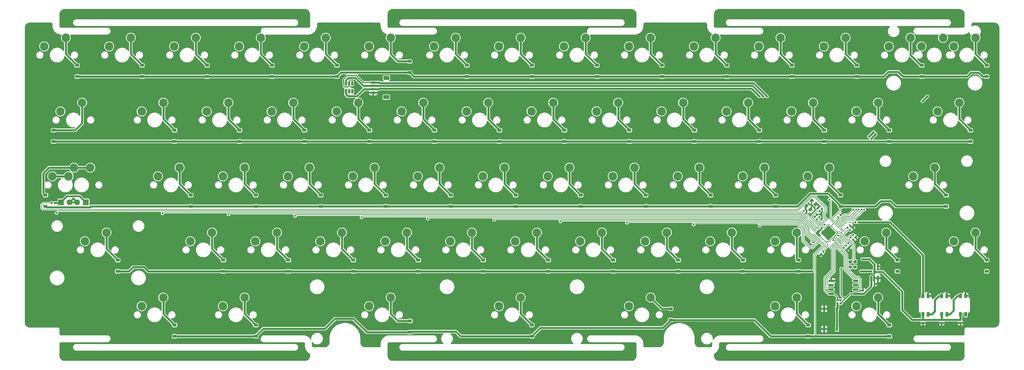
<source format=gbr>
%TF.GenerationSoftware,KiCad,Pcbnew,8.0.1*%
%TF.CreationDate,2025-07-05T22:55:18+09:00*%
%TF.ProjectId,Lily60,4c696c79-3630-42e6-9b69-6361645f7063,rev?*%
%TF.SameCoordinates,Original*%
%TF.FileFunction,Copper,L2,Bot*%
%TF.FilePolarity,Positive*%
%FSLAX46Y46*%
G04 Gerber Fmt 4.6, Leading zero omitted, Abs format (unit mm)*
G04 Created by KiCad (PCBNEW 8.0.1) date 2025-07-05 22:55:18*
%MOMM*%
%LPD*%
G01*
G04 APERTURE LIST*
G04 Aperture macros list*
%AMRoundRect*
0 Rectangle with rounded corners*
0 $1 Rounding radius*
0 $2 $3 $4 $5 $6 $7 $8 $9 X,Y pos of 4 corners*
0 Add a 4 corners polygon primitive as box body*
4,1,4,$2,$3,$4,$5,$6,$7,$8,$9,$2,$3,0*
0 Add four circle primitives for the rounded corners*
1,1,$1+$1,$2,$3*
1,1,$1+$1,$4,$5*
1,1,$1+$1,$6,$7*
1,1,$1+$1,$8,$9*
0 Add four rect primitives between the rounded corners*
20,1,$1+$1,$2,$3,$4,$5,0*
20,1,$1+$1,$4,$5,$6,$7,0*
20,1,$1+$1,$6,$7,$8,$9,0*
20,1,$1+$1,$8,$9,$2,$3,0*%
%AMRotRect*
0 Rectangle, with rotation*
0 The origin of the aperture is its center*
0 $1 length*
0 $2 width*
0 $3 Rotation angle, in degrees counterclockwise*
0 Add horizontal line*
21,1,$1,$2,0,0,$3*%
%AMFreePoly0*
4,1,18,-0.700000,0.205000,-0.684395,0.283450,-0.639957,0.349957,-0.573450,0.394395,-0.495000,0.410000,0.495000,0.410000,0.573450,0.394395,0.639957,0.349957,0.684395,0.283450,0.700000,0.205000,0.700000,0.000000,0.290000,-0.410000,-0.495000,-0.410000,-0.573450,-0.394395,-0.639957,-0.349957,-0.684395,-0.283450,-0.700000,-0.205000,-0.700000,0.205000,-0.700000,0.205000,$1*%
G04 Aperture macros list end*
%TA.AperFunction,ComponentPad*%
%ADD10C,2.500000*%
%TD*%
%TA.AperFunction,SMDPad,CuDef*%
%ADD11RoundRect,0.202500X0.202500X-0.497500X0.202500X0.497500X-0.202500X0.497500X-0.202500X-0.497500X0*%
%TD*%
%TA.AperFunction,SMDPad,CuDef*%
%ADD12FreePoly0,90.000000*%
%TD*%
%TA.AperFunction,SMDPad,CuDef*%
%ADD13RoundRect,0.205000X0.205000X-0.495000X0.205000X0.495000X-0.205000X0.495000X-0.205000X-0.495000X0*%
%TD*%
%TA.AperFunction,ComponentPad*%
%ADD14C,1.690600*%
%TD*%
%TA.AperFunction,ComponentPad*%
%ADD15R,1.690600X1.690600*%
%TD*%
%TA.AperFunction,SMDPad,CuDef*%
%ADD16RoundRect,0.225000X0.375000X-0.225000X0.375000X0.225000X-0.375000X0.225000X-0.375000X-0.225000X0*%
%TD*%
%TA.AperFunction,SMDPad,CuDef*%
%ADD17RoundRect,0.140000X-0.021213X0.219203X-0.219203X0.021213X0.021213X-0.219203X0.219203X-0.021213X0*%
%TD*%
%TA.AperFunction,SMDPad,CuDef*%
%ADD18RoundRect,0.150000X0.150000X-0.587500X0.150000X0.587500X-0.150000X0.587500X-0.150000X-0.587500X0*%
%TD*%
%TA.AperFunction,SMDPad,CuDef*%
%ADD19RoundRect,0.140000X0.170000X-0.140000X0.170000X0.140000X-0.170000X0.140000X-0.170000X-0.140000X0*%
%TD*%
%TA.AperFunction,SMDPad,CuDef*%
%ADD20RoundRect,0.140000X0.219203X0.021213X0.021213X0.219203X-0.219203X-0.021213X-0.021213X-0.219203X0*%
%TD*%
%TA.AperFunction,SMDPad,CuDef*%
%ADD21R,0.750000X1.000000*%
%TD*%
%TA.AperFunction,SMDPad,CuDef*%
%ADD22RoundRect,0.140000X-0.219203X-0.021213X-0.021213X-0.219203X0.219203X0.021213X0.021213X0.219203X0*%
%TD*%
%TA.AperFunction,SMDPad,CuDef*%
%ADD23RoundRect,0.140000X0.021213X-0.219203X0.219203X-0.021213X-0.021213X0.219203X-0.219203X0.021213X0*%
%TD*%
%TA.AperFunction,SMDPad,CuDef*%
%ADD24RoundRect,0.140000X0.140000X0.170000X-0.140000X0.170000X-0.140000X-0.170000X0.140000X-0.170000X0*%
%TD*%
%TA.AperFunction,SMDPad,CuDef*%
%ADD25RoundRect,0.150000X0.150000X-0.512500X0.150000X0.512500X-0.150000X0.512500X-0.150000X-0.512500X0*%
%TD*%
%TA.AperFunction,SMDPad,CuDef*%
%ADD26RotRect,1.000000X0.900000X45.000000*%
%TD*%
%TA.AperFunction,SMDPad,CuDef*%
%ADD27RoundRect,0.140000X-0.140000X-0.170000X0.140000X-0.170000X0.140000X0.170000X-0.140000X0.170000X0*%
%TD*%
%TA.AperFunction,SMDPad,CuDef*%
%ADD28RoundRect,0.150000X-0.650000X-0.150000X0.650000X-0.150000X0.650000X0.150000X-0.650000X0.150000X0*%
%TD*%
%TA.AperFunction,SMDPad,CuDef*%
%ADD29RoundRect,0.150000X-0.625000X0.150000X-0.625000X-0.150000X0.625000X-0.150000X0.625000X0.150000X0*%
%TD*%
%TA.AperFunction,SMDPad,CuDef*%
%ADD30RoundRect,0.250000X-0.650000X0.350000X-0.650000X-0.350000X0.650000X-0.350000X0.650000X0.350000X0*%
%TD*%
%TA.AperFunction,SMDPad,CuDef*%
%ADD31RoundRect,0.225000X-0.250000X0.225000X-0.250000X-0.225000X0.250000X-0.225000X0.250000X0.225000X0*%
%TD*%
%TA.AperFunction,SMDPad,CuDef*%
%ADD32RoundRect,0.225000X0.250000X-0.225000X0.250000X0.225000X-0.250000X0.225000X-0.250000X-0.225000X0*%
%TD*%
%TA.AperFunction,SMDPad,CuDef*%
%ADD33RoundRect,0.050000X-0.238649X-0.309359X0.309359X0.238649X0.238649X0.309359X-0.309359X-0.238649X0*%
%TD*%
%TA.AperFunction,SMDPad,CuDef*%
%ADD34RoundRect,0.050000X0.238649X-0.309359X0.309359X-0.238649X-0.238649X0.309359X-0.309359X0.238649X0*%
%TD*%
%TA.AperFunction,ComponentPad*%
%ADD35C,0.600000*%
%TD*%
%TA.AperFunction,SMDPad,CuDef*%
%ADD36RoundRect,0.144000X0.000000X-2.059095X2.059095X0.000000X0.000000X2.059095X-2.059095X0.000000X0*%
%TD*%
%TA.AperFunction,ViaPad*%
%ADD37C,0.600000*%
%TD*%
%TA.AperFunction,Conductor*%
%ADD38C,0.200000*%
%TD*%
%TA.AperFunction,Conductor*%
%ADD39C,0.300000*%
%TD*%
%TA.AperFunction,Conductor*%
%ADD40C,0.600000*%
%TD*%
%TA.AperFunction,Conductor*%
%ADD41C,0.500000*%
%TD*%
G04 APERTURE END LIST*
D10*
%TO.P,MX51,1,1*%
%TO.N,Col8*%
X220027500Y-92710000D03*
%TO.P,MX51,2,2*%
%TO.N,Net-(D51-A)*%
X226377500Y-90170000D03*
%TD*%
%TO.P,MX29,1,1*%
%TO.N,Col13*%
X305752500Y-54610000D03*
%TO.P,MX29,2,2*%
%TO.N,Net-(D29-A)*%
X312102500Y-52070000D03*
%TD*%
%TO.P,MX18,1,1*%
%TO.N,Col2*%
X91440000Y-54610000D03*
%TO.P,MX18,2,2*%
%TO.N,Net-(D18-A)*%
X97790000Y-52070000D03*
%TD*%
%TO.P,MX16,1,1*%
%TO.N,Col0*%
X48577500Y-54610000D03*
%TO.P,MX16,2,2*%
%TO.N,Net-(D16-A)*%
X54927500Y-52070000D03*
%TD*%
%TO.P,MX33,1,1*%
%TO.N,Col3*%
X115252500Y-73660000D03*
%TO.P,MX33,2,2*%
%TO.N,Net-(D33-A)*%
X121602500Y-71120000D03*
%TD*%
%TO.P,MX31,1,1*%
%TO.N,Col1*%
X77152500Y-73660000D03*
%TO.P,MX31,2,2*%
%TO.N,Net-(D31-A)*%
X83502500Y-71120000D03*
%TD*%
%TO.P,MX1,1,1*%
%TO.N,Col0*%
X43815000Y-35560000D03*
%TO.P,MX1,2,2*%
%TO.N,Net-(D1-A)*%
X50165000Y-33020000D03*
%TD*%
%TO.P,MX12,1,1*%
%TO.N,Col11*%
X253365000Y-35560000D03*
%TO.P,MX12,2,2*%
%TO.N,Net-(D12-A)*%
X259715000Y-33020000D03*
%TD*%
%TO.P,MX61,1,1*%
%TO.N,Col10*%
X258127500Y-111760000D03*
%TO.P,MX61,2,2*%
%TO.N,Net-(D61-A)*%
X264477500Y-109220000D03*
%TD*%
%TO.P,MX4,1,1*%
%TO.N,Col3*%
X100965000Y-35560000D03*
%TO.P,MX4,2,2*%
%TO.N,Net-(D4-A)*%
X107315000Y-33020000D03*
%TD*%
%TO.P,MX58,1,1*%
%TO.N,Col4*%
X139065000Y-111760000D03*
%TO.P,MX58,2,2*%
%TO.N,Net-(D58-A)*%
X145415000Y-109220000D03*
%TD*%
%TO.P,MX54,1,1*%
%TO.N,Col11*%
X284321250Y-92710000D03*
%TO.P,MX54,2,2*%
%TO.N,Net-(D54-A)*%
X290671250Y-90170000D03*
%TD*%
%TO.P,MX20,1,1*%
%TO.N,Col4*%
X129540000Y-54610000D03*
%TO.P,MX20,2,2*%
%TO.N,Net-(D20-A)*%
X135890000Y-52070000D03*
%TD*%
%TO.P,MX9,1,1*%
%TO.N,Col8*%
X196215000Y-35560000D03*
%TO.P,MX9,2,2*%
%TO.N,Net-(D9-A)*%
X202565000Y-33020000D03*
%TD*%
%TO.P,MX23,1,1*%
%TO.N,Col7*%
X186690000Y-54610000D03*
%TO.P,MX23,2,2*%
%TO.N,Net-(D23-A)*%
X193040000Y-52070000D03*
%TD*%
%TO.P,MX17,1,1*%
%TO.N,Col1*%
X72390000Y-54610000D03*
%TO.P,MX17,2,2*%
%TO.N,Net-(D17-A)*%
X78740000Y-52070000D03*
%TD*%
%TO.P,MX39,1,1*%
%TO.N,Col9*%
X229552500Y-73660000D03*
%TO.P,MX39,2,2*%
%TO.N,Net-(D39-A)*%
X235902500Y-71120000D03*
%TD*%
D11*
%TO.P,D63,1,DOUT*%
%TO.N,Net-(D63-DOUT)*%
X302970002Y-114150000D03*
D12*
%TO.P,D63,2,VSS*%
%TO.N,GND*%
X302975002Y-108750000D03*
D13*
%TO.P,D63,3,DIN*%
%TO.N,Net-(D63-DIN)*%
X301475002Y-108750000D03*
%TO.P,D63,4,VDD*%
%TO.N,VBUS*%
X301475002Y-114150000D03*
%TD*%
D10*
%TO.P,MX14,1,1*%
%TO.N,Col13*%
X291465000Y-35560000D03*
%TO.P,MX14,2,2*%
%TO.N,Net-(D14-A)*%
X297815000Y-33020000D03*
%TD*%
%TO.P,MX48,1,1*%
%TO.N,Col5*%
X162877500Y-92710000D03*
%TO.P,MX48,2,2*%
%TO.N,Net-(D48-A)*%
X169227500Y-90170000D03*
%TD*%
%TO.P,MX27,1,1*%
%TO.N,Col11*%
X262890000Y-54610000D03*
%TO.P,MX27,2,2*%
%TO.N,Net-(D27-A)*%
X269240000Y-52070000D03*
%TD*%
%TO.P,MX22,1,1*%
%TO.N,Col6*%
X167640000Y-54610000D03*
%TO.P,MX22,2,2*%
%TO.N,Net-(D22-A)*%
X173990000Y-52070000D03*
%TD*%
%TO.P,MX45,1,1*%
%TO.N,Col2*%
X105727500Y-92710000D03*
%TO.P,MX45,2,2*%
%TO.N,Net-(D45-A)*%
X112077500Y-90170000D03*
%TD*%
%TO.P,MX21,1,1*%
%TO.N,Col5*%
X148590000Y-54610000D03*
%TO.P,MX21,2,2*%
%TO.N,Net-(D21-A)*%
X154940000Y-52070000D03*
%TD*%
D11*
%TO.P,D66,1,DOUT*%
%TO.N,unconnected-(D66-DOUT-Pad1)*%
X313970001Y-114150001D03*
D12*
%TO.P,D66,2,VSS*%
%TO.N,GND*%
X313975001Y-108750001D03*
D13*
%TO.P,D66,3,DIN*%
%TO.N,Net-(D64-DOUT)*%
X312475001Y-108750001D03*
%TO.P,D66,4,VDD*%
%TO.N,VBUS*%
X312475001Y-114150001D03*
%TD*%
D10*
%TO.P,MX37,1,1*%
%TO.N,Col7*%
X191452500Y-73660000D03*
%TO.P,MX37,2,2*%
%TO.N,Net-(D37-A)*%
X197802500Y-71120000D03*
%TD*%
%TO.P,MX47,1,1*%
%TO.N,Col4*%
X143827500Y-92710000D03*
%TO.P,MX47,2,2*%
%TO.N,Net-(D47-A)*%
X150177500Y-90170000D03*
%TD*%
%TO.P,MX25,1,1*%
%TO.N,Col9*%
X224790000Y-54610000D03*
%TO.P,MX25,2,2*%
%TO.N,Net-(D25-A)*%
X231140000Y-52070000D03*
%TD*%
%TO.P,MX62,1,1*%
%TO.N,Col11*%
X281940000Y-111760000D03*
%TO.P,MX62,2,2*%
%TO.N,Net-(D62-A)*%
X288290000Y-109220000D03*
%TD*%
%TO.P,MX26,1,1*%
%TO.N,Col10*%
X243840000Y-54610000D03*
%TO.P,MX26,2,2*%
%TO.N,Net-(D26-A)*%
X250190000Y-52070000D03*
%TD*%
%TO.P,MX49,1,1*%
%TO.N,Col6*%
X181927500Y-92710000D03*
%TO.P,MX49,2,2*%
%TO.N,Net-(D49-A)*%
X188277500Y-90170000D03*
%TD*%
%TO.P,MX60,1,1*%
%TO.N,Col8*%
X215265000Y-111760000D03*
%TO.P,MX60,2,2*%
%TO.N,Net-(D60-A)*%
X221615000Y-109220000D03*
%TD*%
%TO.P,MX44,1,1*%
%TO.N,Col1*%
X86677500Y-92710000D03*
%TO.P,MX44,2,2*%
%TO.N,Net-(D44-A)*%
X93027500Y-90170000D03*
%TD*%
%TO.P,MX40,1,1*%
%TO.N,Col10*%
X248602500Y-73660000D03*
%TO.P,MX40,2,2*%
%TO.N,Net-(D40-A)*%
X254952500Y-71120000D03*
%TD*%
%TO.P,MX43,1,1*%
%TO.N,Col0*%
X55721250Y-92710000D03*
%TO.P,MX43,2,2*%
%TO.N,Net-(D43-A)*%
X62071250Y-90170000D03*
%TD*%
%TO.P,MX55,1,1*%
%TO.N,Col12*%
X310515000Y-92710000D03*
%TO.P,MX55,2,2*%
%TO.N,Net-(D55-A)*%
X316865000Y-90170000D03*
%TD*%
%TO.P,MX53,1,1*%
%TO.N,Col10*%
X258127500Y-92710000D03*
%TO.P,MX53,2,2*%
%TO.N,Net-(D53-A)*%
X264477500Y-90170000D03*
%TD*%
%TO.P,MX56,1,1*%
%TO.N,Col1*%
X72390000Y-111760000D03*
%TO.P,MX56,2,2*%
%TO.N,Net-(D56-A)*%
X78740000Y-109220000D03*
%TD*%
%TO.P,MX10,1,1*%
%TO.N,Col9*%
X215265000Y-35560000D03*
%TO.P,MX10,2,2*%
%TO.N,Net-(D10-A)*%
X221615000Y-33020000D03*
%TD*%
%TO.P,MX24,1,1*%
%TO.N,Col8*%
X205740000Y-54610000D03*
%TO.P,MX24,2,2*%
%TO.N,Net-(D24-A)*%
X212090000Y-52070000D03*
%TD*%
%TO.P,MX6,1,1*%
%TO.N,Col5*%
X139065000Y-35560000D03*
%TO.P,MX6,2,2*%
%TO.N,Net-(D6-A)*%
X145415000Y-33020000D03*
%TD*%
%TO.P,MX50,1,1*%
%TO.N,Col7*%
X200977500Y-92710000D03*
%TO.P,MX50,2,2*%
%TO.N,Net-(D50-A)*%
X207327500Y-90170000D03*
%TD*%
%TO.P,MX28,1,1*%
%TO.N,Col12*%
X281940000Y-54610000D03*
%TO.P,MX28,2,2*%
%TO.N,Net-(D28-A)*%
X288290000Y-52070000D03*
%TD*%
%TO.P,MX15,1,1*%
%TO.N,Col14*%
X300990000Y-35560000D03*
X310515000Y-35560000D03*
%TO.P,MX15,2,2*%
%TO.N,Net-(D15-A)*%
X307340000Y-33020000D03*
X316865000Y-33020000D03*
%TD*%
%TO.P,MX41,1,1*%
%TO.N,Col11*%
X267652500Y-73660000D03*
%TO.P,MX41,2,2*%
%TO.N,Net-(D41-A)*%
X274002500Y-71120000D03*
%TD*%
%TO.P,MX13,1,1*%
%TO.N,Col12*%
X272415000Y-35560000D03*
%TO.P,MX13,2,2*%
%TO.N,Net-(D13-A)*%
X278765000Y-33020000D03*
%TD*%
%TO.P,MX3,1,1*%
%TO.N,Col2*%
X81915000Y-35560000D03*
%TO.P,MX3,2,2*%
%TO.N,Net-(D3-A)*%
X88265000Y-33020000D03*
%TD*%
D14*
%TO.P,D65,1,K*%
%TO.N,GND*%
X51276250Y-81280000D03*
X53498750Y-81280000D03*
D15*
%TO.P,D65,2,A*%
%TO.N,Net-(D65-A)*%
X48736250Y-81280000D03*
X56038750Y-81280000D03*
%TD*%
D10*
%TO.P,MX57,1,1*%
%TO.N,Col2*%
X96202500Y-111760000D03*
%TO.P,MX57,2,2*%
%TO.N,Net-(D57-A)*%
X102552500Y-109220000D03*
%TD*%
%TO.P,MX30,1,1*%
%TO.N,Col0*%
X46196250Y-73660000D03*
X50958750Y-73660000D03*
%TO.P,MX30,2,2*%
%TO.N,Net-(D30-A)*%
X52546250Y-71120000D03*
X57308750Y-71120000D03*
%TD*%
%TO.P,MX38,1,1*%
%TO.N,Col8*%
X210502500Y-73660000D03*
%TO.P,MX38,2,2*%
%TO.N,Net-(D38-A)*%
X216852500Y-71120000D03*
%TD*%
%TO.P,MX32,1,1*%
%TO.N,Col2*%
X96202500Y-73660000D03*
%TO.P,MX32,2,2*%
%TO.N,Net-(D32-A)*%
X102552500Y-71120000D03*
%TD*%
%TO.P,MX35,1,1*%
%TO.N,Col5*%
X153352500Y-73660000D03*
%TO.P,MX35,2,2*%
%TO.N,Net-(D35-A)*%
X159702500Y-71120000D03*
%TD*%
%TO.P,MX5,1,1*%
%TO.N,Col4*%
X120015000Y-35560000D03*
%TO.P,MX5,2,2*%
%TO.N,Net-(D5-A)*%
X126365000Y-33020000D03*
%TD*%
%TO.P,MX7,1,1*%
%TO.N,Col6*%
X158115000Y-35560000D03*
%TO.P,MX7,2,2*%
%TO.N,Net-(D7-A)*%
X164465000Y-33020000D03*
%TD*%
%TO.P,MX59,1,1*%
%TO.N,Col6*%
X177165000Y-111760000D03*
%TO.P,MX59,2,2*%
%TO.N,Net-(D59-A)*%
X183515000Y-109220000D03*
%TD*%
%TO.P,MX42,1,1*%
%TO.N,Col12*%
X298608750Y-73660000D03*
%TO.P,MX42,2,2*%
%TO.N,Net-(D42-A)*%
X304958750Y-71120000D03*
%TD*%
%TO.P,MX2,1,1*%
%TO.N,Col1*%
X62865000Y-35560000D03*
%TO.P,MX2,2,2*%
%TO.N,Net-(D2-A)*%
X69215000Y-33020000D03*
%TD*%
%TO.P,MX34,1,1*%
%TO.N,Col4*%
X134302500Y-73660000D03*
%TO.P,MX34,2,2*%
%TO.N,Net-(D34-A)*%
X140652500Y-71120000D03*
%TD*%
%TO.P,MX52,1,1*%
%TO.N,Col9*%
X239077500Y-92710000D03*
%TO.P,MX52,2,2*%
%TO.N,Net-(D52-A)*%
X245427500Y-90170000D03*
%TD*%
%TO.P,MX36,1,1*%
%TO.N,Col6*%
X172402500Y-73660000D03*
%TO.P,MX36,2,2*%
%TO.N,Net-(D36-A)*%
X178752500Y-71120000D03*
%TD*%
%TO.P,MX46,1,1*%
%TO.N,Col3*%
X124777500Y-92710000D03*
%TO.P,MX46,2,2*%
%TO.N,Net-(D46-A)*%
X131127500Y-90170000D03*
%TD*%
%TO.P,MX19,1,1*%
%TO.N,Col3*%
X110490000Y-54610000D03*
%TO.P,MX19,2,2*%
%TO.N,Net-(D19-A)*%
X116840000Y-52070000D03*
%TD*%
%TO.P,MX8,1,1*%
%TO.N,Col7*%
X177165000Y-35560000D03*
%TO.P,MX8,2,2*%
%TO.N,Net-(D8-A)*%
X183515000Y-33020000D03*
%TD*%
D11*
%TO.P,D64,1,DOUT*%
%TO.N,Net-(D64-DOUT)*%
X308470002Y-114150001D03*
D12*
%TO.P,D64,2,VSS*%
%TO.N,GND*%
X308475002Y-108750001D03*
D13*
%TO.P,D64,3,DIN*%
%TO.N,Net-(D63-DOUT)*%
X306975002Y-108750001D03*
%TO.P,D64,4,VDD*%
%TO.N,VBUS*%
X306975002Y-114150001D03*
%TD*%
D10*
%TO.P,MX11,1,1*%
%TO.N,Col10*%
X234315000Y-35560000D03*
%TO.P,MX11,2,2*%
%TO.N,Net-(D11-A)*%
X240665000Y-33020000D03*
%TD*%
D16*
%TO.P,D59,1,K*%
%TO.N,Row4*%
X186806250Y-120593750D03*
%TO.P,D59,2,A*%
%TO.N,Net-(D59-A)*%
X186806250Y-117293750D03*
%TD*%
D17*
%TO.P,C2,1*%
%TO.N,GND*%
X280031569Y-88030601D03*
%TO.P,C2,2*%
%TO.N,+3V3*%
X279352747Y-88709423D03*
%TD*%
D16*
%TO.P,D12,1,K*%
%TO.N,Row0*%
X263006250Y-44393750D03*
%TO.P,D12,2,A*%
%TO.N,Net-(D12-A)*%
X263006250Y-41093750D03*
%TD*%
%TO.P,D24,1,K*%
%TO.N,Row1*%
X215381250Y-63443750D03*
%TO.P,D24,2,A*%
%TO.N,Net-(D24-A)*%
X215381250Y-60143750D03*
%TD*%
D17*
%TO.P,C3,1*%
%TO.N,GND*%
X280714411Y-88710589D03*
%TO.P,C3,2*%
%TO.N,+3V3*%
X280035589Y-89389411D03*
%TD*%
D16*
%TO.P,D38,1,K*%
%TO.N,Row2*%
X220143750Y-82493750D03*
%TO.P,D38,2,A*%
%TO.N,Net-(D38-A)*%
X220143750Y-79193750D03*
%TD*%
D18*
%TO.P,U2,1,GND*%
%TO.N,GND*%
X288212501Y-103562500D03*
%TO.P,U2,2,VO*%
%TO.N,+3V3*%
X286312501Y-103562500D03*
%TO.P,U2,3,VI*%
%TO.N,VBUS*%
X287262501Y-101687499D03*
%TD*%
D16*
%TO.P,D49,1,K*%
%TO.N,Row3*%
X191568750Y-101543750D03*
%TO.P,D49,2,A*%
%TO.N,Net-(D49-A)*%
X191568750Y-98243750D03*
%TD*%
%TO.P,D19,1,K*%
%TO.N,Row1*%
X120131250Y-63443750D03*
%TO.P,D19,2,A*%
%TO.N,Net-(D19-A)*%
X120131250Y-60143750D03*
%TD*%
D19*
%TO.P,C20,1*%
%TO.N,GND*%
X312474999Y-116705001D03*
%TO.P,C20,2*%
%TO.N,VBUS*%
X312474999Y-115745001D03*
%TD*%
D16*
%TO.P,D3,1,K*%
%TO.N,Row0*%
X91556250Y-44393750D03*
%TO.P,D3,2,A*%
%TO.N,Net-(D3-A)*%
X91556250Y-41093750D03*
%TD*%
%TO.P,D10,1,K*%
%TO.N,Row0*%
X224906250Y-44393750D03*
%TO.P,D10,2,A*%
%TO.N,Net-(D10-A)*%
X224906250Y-41093750D03*
%TD*%
D20*
%TO.P,C9,1*%
%TO.N,+1V1*%
X271081569Y-85609423D03*
%TO.P,C9,2*%
%TO.N,GND*%
X270402747Y-84930601D03*
%TD*%
D16*
%TO.P,D43,1,K*%
%TO.N,Row3*%
X65362500Y-101543750D03*
%TO.P,D43,2,A*%
%TO.N,Net-(D43-A)*%
X65362500Y-98243750D03*
%TD*%
%TO.P,D7,1,K*%
%TO.N,Row0*%
X167756250Y-44393750D03*
%TO.P,D7,2,A*%
%TO.N,Net-(D7-A)*%
X167756250Y-41093750D03*
%TD*%
%TO.P,D2,1,K*%
%TO.N,Row0*%
X72506250Y-44393750D03*
%TO.P,D2,2,A*%
%TO.N,Net-(D2-A)*%
X72506250Y-41093750D03*
%TD*%
%TO.P,D15,1,K*%
%TO.N,Row0*%
X320156250Y-44393750D03*
%TO.P,D15,2,A*%
%TO.N,Net-(D15-A)*%
X320156250Y-41093750D03*
%TD*%
D21*
%TO.P,BOOTSEL1,1,1*%
%TO.N,GND*%
X272500000Y-112500000D03*
X272500000Y-118500000D03*
%TO.P,BOOTSEL1,2,2*%
%TO.N,Net-(BOOTSEL1-Pad2)*%
X276250000Y-112500000D03*
X276250000Y-118500000D03*
%TD*%
D16*
%TO.P,D23,1,K*%
%TO.N,Row1*%
X196331250Y-63443750D03*
%TO.P,D23,2,A*%
%TO.N,Net-(D23-A)*%
X196331250Y-60143750D03*
%TD*%
D22*
%TO.P,C14,1*%
%TO.N,GND*%
X266507467Y-83821554D03*
%TO.P,C14,2*%
%TO.N,Net-(U1-XIN)*%
X267186289Y-84500376D03*
%TD*%
D16*
%TO.P,D17,1,K*%
%TO.N,Row1*%
X82031250Y-63443750D03*
%TO.P,D17,2,A*%
%TO.N,Net-(D17-A)*%
X82031250Y-60143750D03*
%TD*%
D19*
%TO.P,C16,1*%
%TO.N,+3V3*%
X283800000Y-108130000D03*
%TO.P,C16,2*%
%TO.N,GND*%
X283800000Y-107170000D03*
%TD*%
D23*
%TO.P,C17,1*%
%TO.N,GND*%
X268610589Y-93689411D03*
%TO.P,C17,2*%
%TO.N,+3V3*%
X269289411Y-93010589D03*
%TD*%
D16*
%TO.P,D42,1,K*%
%TO.N,Row2*%
X308250000Y-82493750D03*
%TO.P,D42,2,A*%
%TO.N,Net-(D42-A)*%
X308250000Y-79193750D03*
%TD*%
D24*
%TO.P,R7,1*%
%TO.N,Net-(D63-DIN)*%
X282580000Y-87100000D03*
%TO.P,R7,2*%
%TO.N,Net-(U1-GPIO27_ADC1)*%
X281620000Y-87100000D03*
%TD*%
D16*
%TO.P,D16,1,K*%
%TO.N,Row1*%
X46550000Y-63450000D03*
%TO.P,D16,2,A*%
%TO.N,Net-(D16-A)*%
X46550000Y-60150000D03*
%TD*%
D22*
%TO.P,C11,1*%
%TO.N,+1V1*%
X280302747Y-91555601D03*
%TO.P,C11,2*%
%TO.N,GND*%
X280981569Y-92234423D03*
%TD*%
D25*
%TO.P,U4,1,IO1*%
%TO.N,unconnected-(U4-IO1-Pad1)*%
X134162499Y-48662500D03*
%TO.P,U4,2,VN*%
%TO.N,GND*%
X133212500Y-48662500D03*
%TO.P,U4,3,IO2*%
%TO.N,DP*%
X132262501Y-48662500D03*
%TO.P,U4,4,IO3*%
%TO.N,DM*%
X132262501Y-46387500D03*
%TO.P,U4,5,VP*%
%TO.N,VBUS*%
X133212500Y-46387500D03*
%TO.P,U4,6,IO4*%
%TO.N,unconnected-(U4-IO4-Pad6)*%
X134162499Y-46387500D03*
%TD*%
D17*
%TO.P,C1,1*%
%TO.N,GND*%
X277331569Y-85030601D03*
%TO.P,C1,2*%
%TO.N,+3V3*%
X276652747Y-85709423D03*
%TD*%
D16*
%TO.P,D6,1,K*%
%TO.N,Row0*%
X150975000Y-43225000D03*
%TO.P,D6,2,A*%
%TO.N,Net-(D6-A)*%
X150975000Y-39925000D03*
%TD*%
D23*
%TO.P,C7,1*%
%TO.N,GND*%
X271577747Y-96434423D03*
%TO.P,C7,2*%
%TO.N,+3V3*%
X272256569Y-95755601D03*
%TD*%
D19*
%TO.P,R6,1*%
%TO.N,Net-(BOOTSEL1-Pad2)*%
X276350000Y-110930000D03*
%TO.P,R6,2*%
%TO.N,/QSPI_SS*%
X276350000Y-109970000D03*
%TD*%
D16*
%TO.P,D56,1,K*%
%TO.N,Row4*%
X82031250Y-120593750D03*
%TO.P,D56,2,A*%
%TO.N,Net-(D56-A)*%
X82031250Y-117293750D03*
%TD*%
D26*
%TO.P,Y1,1,1*%
%TO.N,Net-(U1-XIN)*%
X267341852Y-82287132D03*
%TO.P,Y1,2,2*%
%TO.N,GND*%
X268862132Y-80766852D03*
%TO.P,Y1,3,3*%
%TO.N,Net-(C15-Pad2)*%
X269958148Y-81862868D03*
%TO.P,Y1,4,4*%
%TO.N,GND*%
X268437868Y-83383148D03*
%TD*%
D16*
%TO.P,D45,1,K*%
%TO.N,Row3*%
X115368750Y-101543750D03*
%TO.P,D45,2,A*%
%TO.N,Net-(D45-A)*%
X115368750Y-98243750D03*
%TD*%
%TO.P,D33,1,K*%
%TO.N,Row2*%
X124893750Y-82493750D03*
%TO.P,D33,2,A*%
%TO.N,Net-(D33-A)*%
X124893750Y-79193750D03*
%TD*%
%TO.P,D50,1,K*%
%TO.N,Row3*%
X210618750Y-101543750D03*
%TO.P,D50,2,A*%
%TO.N,Net-(D50-A)*%
X210618750Y-98243750D03*
%TD*%
D27*
%TO.P,C12,1*%
%TO.N,VBUS*%
X287257501Y-100087500D03*
%TO.P,C12,2*%
%TO.N,GND*%
X288217501Y-100087500D03*
%TD*%
D16*
%TO.P,D39,1,K*%
%TO.N,Row2*%
X239193750Y-82493750D03*
%TO.P,D39,2,A*%
%TO.N,Net-(D39-A)*%
X239193750Y-79193750D03*
%TD*%
%TO.P,D26,1,K*%
%TO.N,Row1*%
X253481250Y-63443750D03*
%TO.P,D26,2,A*%
%TO.N,Net-(D26-A)*%
X253481250Y-60143750D03*
%TD*%
%TO.P,D9,1,K*%
%TO.N,Row0*%
X205856250Y-44393750D03*
%TO.P,D9,2,A*%
%TO.N,Net-(D9-A)*%
X205856250Y-41093750D03*
%TD*%
%TO.P,D30,1,K*%
%TO.N,Row2*%
X44175000Y-82493750D03*
%TO.P,D30,2,A*%
%TO.N,Net-(D30-A)*%
X44175000Y-79193750D03*
%TD*%
%TO.P,D40,1,K*%
%TO.N,Row2*%
X258243750Y-82493750D03*
%TO.P,D40,2,A*%
%TO.N,Net-(D40-A)*%
X258243750Y-79193750D03*
%TD*%
%TO.P,D61,1,K*%
%TO.N,Row4*%
X267768750Y-120593750D03*
%TO.P,D61,2,A*%
%TO.N,Net-(D61-A)*%
X267768750Y-117293750D03*
%TD*%
%TO.P,D51,1,K*%
%TO.N,Row3*%
X229668750Y-101543750D03*
%TO.P,D51,2,A*%
%TO.N,Net-(D51-A)*%
X229668750Y-98243750D03*
%TD*%
%TO.P,D55,1,K*%
%TO.N,Row3*%
X320156250Y-101543750D03*
%TO.P,D55,2,A*%
%TO.N,Net-(D55-A)*%
X320156250Y-98243750D03*
%TD*%
%TO.P,D60,1,K*%
%TO.N,Row4*%
X227500000Y-115800000D03*
%TO.P,D60,2,A*%
%TO.N,Net-(D60-A)*%
X227500000Y-112500000D03*
%TD*%
%TO.P,D20,1,K*%
%TO.N,Row1*%
X139181250Y-63443750D03*
%TO.P,D20,2,A*%
%TO.N,Net-(D20-A)*%
X139181250Y-60143750D03*
%TD*%
D28*
%TO.P,U3,1,~{CS}*%
%TO.N,/QSPI_SS*%
X274525000Y-108130000D03*
%TO.P,U3,2,DO(IO1)*%
%TO.N,/QSPI_SD1*%
X274525000Y-106860000D03*
%TO.P,U3,3,IO2*%
%TO.N,/QSPI_SD2*%
X274525000Y-105590000D03*
%TO.P,U3,4,GND*%
%TO.N,GND*%
X274525000Y-104320000D03*
%TO.P,U3,5,DI(IO0)*%
%TO.N,/QSPI_SD0*%
X281725000Y-104320000D03*
%TO.P,U3,6,CLK*%
%TO.N,/QSPI_SCLK*%
X281725000Y-105590000D03*
%TO.P,U3,7,IO3*%
%TO.N,/QSPI_SD3*%
X281725000Y-106860000D03*
%TO.P,U3,8,VCC*%
%TO.N,+3V3*%
X281725000Y-108130000D03*
%TD*%
D19*
%TO.P,R5,1*%
%TO.N,+3V3*%
X277325000Y-110930000D03*
%TO.P,R5,2*%
%TO.N,/QSPI_SS*%
X277325000Y-109970000D03*
%TD*%
D16*
%TO.P,D5,1,K*%
%TO.N,Row0*%
X129656250Y-44393750D03*
%TO.P,D5,2,A*%
%TO.N,Net-(D5-A)*%
X129656250Y-41093750D03*
%TD*%
D22*
%TO.P,R4,1*%
%TO.N,Net-(C15-Pad2)*%
X270499427Y-83117930D03*
%TO.P,R4,2*%
%TO.N,Net-(U1-XOUT)*%
X271178249Y-83796752D03*
%TD*%
D16*
%TO.P,D31,1,K*%
%TO.N,Row2*%
X86793750Y-82493750D03*
%TO.P,D31,2,A*%
%TO.N,Net-(D31-A)*%
X86793750Y-79193750D03*
%TD*%
%TO.P,D41,1,K*%
%TO.N,Row2*%
X277293750Y-82493750D03*
%TO.P,D41,2,A*%
%TO.N,Net-(D41-A)*%
X277293750Y-79193750D03*
%TD*%
%TO.P,D21,1,K*%
%TO.N,Row1*%
X158231250Y-63443750D03*
%TO.P,D21,2,A*%
%TO.N,Net-(D21-A)*%
X158231250Y-60143750D03*
%TD*%
%TO.P,D14,1,K*%
%TO.N,Row0*%
X301106250Y-44393750D03*
%TO.P,D14,2,A*%
%TO.N,Net-(D14-A)*%
X301106250Y-41093750D03*
%TD*%
D29*
%TO.P,J2,1,Pin_1*%
%TO.N,VBUS*%
X140275000Y-46125000D03*
%TO.P,J2,2,Pin_2*%
%TO.N,DM*%
X140275000Y-47125000D03*
%TO.P,J2,3,Pin_3*%
%TO.N,DP*%
X140275000Y-48125000D03*
%TO.P,J2,4,Pin_4*%
%TO.N,GND*%
X140275000Y-49125000D03*
D30*
%TO.P,J2,MP*%
%TO.N,N/C*%
X144150000Y-44825000D03*
X144150000Y-50425000D03*
%TD*%
D22*
%TO.P,C6,1*%
%TO.N,GND*%
X269727747Y-85605601D03*
%TO.P,C6,2*%
%TO.N,+3V3*%
X270406569Y-86284423D03*
%TD*%
D16*
%TO.P,D27,1,K*%
%TO.N,Row1*%
X272531250Y-63443750D03*
%TO.P,D27,2,A*%
%TO.N,Net-(D27-A)*%
X272531250Y-60143750D03*
%TD*%
%TO.P,D1,1,K*%
%TO.N,Row0*%
X53456250Y-44393750D03*
%TO.P,D1,2,A*%
%TO.N,Net-(D1-A)*%
X53456250Y-41093750D03*
%TD*%
%TO.P,D4,1,K*%
%TO.N,Row0*%
X110606250Y-44393750D03*
%TO.P,D4,2,A*%
%TO.N,Net-(D4-A)*%
X110606250Y-41093750D03*
%TD*%
%TO.P,D37,1,K*%
%TO.N,Row2*%
X201093750Y-82493750D03*
%TO.P,D37,2,A*%
%TO.N,Net-(D37-A)*%
X201093750Y-79193750D03*
%TD*%
%TO.P,D44,1,K*%
%TO.N,Row3*%
X96318750Y-101543750D03*
%TO.P,D44,2,A*%
%TO.N,Net-(D44-A)*%
X96318750Y-98243750D03*
%TD*%
D20*
%TO.P,C5,1*%
%TO.N,GND*%
X280245980Y-94034423D03*
%TO.P,C5,2*%
%TO.N,+3V3*%
X279567158Y-93355601D03*
%TD*%
D16*
%TO.P,D54,1,K*%
%TO.N,Row3*%
X293962500Y-101543750D03*
%TO.P,D54,2,A*%
%TO.N,Net-(D54-A)*%
X293962500Y-98243750D03*
%TD*%
%TO.P,D47,1,K*%
%TO.N,Row3*%
X153468750Y-101543750D03*
%TO.P,D47,2,A*%
%TO.N,Net-(D47-A)*%
X153468750Y-98243750D03*
%TD*%
D31*
%TO.P,R2,1*%
%TO.N,Net-(U1-USB_DM)*%
X281575000Y-98700001D03*
%TO.P,R2,2*%
%TO.N,DM*%
X281575000Y-100250001D03*
%TD*%
D20*
%TO.P,C4,1*%
%TO.N,GND*%
X279570980Y-94709423D03*
%TO.P,C4,2*%
%TO.N,+3V3*%
X278892158Y-94030601D03*
%TD*%
D16*
%TO.P,D36,1,K*%
%TO.N,Row2*%
X182043750Y-82493750D03*
%TO.P,D36,2,A*%
%TO.N,Net-(D36-A)*%
X182043750Y-79193750D03*
%TD*%
%TO.P,D35,1,K*%
%TO.N,Row2*%
X162993750Y-82493750D03*
%TO.P,D35,2,A*%
%TO.N,Net-(D35-A)*%
X162993750Y-79193750D03*
%TD*%
%TO.P,D8,1,K*%
%TO.N,Row0*%
X186806250Y-44393750D03*
%TO.P,D8,2,A*%
%TO.N,Net-(D8-A)*%
X186806250Y-41093750D03*
%TD*%
%TO.P,D52,1,K*%
%TO.N,Row3*%
X248718750Y-101543750D03*
%TO.P,D52,2,A*%
%TO.N,Net-(D52-A)*%
X248718750Y-98243750D03*
%TD*%
%TO.P,D62,1,K*%
%TO.N,Row4*%
X291581250Y-120593750D03*
%TO.P,D62,2,A*%
%TO.N,Net-(D62-A)*%
X291581250Y-117293750D03*
%TD*%
D22*
%TO.P,C8,1*%
%TO.N,+3V3*%
X280977747Y-90880601D03*
%TO.P,C8,2*%
%TO.N,GND*%
X281656569Y-91559423D03*
%TD*%
D16*
%TO.P,D34,1,K*%
%TO.N,Row2*%
X143943750Y-82493750D03*
%TO.P,D34,2,A*%
%TO.N,Net-(D34-A)*%
X143943750Y-79193750D03*
%TD*%
%TO.P,D29,1,K*%
%TO.N,Row1*%
X315393750Y-63443750D03*
%TO.P,D29,2,A*%
%TO.N,Net-(D29-A)*%
X315393750Y-60143750D03*
%TD*%
D19*
%TO.P,C19,1*%
%TO.N,GND*%
X306975000Y-116705001D03*
%TO.P,C19,2*%
%TO.N,VBUS*%
X306975000Y-115745001D03*
%TD*%
D24*
%TO.P,R3,1*%
%TO.N,Net-(D65-A)*%
X46955000Y-81475000D03*
%TO.P,R3,2*%
%TO.N,Net-(U1-GPIO17)*%
X45995000Y-81475000D03*
%TD*%
D16*
%TO.P,D18,1,K*%
%TO.N,Row1*%
X101081250Y-63443750D03*
%TO.P,D18,2,A*%
%TO.N,Net-(D18-A)*%
X101081250Y-60143750D03*
%TD*%
%TO.P,D48,1,K*%
%TO.N,Row3*%
X172518750Y-101543750D03*
%TO.P,D48,2,A*%
%TO.N,Net-(D48-A)*%
X172518750Y-98243750D03*
%TD*%
%TO.P,D22,1,K*%
%TO.N,Row1*%
X177281250Y-63443750D03*
%TO.P,D22,2,A*%
%TO.N,Net-(D22-A)*%
X177281250Y-60143750D03*
%TD*%
%TO.P,D11,1,K*%
%TO.N,Row0*%
X243956250Y-44393750D03*
%TO.P,D11,2,A*%
%TO.N,Net-(D11-A)*%
X243956250Y-41093750D03*
%TD*%
D22*
%TO.P,C10,1*%
%TO.N,+1V1*%
X278217158Y-94705601D03*
%TO.P,C10,2*%
%TO.N,GND*%
X278895980Y-95384423D03*
%TD*%
D16*
%TO.P,D46,1,K*%
%TO.N,Row3*%
X134418750Y-101543750D03*
%TO.P,D46,2,A*%
%TO.N,Net-(D46-A)*%
X134418750Y-98243750D03*
%TD*%
%TO.P,D58,1,K*%
%TO.N,Row4*%
X151025000Y-119400000D03*
%TO.P,D58,2,A*%
%TO.N,Net-(D58-A)*%
X151025000Y-116100000D03*
%TD*%
D32*
%TO.P,R1,1*%
%TO.N,DP*%
X280075000Y-100250000D03*
%TO.P,R1,2*%
%TO.N,Net-(U1-USB_DP)*%
X280075000Y-98700000D03*
%TD*%
D33*
%TO.P,U1,1,IOVDD*%
%TO.N,+3V3*%
X273187742Y-94562742D03*
%TO.P,U1,2,GPIO0*%
%TO.N,unconnected-(U1-GPIO0-Pad2)*%
X272904899Y-94279899D03*
%TO.P,U1,3,GPIO1*%
%TO.N,Row4*%
X272622057Y-93997057D03*
%TO.P,U1,4,GPIO2*%
%TO.N,Row3*%
X272339214Y-93714214D03*
%TO.P,U1,5,GPIO3*%
%TO.N,unconnected-(U1-GPIO3-Pad5)*%
X272056371Y-93431371D03*
%TO.P,U1,6,GPIO4*%
%TO.N,unconnected-(U1-GPIO4-Pad6)*%
X271773529Y-93148529D03*
%TO.P,U1,7,GPIO5*%
%TO.N,unconnected-(U1-GPIO5-Pad7)*%
X271490686Y-92865686D03*
%TO.P,U1,8,GPIO6*%
%TO.N,Col10*%
X271207843Y-92582843D03*
%TO.P,U1,9,GPIO7*%
%TO.N,Col9*%
X270925000Y-92300000D03*
%TO.P,U1,10,IOVDD*%
%TO.N,+3V3*%
X270642158Y-92017158D03*
%TO.P,U1,11,GPIO8*%
%TO.N,Col8*%
X270359315Y-91734315D03*
%TO.P,U1,12,GPIO9*%
%TO.N,Col7*%
X270076472Y-91451472D03*
%TO.P,U1,13,GPIO10*%
%TO.N,Col6*%
X269793630Y-91168630D03*
%TO.P,U1,14,GPIO11*%
%TO.N,Col5*%
X269510787Y-90885787D03*
D34*
%TO.P,U1,15,GPIO12*%
%TO.N,Col4*%
X269510787Y-89701383D03*
%TO.P,U1,16,GPIO13*%
%TO.N,Col3*%
X269793630Y-89418540D03*
%TO.P,U1,17,GPIO14*%
%TO.N,Col2*%
X270076472Y-89135698D03*
%TO.P,U1,18,GPIO15*%
%TO.N,Col1*%
X270359315Y-88852855D03*
%TO.P,U1,19,TESTEN*%
%TO.N,GND*%
X270642158Y-88570012D03*
%TO.P,U1,20,XIN*%
%TO.N,Net-(U1-XIN)*%
X270925000Y-88287170D03*
%TO.P,U1,21,XOUT*%
%TO.N,Net-(U1-XOUT)*%
X271207843Y-88004327D03*
%TO.P,U1,22,IOVDD*%
%TO.N,+3V3*%
X271490686Y-87721484D03*
%TO.P,U1,23,DVDD*%
%TO.N,+1V1*%
X271773529Y-87438641D03*
%TO.P,U1,24,SWCLK*%
%TO.N,SWCLK*%
X272056371Y-87155799D03*
%TO.P,U1,25,SWD*%
%TO.N,SWD*%
X272339214Y-86872956D03*
%TO.P,U1,26,RUN*%
%TO.N,unconnected-(U1-RUN-Pad26)*%
X272622057Y-86590113D03*
%TO.P,U1,27,GPIO16*%
%TO.N,Col0*%
X272904899Y-86307271D03*
%TO.P,U1,28,GPIO17*%
%TO.N,Net-(U1-GPIO17)*%
X273187742Y-86024428D03*
D33*
%TO.P,U1,29,GPIO18*%
%TO.N,Col11*%
X274372146Y-86024428D03*
%TO.P,U1,30,GPIO19*%
%TO.N,Row2*%
X274654989Y-86307271D03*
%TO.P,U1,31,GPIO20*%
%TO.N,unconnected-(U1-GPIO20-Pad31)*%
X274937831Y-86590113D03*
%TO.P,U1,32,GPIO21*%
%TO.N,unconnected-(U1-GPIO21-Pad32)*%
X275220674Y-86872956D03*
%TO.P,U1,33,IOVDD*%
%TO.N,+3V3*%
X275503517Y-87155799D03*
%TO.P,U1,34,GPIO22*%
%TO.N,Row1*%
X275786359Y-87438641D03*
%TO.P,U1,35,GPIO23*%
%TO.N,Row0*%
X276069202Y-87721484D03*
%TO.P,U1,36,GPIO24*%
%TO.N,Col14*%
X276352045Y-88004327D03*
%TO.P,U1,37,GPIO25*%
%TO.N,Col13*%
X276634888Y-88287170D03*
%TO.P,U1,38,GPIO26_ADC0*%
%TO.N,Col12*%
X276917730Y-88570012D03*
%TO.P,U1,39,GPIO27_ADC1*%
%TO.N,Net-(U1-GPIO27_ADC1)*%
X277200573Y-88852855D03*
%TO.P,U1,40,GPIO28_ADC2*%
%TO.N,unconnected-(U1-GPIO28_ADC2-Pad40)*%
X277483416Y-89135698D03*
%TO.P,U1,41,GPIO29_ADC3*%
%TO.N,unconnected-(U1-GPIO29_ADC3-Pad41)*%
X277766258Y-89418540D03*
%TO.P,U1,42,IOVDD*%
%TO.N,+3V3*%
X278049101Y-89701383D03*
D34*
%TO.P,U1,43,ADC_AVDD*%
X278049101Y-90885787D03*
%TO.P,U1,44,VREG_IN*%
X277766258Y-91168630D03*
%TO.P,U1,45,VREG_VOUT*%
%TO.N,+1V1*%
X277483416Y-91451472D03*
%TO.P,U1,46,USB_DM*%
%TO.N,Net-(U1-USB_DM)*%
X277200573Y-91734315D03*
%TO.P,U1,47,USB_DP*%
%TO.N,Net-(U1-USB_DP)*%
X276917730Y-92017158D03*
%TO.P,U1,48,USB_VDD*%
%TO.N,+3V3*%
X276634888Y-92300000D03*
%TO.P,U1,49,IOVDD*%
X276352045Y-92582843D03*
%TO.P,U1,50,DVDD*%
%TO.N,+1V1*%
X276069202Y-92865686D03*
%TO.P,U1,51,QSPI_SD3*%
%TO.N,/QSPI_SD3*%
X275786359Y-93148529D03*
%TO.P,U1,52,QSPI_SCLK*%
%TO.N,/QSPI_SCLK*%
X275503517Y-93431371D03*
%TO.P,U1,53,QSPI_SD0*%
%TO.N,/QSPI_SD0*%
X275220674Y-93714214D03*
%TO.P,U1,54,QSPI_SD2*%
%TO.N,/QSPI_SD2*%
X274937831Y-93997057D03*
%TO.P,U1,55,QSPI_SD1*%
%TO.N,/QSPI_SD1*%
X274654989Y-94279899D03*
%TO.P,U1,56,QSPI_SS*%
%TO.N,/QSPI_SS*%
X274372146Y-94562742D03*
D35*
%TO.P,U1,57,GND*%
%TO.N,GND*%
X271976822Y-90293585D03*
X272878383Y-91195146D03*
X273779944Y-92096707D03*
X272878383Y-89392024D03*
X273779944Y-90293585D03*
D36*
X273779944Y-90293585D03*
D35*
X274681505Y-91195146D03*
X273779944Y-88490463D03*
X274681505Y-89392024D03*
X275583066Y-90293585D03*
%TD*%
D16*
%TO.P,D32,1,K*%
%TO.N,Row2*%
X105843750Y-82493750D03*
%TO.P,D32,2,A*%
%TO.N,Net-(D32-A)*%
X105843750Y-79193750D03*
%TD*%
D20*
%TO.P,C15,1*%
%TO.N,GND*%
X271850000Y-83125000D03*
%TO.P,C15,2*%
%TO.N,Net-(C15-Pad2)*%
X271171178Y-82446178D03*
%TD*%
D16*
%TO.P,D28,1,K*%
%TO.N,Row1*%
X291581250Y-63443750D03*
%TO.P,D28,2,A*%
%TO.N,Net-(D28-A)*%
X291581250Y-60143750D03*
%TD*%
D27*
%TO.P,C13,1*%
%TO.N,+3V3*%
X286307501Y-105262500D03*
%TO.P,C13,2*%
%TO.N,GND*%
X287267501Y-105262500D03*
%TD*%
D16*
%TO.P,D57,1,K*%
%TO.N,Row4*%
X105843750Y-120593750D03*
%TO.P,D57,2,A*%
%TO.N,Net-(D57-A)*%
X105843750Y-117293750D03*
%TD*%
%TO.P,D13,1,K*%
%TO.N,Row0*%
X282056250Y-44393750D03*
%TO.P,D13,2,A*%
%TO.N,Net-(D13-A)*%
X282056250Y-41093750D03*
%TD*%
%TO.P,D53,1,K*%
%TO.N,Row3*%
X264925000Y-101525000D03*
%TO.P,D53,2,A*%
%TO.N,Net-(D53-A)*%
X264925000Y-98225000D03*
%TD*%
D19*
%TO.P,C18,1*%
%TO.N,GND*%
X301475000Y-116705000D03*
%TO.P,C18,2*%
%TO.N,VBUS*%
X301475000Y-115745000D03*
%TD*%
D16*
%TO.P,D25,1,K*%
%TO.N,Row1*%
X234431250Y-63443750D03*
%TO.P,D25,2,A*%
%TO.N,Net-(D25-A)*%
X234431250Y-60143750D03*
%TD*%
D37*
%TO.N,+3V3*%
X277450000Y-100725000D03*
X278900000Y-94025000D03*
%TO.N,GND*%
X238125000Y-114300000D03*
X42862500Y-57150000D03*
X100012500Y-95250000D03*
X138112500Y-95250000D03*
X90487500Y-114300000D03*
X308825000Y-36625000D03*
X76200000Y-38100000D03*
X114300000Y-38100000D03*
X271462500Y-114300000D03*
X47625000Y-95250000D03*
X247650000Y-38100000D03*
X64293750Y-114300000D03*
X282025000Y-58925000D03*
X71437500Y-76200000D03*
X85725000Y-57150000D03*
X40481250Y-114300000D03*
X292893750Y-114300000D03*
X161925000Y-114300000D03*
X119062500Y-95250000D03*
X266500000Y-83825000D03*
X195262500Y-95250000D03*
X109537500Y-114300000D03*
X166687500Y-76200000D03*
X157162500Y-95250000D03*
X80962500Y-95250000D03*
X176212500Y-95250000D03*
X233362500Y-95250000D03*
X57150000Y-38100000D03*
X123825000Y-114300000D03*
X267500000Y-92250000D03*
X61912500Y-57150000D03*
X135675000Y-47400000D03*
X171450000Y-38100000D03*
X266700000Y-38100000D03*
X242887500Y-76200000D03*
X300037500Y-57150000D03*
X314325000Y-76200000D03*
X276375000Y-98025000D03*
X228600000Y-38100000D03*
X128587500Y-76200000D03*
X274525000Y-104300000D03*
X278606250Y-76200000D03*
X152400000Y-38100000D03*
X123825000Y-57150000D03*
X268875000Y-80750000D03*
X285750000Y-38100000D03*
X95250000Y-38100000D03*
X142875000Y-57150000D03*
X316706250Y-114300000D03*
X277350000Y-85025000D03*
X40481250Y-76200000D03*
X204787500Y-76200000D03*
X171450000Y-114300000D03*
X219075000Y-57150000D03*
X40481250Y-38100000D03*
X190500000Y-114300000D03*
X133350000Y-38100000D03*
X238125000Y-57150000D03*
X104775000Y-57150000D03*
X185737500Y-76200000D03*
X64293750Y-76200000D03*
X109537500Y-76200000D03*
X254793750Y-57150000D03*
X209550000Y-114300000D03*
X90487500Y-76200000D03*
X85725000Y-114300000D03*
X223837500Y-76200000D03*
X271850000Y-83125000D03*
X273325000Y-81850000D03*
X161925000Y-57150000D03*
X275325000Y-82400000D03*
X264318750Y-76200000D03*
X147637500Y-76200000D03*
X295275000Y-95250000D03*
X304800000Y-95250000D03*
X290512500Y-76200000D03*
X180975000Y-57150000D03*
X209550000Y-38100000D03*
X66675000Y-57150000D03*
X314850000Y-32225000D03*
X276225000Y-57150000D03*
X200025000Y-57150000D03*
X288225000Y-100075000D03*
X271575000Y-96450000D03*
X252412500Y-95250000D03*
X200025000Y-114300000D03*
X278900000Y-95400000D03*
X71437500Y-95250000D03*
X252412500Y-114300000D03*
X268625000Y-93675000D03*
X214312500Y-95250000D03*
X283800000Y-107175000D03*
X230981250Y-114300000D03*
X190500000Y-38100000D03*
X278600000Y-83850000D03*
X133200000Y-48700000D03*
%TO.N,+1V1*%
X275217032Y-92392032D03*
X276580912Y-91029570D03*
X272693996Y-87843996D03*
%TO.N,VBUS*%
X255753186Y-50246814D03*
X283596250Y-97950000D03*
%TO.N,Row0*%
X270250000Y-44393750D03*
X281875003Y-83400000D03*
%TO.N,Row1*%
X281075000Y-83400000D03*
X280500000Y-63443750D03*
%TO.N,Row3*%
X293950000Y-101550000D03*
X269000000Y-101525000D03*
X286275000Y-101543750D03*
X320118750Y-101543750D03*
X283200000Y-101525000D03*
%TO.N,Col0*%
X47446249Y-84434999D03*
%TO.N,Col1*%
X78492500Y-84525000D03*
%TO.N,Col2*%
X97821250Y-84803750D03*
%TO.N,Col3*%
X117371250Y-85303750D03*
%TO.N,Col4*%
X136833750Y-85716250D03*
%TO.N,Col5*%
X156258750Y-86091250D03*
%TO.N,Col6*%
X175721250Y-86503750D03*
%TO.N,Col7*%
X195171250Y-86903750D03*
%TO.N,Col8*%
X214646250Y-87328750D03*
%TO.N,Col9*%
X234208750Y-87841250D03*
%TO.N,Col10*%
X253571250Y-88153750D03*
%TO.N,Col11*%
X274000000Y-80450000D03*
%TO.N,Col12*%
X284275012Y-83400000D03*
%TO.N,Col13*%
X283475009Y-83400000D03*
X286250000Y-62625000D03*
X287575000Y-61300000D03*
%TO.N,Col14*%
X285600000Y-62050000D03*
X301300000Y-51650000D03*
X302775000Y-50175000D03*
X287000000Y-60650000D03*
X282675006Y-83400000D03*
%TO.N,DP*%
X253499571Y-50255943D03*
X280075000Y-100250000D03*
%TO.N,DM*%
X254625000Y-50250000D03*
X281575000Y-100250001D03*
%TD*%
D38*
%TO.N,+1V1*%
X277061514Y-91029570D02*
X277483416Y-91451472D01*
X276580912Y-91029570D02*
X277061514Y-91029570D01*
%TO.N,+3V3*%
X271490686Y-87721484D02*
X270406569Y-86637367D01*
X272256569Y-95755600D02*
X272256569Y-95493914D01*
X275555267Y-91786065D02*
X275555267Y-91205267D01*
X277671607Y-90078879D02*
X277242193Y-90078879D01*
X275980267Y-91645379D02*
X275980267Y-90780267D01*
X276352045Y-92582843D02*
X275555267Y-91786065D01*
X271034318Y-91625000D02*
X271625000Y-91625000D01*
X272725000Y-92725000D02*
X273600000Y-93600000D01*
X276652747Y-86006569D02*
X276652747Y-85709423D01*
X273961034Y-92799501D02*
X275555267Y-91205267D01*
X276285860Y-90112495D02*
X276099182Y-89925818D01*
X276099182Y-89925818D02*
X274749182Y-88575818D01*
X270642158Y-92017158D02*
X269639304Y-93020012D01*
X272256569Y-95493914D02*
X273187742Y-94562742D01*
X279545477Y-89389411D02*
X278049101Y-90885787D01*
D39*
X277450000Y-108475000D02*
X278300923Y-109325923D01*
D38*
X275503517Y-87155799D02*
X274749182Y-87910136D01*
X278802747Y-93930601D02*
X277699803Y-93930601D01*
X279091061Y-88659423D02*
X278049101Y-89701383D01*
D39*
X278892158Y-94030601D02*
X278894399Y-94030601D01*
D38*
X270642158Y-92017158D02*
X271034318Y-91625000D01*
X278049101Y-89701383D02*
X277671607Y-90078879D01*
X280035589Y-89389411D02*
X279545477Y-89389411D01*
D40*
X286307501Y-105262500D02*
X286307501Y-105917499D01*
D38*
X272725000Y-92725000D02*
X272799501Y-92799501D01*
X274749182Y-87910136D02*
X274749182Y-88575818D01*
D40*
X284095000Y-108130000D02*
X281725000Y-108130000D01*
D38*
X279477746Y-93255601D02*
X277590489Y-93255600D01*
D40*
X286312501Y-105257500D02*
X286307501Y-105262500D01*
D39*
X280171846Y-108130000D02*
X278700923Y-109600923D01*
D38*
X276285860Y-90474675D02*
X276285860Y-90112495D01*
X279377747Y-88659423D02*
X279091061Y-88659423D01*
X272337463Y-88568261D02*
X272818261Y-88568261D01*
X274749182Y-88575818D02*
X273961034Y-87787669D01*
D39*
X278700923Y-109600923D02*
X277371846Y-110930000D01*
D38*
X275503517Y-87155799D02*
X276652747Y-86006569D01*
D39*
X281725000Y-108130000D02*
X280171846Y-108130000D01*
D38*
X272799501Y-92799501D02*
X273961034Y-92799501D01*
X270406569Y-86637367D02*
X270406569Y-86284423D01*
X273600000Y-93600000D02*
X273600000Y-94150484D01*
X277027617Y-90429989D02*
X276603354Y-90429989D01*
X271490686Y-87721484D02*
X272337463Y-88568261D01*
X277206657Y-90043343D02*
X277089132Y-89925818D01*
X273961034Y-87787669D02*
X273598854Y-87787669D01*
D40*
X286307501Y-105917499D02*
X284095000Y-108130000D01*
D39*
X277371846Y-110930000D02*
X277325000Y-110930000D01*
D38*
X278091282Y-91493654D02*
X277766258Y-91168631D01*
X277089132Y-89925818D02*
X276099182Y-89925818D01*
D40*
X286312501Y-103562500D02*
X286312501Y-105257500D01*
D38*
X277242193Y-90078879D02*
X277206657Y-90043343D01*
D39*
X277450000Y-100725000D02*
X277450000Y-108475000D01*
D38*
X280157503Y-90880601D02*
X279544450Y-91493654D01*
X275980267Y-90780267D02*
X276285860Y-90474675D01*
D39*
X278300923Y-109325923D02*
X278975923Y-109325923D01*
D38*
X275555267Y-91205267D02*
X275980267Y-90780267D01*
X277699803Y-93930601D02*
X276352045Y-92582843D01*
X273600000Y-94150484D02*
X273187742Y-94562742D01*
X279544450Y-91493654D02*
X278091282Y-91493654D01*
X276603354Y-90429989D02*
X276285860Y-90112495D01*
X273598854Y-87787669D02*
X272818261Y-88568261D01*
X271625000Y-91625000D02*
X272725000Y-92725000D01*
X278049101Y-90885787D02*
X277206657Y-90043343D01*
X276634888Y-92300000D02*
X275980267Y-91645379D01*
X280977747Y-90880601D02*
X280157503Y-90880601D01*
D39*
X278894399Y-94030601D02*
X278900000Y-94025000D01*
D38*
X277766258Y-91168630D02*
X277027617Y-90429989D01*
X277590489Y-93255600D02*
X276634889Y-92300000D01*
X269639304Y-93020012D02*
X269167158Y-93020011D01*
D39*
%TO.N,GND*%
X268875000Y-80750000D02*
X268862132Y-82958884D01*
D41*
X51276250Y-81280000D02*
X53498750Y-81280000D01*
D39*
X270435872Y-84897476D02*
X270977524Y-84897476D01*
X270977524Y-84897476D02*
X271900000Y-83975000D01*
D41*
X280034423Y-88030601D02*
X280714411Y-88710589D01*
D39*
X271900000Y-83175000D02*
X271850000Y-83125000D01*
X270402747Y-84930601D02*
X270435872Y-84897476D01*
X271900000Y-83975000D02*
X271900000Y-83175000D01*
D38*
X271976822Y-89904674D02*
X271976822Y-90293585D01*
D41*
X280031569Y-88030601D02*
X280034423Y-88030601D01*
D40*
X280245980Y-94034423D02*
X278895980Y-95384423D01*
D39*
X268862132Y-82958884D02*
X268437868Y-83383148D01*
X268862132Y-80766852D02*
X268875000Y-80750000D01*
D38*
X270642158Y-88570012D02*
X271976822Y-89904674D01*
D39*
X269727747Y-85605601D02*
X270402747Y-84930601D01*
D38*
%TO.N,+1V1*%
X278127747Y-94605601D02*
X277809117Y-94605601D01*
X271081569Y-86746680D02*
X271081569Y-85609424D01*
X272178884Y-87843996D02*
X272693996Y-87843996D01*
X271773529Y-87438641D02*
X272178884Y-87843996D01*
X277809117Y-94605601D02*
X276069203Y-92865686D01*
X277925598Y-91893654D02*
X277483416Y-91451473D01*
X276069202Y-92865686D02*
X275595548Y-92392032D01*
X280302747Y-91555601D02*
X279964694Y-91893654D01*
X275595548Y-92392032D02*
X275217032Y-92392032D01*
X271773530Y-87438641D02*
X271081569Y-86746680D01*
X279964694Y-91893654D02*
X277925598Y-91893654D01*
D39*
%TO.N,VBUS*%
X132655761Y-44125000D02*
X131612501Y-45168260D01*
D40*
X306975000Y-115745001D02*
X306975000Y-114150003D01*
D39*
X140275000Y-46125000D02*
X137319238Y-46125000D01*
D40*
X283596250Y-97950000D02*
X285725000Y-97950000D01*
X298270000Y-115745000D02*
X301475000Y-115745000D01*
D39*
X131612501Y-47111262D02*
X131901239Y-47400000D01*
D40*
X285725000Y-97950000D02*
X287257501Y-99482501D01*
X140275000Y-46125000D02*
X142100000Y-46125000D01*
X287257501Y-99482501D02*
X287257501Y-100087500D01*
X142100000Y-46125000D02*
X142300000Y-46325000D01*
X287262501Y-101687499D02*
X289587499Y-101687499D01*
X301475000Y-115745000D02*
X312474999Y-115745001D01*
X301475000Y-114150002D02*
X301475002Y-114150000D01*
D39*
X135319238Y-44125000D02*
X132655761Y-44125000D01*
X133212500Y-47049999D02*
X133212500Y-46387500D01*
D40*
X312474999Y-115745001D02*
X312474999Y-114150003D01*
X142300000Y-46325000D02*
X250425000Y-46325000D01*
X250425000Y-46325000D02*
X251831372Y-46325000D01*
X287262501Y-100092500D02*
X287257501Y-100087500D01*
X295325000Y-112800000D02*
X298270000Y-115745000D01*
D39*
X131901239Y-47400000D02*
X132862499Y-47400000D01*
D40*
X287262501Y-101687499D02*
X287262501Y-100092500D01*
X301475000Y-115745000D02*
X301475000Y-114150002D01*
X251831372Y-46325000D02*
X255753186Y-50246814D01*
D39*
X132862499Y-47400000D02*
X133212500Y-47049999D01*
D40*
X295325000Y-107425000D02*
X295325000Y-112800000D01*
X289587499Y-101687499D02*
X295325000Y-107425000D01*
D39*
X137319238Y-46125000D02*
X135319238Y-44125000D01*
D40*
X306975000Y-114150003D02*
X306975002Y-114150001D01*
D39*
X131612501Y-45168260D02*
X131612501Y-47111262D01*
D40*
X312474999Y-114150003D02*
X312475001Y-114150001D01*
D41*
%TO.N,Net-(U1-XIN)*%
X266988300Y-83227584D02*
X267319414Y-83558698D01*
X267193756Y-82287132D02*
X267179560Y-82272936D01*
X267341852Y-82287132D02*
X267193756Y-82287132D01*
X266988300Y-82640685D02*
X266988300Y-83227584D01*
D38*
X267377549Y-84739717D02*
X267377549Y-84132627D01*
X270925000Y-88287170D02*
X267377549Y-84739717D01*
D41*
X267319414Y-83558698D02*
X267319414Y-84367252D01*
%TO.N,Net-(C15-Pad2)*%
X270149408Y-81495119D02*
X271100467Y-82446178D01*
X271100467Y-82446178D02*
X271171177Y-82446178D01*
X270499425Y-83117928D02*
X271171177Y-82446178D01*
D40*
%TO.N,Row0*%
X167756250Y-44393750D02*
X152143750Y-44393750D01*
D38*
X276069202Y-87721484D02*
X278465685Y-85325000D01*
D40*
X317800000Y-43250000D02*
X315536100Y-43250000D01*
X314392350Y-44393750D02*
X301106250Y-44393750D01*
X315536100Y-43250000D02*
X314392350Y-44393750D01*
X150975000Y-43225000D02*
X130825000Y-43225000D01*
X318943750Y-44393750D02*
X317800000Y-43250000D01*
X129656250Y-44393750D02*
X53456250Y-44393750D01*
X152143750Y-44393750D02*
X150975000Y-43225000D01*
X130825000Y-43225000D02*
X129656250Y-44393750D01*
X295593750Y-44393750D02*
X301106250Y-44393750D01*
X289906250Y-44393750D02*
X291300000Y-43000000D01*
D38*
X281875003Y-83448526D02*
X281875003Y-83400000D01*
D40*
X282056250Y-44393750D02*
X270250000Y-44393750D01*
X282056250Y-44393750D02*
X289906250Y-44393750D01*
X320156250Y-44393750D02*
X318943750Y-44393750D01*
X291300000Y-43000000D02*
X294200000Y-43000000D01*
X294200000Y-43000000D02*
X295593750Y-44393750D01*
X270250000Y-44393750D02*
X167756250Y-44393750D01*
D38*
X279998529Y-85325000D02*
X281875003Y-83448526D01*
X278465685Y-85325000D02*
X279998529Y-85325000D01*
D40*
%TO.N,Net-(D2-A)*%
X69215000Y-37802500D02*
X72506250Y-41093750D01*
X69215000Y-33020000D02*
X69215000Y-37802500D01*
%TO.N,Net-(D3-A)*%
X88265000Y-33020000D02*
X88265000Y-37802500D01*
X88265000Y-37802500D02*
X91556250Y-41093750D01*
%TO.N,Net-(D4-A)*%
X107315000Y-33020000D02*
X107315000Y-37802500D01*
X107315000Y-37802500D02*
X110606250Y-41093750D01*
%TO.N,Net-(D5-A)*%
X126365000Y-33020000D02*
X126365000Y-37802500D01*
X126365000Y-37802500D02*
X129656250Y-41093750D01*
%TO.N,Net-(D6-A)*%
X147537500Y-39925000D02*
X150975000Y-39925000D01*
X145415000Y-37802500D02*
X147537500Y-39925000D01*
X145415000Y-33020000D02*
X145415000Y-37802500D01*
%TO.N,Net-(D7-A)*%
X164465000Y-37802500D02*
X167756250Y-41093750D01*
X164465000Y-33020000D02*
X164465000Y-37802500D01*
%TO.N,Net-(D8-A)*%
X183515000Y-37802500D02*
X186806250Y-41093750D01*
X183515000Y-33020000D02*
X183515000Y-37802500D01*
%TO.N,Net-(D9-A)*%
X202565000Y-37802500D02*
X205856250Y-41093750D01*
X202565000Y-33020000D02*
X202565000Y-37802500D01*
%TO.N,Net-(D10-A)*%
X221615000Y-33020000D02*
X221615000Y-37802500D01*
X221615000Y-37802500D02*
X224906250Y-41093750D01*
%TO.N,Net-(D11-A)*%
X240665000Y-33020000D02*
X240665000Y-37802500D01*
X240665000Y-37802500D02*
X243956250Y-41093750D01*
%TO.N,Net-(D12-A)*%
X259715000Y-37802500D02*
X263006250Y-41093750D01*
X259715000Y-33020000D02*
X259715000Y-37802500D01*
%TO.N,Net-(D13-A)*%
X278765000Y-37802500D02*
X282056250Y-41093750D01*
X278765000Y-33020000D02*
X278765000Y-37802500D01*
%TO.N,Net-(D14-A)*%
X297815000Y-38097117D02*
X300811633Y-41093750D01*
X300811633Y-41093750D02*
X301106250Y-41093750D01*
X297815000Y-33020000D02*
X297815000Y-38097117D01*
%TO.N,Net-(D15-A)*%
X320156250Y-41093750D02*
X316865000Y-37802500D01*
X316865000Y-37802500D02*
X316865000Y-33109000D01*
%TO.N,Row1*%
X280500000Y-63443750D02*
X46556250Y-63443750D01*
D38*
X279550000Y-84925000D02*
X281075000Y-83400000D01*
D40*
X46556250Y-63443750D02*
X46550000Y-63450000D01*
D38*
X275786359Y-87438641D02*
X278299998Y-84925000D01*
X278299998Y-84925000D02*
X279550000Y-84925000D01*
D40*
X315393750Y-63443750D02*
X280500000Y-63443750D01*
%TO.N,Net-(D16-A)*%
X52880607Y-60150000D02*
X46550000Y-60150000D01*
X52880607Y-60150000D02*
X54927500Y-58103107D01*
X54927500Y-58103107D02*
X54927500Y-52070000D01*
%TO.N,Net-(D17-A)*%
X78740000Y-56852500D02*
X82031250Y-60143750D01*
X78740000Y-52070000D02*
X78740000Y-56852500D01*
%TO.N,Net-(D18-A)*%
X97790000Y-56852500D02*
X101081250Y-60143750D01*
X97790000Y-52070000D02*
X97790000Y-56852500D01*
%TO.N,Net-(D19-A)*%
X116840000Y-52070000D02*
X116840000Y-56852500D01*
X116840000Y-56852500D02*
X120131250Y-60143750D01*
%TO.N,Net-(D20-A)*%
X135890000Y-52070000D02*
X135890000Y-56852500D01*
X135890000Y-56852500D02*
X139181250Y-60143750D01*
%TO.N,Net-(D21-A)*%
X154940000Y-56852500D02*
X158231250Y-60143750D01*
X154940000Y-52070000D02*
X154940000Y-56852500D01*
%TO.N,Net-(D22-A)*%
X173990000Y-56852500D02*
X177281250Y-60143750D01*
X173990000Y-52070000D02*
X173990000Y-56852500D01*
%TO.N,Net-(D23-A)*%
X193040000Y-52070000D02*
X193040000Y-56852500D01*
X193040000Y-56852500D02*
X196331250Y-60143750D01*
%TO.N,Net-(D24-A)*%
X212090000Y-52070000D02*
X212090000Y-56852500D01*
X212090000Y-56852500D02*
X215381250Y-60143750D01*
%TO.N,Net-(D25-A)*%
X231140000Y-56852500D02*
X234431250Y-60143750D01*
X231140000Y-52070000D02*
X231140000Y-56852500D01*
%TO.N,Net-(D26-A)*%
X250190000Y-56852500D02*
X253481250Y-60143750D01*
X250190000Y-52070000D02*
X250190000Y-56852500D01*
%TO.N,Net-(D27-A)*%
X269240000Y-56852500D02*
X272531250Y-60143750D01*
X269240000Y-52070000D02*
X269240000Y-56852500D01*
%TO.N,Net-(D28-A)*%
X288290000Y-56852500D02*
X291581250Y-60143750D01*
X288290000Y-52070000D02*
X288290000Y-56852500D01*
%TO.N,Net-(D29-A)*%
X312102500Y-56852500D02*
X315393750Y-60143750D01*
X312102500Y-52070000D02*
X312102500Y-56852500D01*
%TO.N,Row2*%
X289050000Y-80925000D02*
X291925000Y-80925000D01*
X44456250Y-82775000D02*
X44175000Y-82493750D01*
X293493750Y-82493750D02*
X308250000Y-82493750D01*
X268359009Y-78795101D02*
X273695101Y-78795101D01*
X291925000Y-80925000D02*
X293493750Y-82493750D01*
X264660360Y-82493750D02*
X268359009Y-78795101D01*
D38*
X277293750Y-83668512D02*
X277293750Y-82493750D01*
D40*
X273695101Y-78795101D02*
X277293750Y-82393750D01*
X277293750Y-82493750D02*
X287481250Y-82493750D01*
D38*
X274654989Y-86307271D02*
X277293750Y-83668512D01*
D40*
X258243750Y-82493750D02*
X57581250Y-82493750D01*
X258243750Y-82493750D02*
X264660360Y-82493750D01*
X57581250Y-82493750D02*
X57300000Y-82775000D01*
X287481250Y-82493750D02*
X289050000Y-80925000D01*
X57300000Y-82775000D02*
X44456250Y-82775000D01*
X277293750Y-82393750D02*
X277293750Y-82493750D01*
%TO.N,Net-(D30-A)*%
X45230000Y-71120000D02*
X52546250Y-71120000D01*
X43581250Y-78600000D02*
X43581250Y-72768750D01*
X52546250Y-71120000D02*
X57308750Y-71120000D01*
X43581250Y-72768750D02*
X45230000Y-71120000D01*
X44175000Y-79193750D02*
X43581250Y-78600000D01*
%TO.N,Net-(D31-A)*%
X83502500Y-71120000D02*
X83502500Y-75902500D01*
X83502500Y-75902500D02*
X86793750Y-79193750D01*
%TO.N,Net-(D32-A)*%
X102552500Y-75902500D02*
X105843750Y-79193750D01*
X102552500Y-71120000D02*
X102552500Y-75902500D01*
%TO.N,Net-(D33-A)*%
X121602500Y-75902500D02*
X124893750Y-79193750D01*
X121602500Y-71120000D02*
X121602500Y-75902500D01*
%TO.N,Net-(D34-A)*%
X140652500Y-75902500D02*
X143943750Y-79193750D01*
X140652500Y-71120000D02*
X140652500Y-75902500D01*
%TO.N,Net-(D35-A)*%
X159702500Y-71120000D02*
X159702500Y-75902500D01*
X159702500Y-75902500D02*
X162993750Y-79193750D01*
%TO.N,Net-(D36-A)*%
X178752500Y-75902500D02*
X182043750Y-79193750D01*
X178752500Y-71120000D02*
X178752500Y-75902500D01*
%TO.N,Net-(D37-A)*%
X197802500Y-75902500D02*
X201093750Y-79193750D01*
X197802500Y-71120000D02*
X197802500Y-75902500D01*
%TO.N,Net-(D38-A)*%
X216852500Y-75902500D02*
X220143750Y-79193750D01*
X216852500Y-71120000D02*
X216852500Y-75902500D01*
%TO.N,Net-(D39-A)*%
X235902500Y-71120000D02*
X235902500Y-75902500D01*
X235902500Y-75902500D02*
X239193750Y-79193750D01*
%TO.N,Net-(D40-A)*%
X254952500Y-75902500D02*
X258243750Y-79193750D01*
X254952500Y-71120000D02*
X254952500Y-75902500D01*
%TO.N,Net-(D41-A)*%
X274002500Y-75902500D02*
X277293750Y-79193750D01*
X274002500Y-71120000D02*
X274002500Y-75902500D01*
%TO.N,Net-(D42-A)*%
X304958750Y-75902500D02*
X308250000Y-79193750D01*
X304958750Y-71120000D02*
X304958750Y-75902500D01*
%TO.N,Row3*%
X69875000Y-100300000D02*
X68631250Y-101543750D01*
X286275000Y-101543750D02*
X286256250Y-101525000D01*
X96337500Y-101525000D02*
X96318750Y-101543750D01*
X73075000Y-100300000D02*
X69875000Y-100300000D01*
D38*
X272339214Y-93714214D02*
X269450000Y-96603431D01*
D40*
X96318750Y-101543750D02*
X74318750Y-101543750D01*
X74318750Y-101543750D02*
X73075000Y-100300000D01*
D38*
X269450000Y-96603431D02*
X269450000Y-101075000D01*
D40*
X264925000Y-101525000D02*
X96337500Y-101525000D01*
D38*
X320118750Y-101543750D02*
X320156250Y-101543750D01*
D40*
X269000000Y-101525000D02*
X264925000Y-101525000D01*
X68631250Y-101543750D02*
X65362500Y-101543750D01*
X286256250Y-101525000D02*
X283200000Y-101525000D01*
D38*
X269450000Y-101075000D02*
X269000000Y-101525000D01*
D40*
%TO.N,Net-(D43-A)*%
X62071250Y-90170000D02*
X62071250Y-94952500D01*
X62071250Y-94952500D02*
X65362500Y-98243750D01*
%TO.N,Net-(D44-A)*%
X93027500Y-94952500D02*
X96318750Y-98243750D01*
X93027500Y-90170000D02*
X93027500Y-94952500D01*
%TO.N,Net-(D45-A)*%
X112077500Y-90170000D02*
X112077500Y-94952500D01*
X112077500Y-94952500D02*
X115368750Y-98243750D01*
%TO.N,Net-(D46-A)*%
X131127500Y-94952500D02*
X134418750Y-98243750D01*
X131127500Y-90170000D02*
X131127500Y-94952500D01*
%TO.N,Net-(D47-A)*%
X150177500Y-90170000D02*
X150177500Y-94952500D01*
X150177500Y-94952500D02*
X153468750Y-98243750D01*
%TO.N,Net-(D48-A)*%
X169227500Y-94952500D02*
X172518750Y-98243750D01*
X169227500Y-90170000D02*
X169227500Y-94952500D01*
%TO.N,Net-(D49-A)*%
X188277500Y-94952500D02*
X191568750Y-98243750D01*
X188277500Y-90170000D02*
X188277500Y-94952500D01*
%TO.N,Net-(D50-A)*%
X207327500Y-90170000D02*
X207327500Y-94952500D01*
X207327500Y-94952500D02*
X210618750Y-98243750D01*
%TO.N,Net-(D51-A)*%
X226377500Y-94952500D02*
X229668750Y-98243750D01*
X226377500Y-90170000D02*
X226377500Y-94952500D01*
%TO.N,Net-(D52-A)*%
X245427500Y-94952500D02*
X248718750Y-98243750D01*
X245427500Y-90170000D02*
X245427500Y-94952500D01*
%TO.N,Net-(D53-A)*%
X264477500Y-97777500D02*
X264925000Y-98225000D01*
X264477500Y-90170000D02*
X264477500Y-97777500D01*
%TO.N,Net-(D54-A)*%
X290671250Y-94952500D02*
X293962500Y-98243750D01*
X290671250Y-90170000D02*
X290671250Y-94952500D01*
D38*
%TO.N,Row4*%
X269850000Y-119968750D02*
X270475000Y-120593750D01*
D40*
X270475000Y-120593750D02*
X267768750Y-120593750D01*
X108062500Y-118375000D02*
X105843750Y-120593750D01*
X138475000Y-119400000D02*
X134525000Y-115450000D01*
X134525000Y-115450000D02*
X129050000Y-115450000D01*
X165918750Y-120593750D02*
X164550000Y-119225000D01*
X129050000Y-115450000D02*
X126125000Y-118375000D01*
X126125000Y-118375000D02*
X108062500Y-118375000D01*
X252025000Y-115800000D02*
X227500000Y-115800000D01*
D38*
X269850000Y-96769116D02*
X269850000Y-119968750D01*
D40*
X267768750Y-120593750D02*
X256818750Y-120593750D01*
X225150000Y-118150000D02*
X189250000Y-118150000D01*
D38*
X272622057Y-93997057D02*
X269850000Y-96769116D01*
D40*
X105843750Y-120593750D02*
X82031250Y-120593750D01*
X291581250Y-120593750D02*
X270475000Y-120593750D01*
X164550000Y-119225000D02*
X151200000Y-119225000D01*
X151025000Y-119400000D02*
X138475000Y-119400000D01*
X151200000Y-119225000D02*
X151025000Y-119400000D01*
X227500000Y-115800000D02*
X225150000Y-118150000D01*
X186806250Y-120593750D02*
X165918750Y-120593750D01*
X256818750Y-120593750D02*
X252025000Y-115800000D01*
X189250000Y-118150000D02*
X186806250Y-120593750D01*
%TO.N,Net-(D55-A)*%
X316865000Y-94952500D02*
X320156250Y-98243750D01*
X316865000Y-90170000D02*
X316865000Y-94952500D01*
%TO.N,Net-(D56-A)*%
X78740000Y-114002500D02*
X82031250Y-117293750D01*
X78740000Y-109220000D02*
X78740000Y-114002500D01*
%TO.N,Net-(D57-A)*%
X102552500Y-114002500D02*
X105843750Y-117293750D01*
X102552500Y-109220000D02*
X102552500Y-114002500D01*
%TO.N,Net-(D58-A)*%
X147512500Y-116100000D02*
X151025000Y-116100000D01*
X145415000Y-114002500D02*
X147512500Y-116100000D01*
X145415000Y-109220000D02*
X145415000Y-114002500D01*
%TO.N,Net-(D59-A)*%
X183515000Y-109220000D02*
X183515000Y-114002500D01*
X183515000Y-114002500D02*
X186806250Y-117293750D01*
%TO.N,Net-(D60-A)*%
X224895000Y-112500000D02*
X227500000Y-112500000D01*
X221615000Y-109220000D02*
X224895000Y-112500000D01*
%TO.N,Net-(D61-A)*%
X264477500Y-109220000D02*
X264477500Y-114002500D01*
X264477500Y-114002500D02*
X267768750Y-117293750D01*
D38*
%TO.N,Col0*%
X264793323Y-83775000D02*
X257950000Y-83775000D01*
X272250000Y-85652374D02*
X272250000Y-84400000D01*
X257950000Y-83775000D02*
X257925000Y-83775000D01*
X269620101Y-79795101D02*
X268773223Y-79795101D01*
X48106248Y-83775000D02*
X257950000Y-83775000D01*
X268773223Y-79795101D02*
X264793323Y-83775000D01*
D40*
X50958750Y-73660000D02*
X46196250Y-73660000D01*
D38*
X272725000Y-82900000D02*
X269620101Y-79795101D01*
X272904899Y-86307271D02*
X272250000Y-85652374D01*
X272250000Y-84400000D02*
X272725000Y-83925000D01*
X47446249Y-84434999D02*
X48106248Y-83775000D01*
X272725000Y-83925000D02*
X272725000Y-82900000D01*
%TO.N,Col1*%
X269828230Y-88321770D02*
X269828230Y-88004988D01*
X265998243Y-84175000D02*
X78842500Y-84175000D01*
X78842500Y-84175000D02*
X78492500Y-84525000D01*
X270359315Y-88852855D02*
X269828230Y-88321770D01*
X269828230Y-88004988D02*
X265998243Y-84175000D01*
%TO.N,Col2*%
X269428230Y-88487456D02*
X269428230Y-88170673D01*
X270076472Y-89135698D02*
X269428230Y-88487456D01*
X265832557Y-84575000D02*
X98050000Y-84575000D01*
X98050000Y-84575000D02*
X97821250Y-84803750D01*
X269428230Y-88170673D02*
X265832557Y-84575000D01*
%TO.N,Col3*%
X265666871Y-84975000D02*
X117700000Y-84975000D01*
X269028230Y-88653141D02*
X269028230Y-88336360D01*
X269028230Y-88336360D02*
X265666871Y-84975000D01*
X117700000Y-84975000D02*
X117371250Y-85303750D01*
X269793630Y-89418540D02*
X269028230Y-88653141D01*
%TO.N,Col4*%
X265501185Y-85375000D02*
X137175000Y-85375000D01*
X137175000Y-85375000D02*
X136833750Y-85716250D01*
X269510787Y-89701383D02*
X268628230Y-88818826D01*
X268628230Y-88818826D02*
X268628230Y-88502044D01*
X268628230Y-88502044D02*
X265501185Y-85375000D01*
%TO.N,Col5*%
X268125000Y-90025000D02*
X268125000Y-88564501D01*
X156575000Y-85775000D02*
X156258750Y-86091250D01*
X268125000Y-88564501D02*
X265335499Y-85775000D01*
X265335499Y-85775000D02*
X156575000Y-85775000D01*
X269510787Y-90885787D02*
X268985787Y-90885787D01*
X268985787Y-90885787D02*
X268125000Y-90025000D01*
%TO.N,Col6*%
X176050000Y-86175000D02*
X175721250Y-86503750D01*
X265169813Y-86175000D02*
X176050000Y-86175000D01*
X269793630Y-91168630D02*
X269416136Y-91546126D01*
X269416136Y-91546126D02*
X269080440Y-91546126D01*
X267725000Y-88730187D02*
X265169813Y-86175000D01*
X267725000Y-90190685D02*
X267725000Y-88730187D01*
X269080440Y-91546126D02*
X267725000Y-90190685D01*
%TO.N,Col7*%
X265004127Y-86575000D02*
X195500000Y-86575000D01*
X267325000Y-90356370D02*
X267325000Y-88895873D01*
X269581821Y-91946126D02*
X268914754Y-91946126D01*
X268914754Y-91946126D02*
X267325000Y-90356370D01*
X270076472Y-91451472D02*
X269581821Y-91946126D01*
X267325000Y-88895873D02*
X265004127Y-86575000D01*
X195500000Y-86575000D02*
X195171250Y-86903750D01*
%TO.N,Col8*%
X270359315Y-91734315D02*
X269747506Y-92346126D01*
X266925000Y-90522055D02*
X266925000Y-89061559D01*
X264838441Y-86975000D02*
X215000000Y-86975000D01*
X269747506Y-92346126D02*
X268749070Y-92346126D01*
X266925000Y-89061559D02*
X264838441Y-86975000D01*
X268749070Y-92346126D02*
X266925000Y-90522055D01*
X215000000Y-86975000D02*
X214646250Y-87328750D01*
%TO.N,Col9*%
X270925000Y-92300000D02*
X268873642Y-94351358D01*
X268424438Y-94351358D02*
X266525000Y-92451920D01*
X264672755Y-87375000D02*
X234675000Y-87375000D01*
X234675000Y-87375000D02*
X234208750Y-87841250D01*
X268873642Y-94351358D02*
X268424438Y-94351358D01*
X266525000Y-89227245D02*
X264672755Y-87375000D01*
X266525000Y-92451920D02*
X266525000Y-89227245D01*
%TO.N,Col10*%
X264507069Y-87775000D02*
X253950000Y-87775000D01*
X266125000Y-92617605D02*
X266125000Y-89392931D01*
X271207843Y-92582843D02*
X269039328Y-94751358D01*
X253950000Y-87775000D02*
X253571250Y-88153750D01*
X269039328Y-94751358D02*
X268258752Y-94751358D01*
X268258752Y-94751358D02*
X266125000Y-92617605D01*
X266125000Y-89392931D02*
X264507069Y-87775000D01*
%TO.N,Col11*%
X274000000Y-80450000D02*
X274372146Y-80822146D01*
X274372146Y-80822146D02*
X274372146Y-86024428D01*
%TO.N,Col12*%
X278962740Y-86525000D02*
X276917730Y-88570012D01*
X284275012Y-83448526D02*
X281198538Y-86525000D01*
X281198538Y-86525000D02*
X278962740Y-86525000D01*
X284275012Y-83400000D02*
X284275012Y-83448526D01*
%TO.N,Col13*%
X278797058Y-86125000D02*
X280798535Y-86125000D01*
X283475009Y-83448526D02*
X283475009Y-83400000D01*
X280798535Y-86125000D02*
X283475009Y-83448526D01*
X276634888Y-88287170D02*
X278797058Y-86125000D01*
D40*
X286250000Y-62625000D02*
X287575000Y-61300000D01*
D38*
%TO.N,/QSPI_SS*%
X274800000Y-94990595D02*
X274372146Y-94562742D01*
X272625000Y-107125000D02*
X272625000Y-103410787D01*
X274800000Y-101235786D02*
X274800000Y-94990595D01*
X273630000Y-108130000D02*
X272625000Y-107125000D01*
X274525000Y-108130000D02*
X273630000Y-108130000D01*
D39*
X276350000Y-109025000D02*
X275455000Y-108130000D01*
X276350000Y-109970000D02*
X276350000Y-109025000D01*
X275455000Y-108130000D02*
X274525000Y-108130000D01*
D38*
X272625000Y-103410787D02*
X274800000Y-101235786D01*
D39*
X276350000Y-109970000D02*
X277325000Y-109970000D01*
D38*
%TO.N,/QSPI_SCLK*%
X281572910Y-103602224D02*
X282447776Y-103602224D01*
X278842158Y-100871472D02*
X281572910Y-103602224D01*
X282524999Y-105590000D02*
X281725000Y-105590000D01*
X282447776Y-103602224D02*
X282825000Y-103979448D01*
X278842158Y-96770013D02*
X278842158Y-100871472D01*
X275503517Y-93431372D02*
X278842158Y-96770013D01*
X282825000Y-103979448D02*
X282825000Y-105289999D01*
X282825000Y-105289999D02*
X282524999Y-105590000D01*
%TO.N,/QSPI_SD3*%
X282613461Y-103202224D02*
X281738596Y-103202224D01*
X279242158Y-100705786D02*
X279242158Y-96604328D01*
X282715000Y-106860000D02*
X283225000Y-106350000D01*
X279242158Y-96604328D02*
X275786359Y-93148530D01*
X281738596Y-103202224D02*
X279242158Y-100705786D01*
X283225000Y-106350000D02*
X283225000Y-103813763D01*
X281725000Y-106860000D02*
X282715000Y-106860000D01*
X283225000Y-103813763D02*
X282613461Y-103202224D01*
%TO.N,/QSPI_SD2*%
X275600000Y-94659225D02*
X275600000Y-101567158D01*
X273725001Y-105590000D02*
X274525000Y-105590000D01*
X273425000Y-103742158D02*
X273425000Y-105289999D01*
X274937831Y-93997058D02*
X275600000Y-94659225D01*
X275600000Y-101567158D02*
X273425000Y-103742158D01*
X273425000Y-105289999D02*
X273725001Y-105590000D01*
%TO.N,/QSPI_SD1*%
X275200000Y-94824910D02*
X275200000Y-101401472D01*
X275200000Y-101401472D02*
X274025736Y-102575736D01*
X273735000Y-106860000D02*
X274525000Y-106860000D01*
X274654989Y-94279899D02*
X275200000Y-94824910D01*
X274025736Y-102575736D02*
X273025000Y-103576472D01*
X273025000Y-106150000D02*
X273735000Y-106860000D01*
X273025000Y-103576472D02*
X273025000Y-106150000D01*
%TO.N,/QSPI_SD0*%
X278442158Y-101037158D02*
X281725000Y-104320000D01*
X278442158Y-96935698D02*
X278442158Y-101037158D01*
X278442158Y-96935698D02*
X275220674Y-93714214D01*
%TO.N,Net-(U1-XOUT)*%
X270453248Y-83796752D02*
X271178249Y-83796752D01*
X271207843Y-88004327D02*
X269065800Y-85862284D01*
X269065800Y-85184200D02*
X270453248Y-83796752D01*
X269065800Y-85862284D02*
X269065800Y-85184200D01*
D40*
%TO.N,Net-(BOOTSEL1-Pad2)*%
X276350000Y-110930000D02*
X276350000Y-112400000D01*
X276350000Y-112400000D02*
X276250000Y-112500000D01*
X276250000Y-118500000D02*
X276250000Y-112500000D01*
D38*
%TO.N,Col14*%
X280398532Y-85725000D02*
X282675006Y-83448526D01*
X282675006Y-83448526D02*
X282675006Y-83400000D01*
X278631372Y-85725000D02*
X280398532Y-85725000D01*
D40*
X301300000Y-51650000D02*
X302775000Y-50175000D01*
D38*
X276352045Y-88004327D02*
X278631372Y-85725000D01*
D40*
X285600000Y-62050000D02*
X287000000Y-60650000D01*
D38*
%TO.N,Net-(U1-USB_DP)*%
X277594226Y-92693653D02*
X279767882Y-92693654D01*
X276917731Y-92017158D02*
X277594226Y-92693653D01*
X277281171Y-92380601D02*
X276917731Y-92017158D01*
X280975000Y-97850000D02*
X280125000Y-98700000D01*
X279767882Y-92693654D02*
X280975000Y-93900772D01*
X280125000Y-98700000D02*
X280075000Y-98700000D01*
X280975000Y-93900772D02*
X280975000Y-97850000D01*
%TO.N,Net-(U1-USB_DM)*%
X281375000Y-97900000D02*
X281375000Y-93735087D01*
X281375000Y-93735087D02*
X279933566Y-92293654D01*
X277759912Y-92293654D02*
X277200573Y-91734315D01*
X281575000Y-98100000D02*
X281375000Y-97900000D01*
X281575000Y-98700001D02*
X281575000Y-98100000D01*
X279933566Y-92293654D02*
X277759912Y-92293654D01*
D40*
%TO.N,Net-(D1-A)*%
X50165000Y-33020000D02*
X50165000Y-37802500D01*
X50165000Y-37802500D02*
X53456250Y-41093750D01*
%TO.N,Net-(D62-A)*%
X288290000Y-114002500D02*
X291581250Y-117293750D01*
X288290000Y-109220000D02*
X288290000Y-114002500D01*
%TO.N,DP*%
X253499571Y-50255943D02*
X251168630Y-47925000D01*
X140275000Y-48125000D02*
X137525000Y-48125000D01*
X251168630Y-47925000D02*
X142075000Y-47925000D01*
X135475000Y-50175000D02*
X132875000Y-50175000D01*
X141875000Y-48125000D02*
X140275000Y-48125000D01*
X132875000Y-50175000D02*
X132262501Y-49562501D01*
X137525000Y-48125000D02*
X135475000Y-50175000D01*
X142075000Y-47925000D02*
X141875000Y-48125000D01*
X132262501Y-49562501D02*
X132262501Y-48662500D01*
%TO.N,DM*%
X137400000Y-47125000D02*
X135050000Y-44775000D01*
X132262501Y-45437499D02*
X132262501Y-46387500D01*
X132925000Y-44775000D02*
X132262501Y-45437499D01*
X140275000Y-47125000D02*
X251500000Y-47125000D01*
X135050000Y-44775000D02*
X132925000Y-44775000D01*
X140275000Y-47125000D02*
X137400000Y-47125000D01*
X251500000Y-47125000D02*
X254625000Y-50250000D01*
D41*
%TO.N,Net-(D65-A)*%
X48736250Y-81280000D02*
X50516250Y-79500000D01*
X50516250Y-79500000D02*
X54258750Y-79500000D01*
X46955000Y-81475000D02*
X48541250Y-81475000D01*
X54258750Y-79500000D02*
X56038750Y-81280000D01*
D38*
X48195000Y-81525000D02*
X48295000Y-81625000D01*
D41*
X48541250Y-81475000D02*
X48736250Y-81280000D01*
D38*
%TO.N,Net-(U1-GPIO17)*%
X43025000Y-82975000D02*
X43025000Y-81950000D01*
X45995000Y-81475000D02*
X43500000Y-81475000D01*
X269785786Y-79395101D02*
X268607537Y-79395101D01*
X273125000Y-84090685D02*
X273125000Y-82734314D01*
X273125000Y-82734314D02*
X269785786Y-79395101D01*
X272650000Y-84565686D02*
X273125000Y-84090685D01*
X264627638Y-83375000D02*
X43425000Y-83375000D01*
X273187742Y-86024428D02*
X272650000Y-85486688D01*
X43425000Y-83375000D02*
X43025000Y-82975000D01*
X272650000Y-85486688D02*
X272650000Y-84565686D01*
X43500000Y-81475000D02*
X43025000Y-81950000D01*
X268607537Y-79395101D02*
X264627638Y-83375000D01*
D40*
%TO.N,Net-(D63-DOUT)*%
X306093631Y-108750001D02*
X306975002Y-108750001D01*
X302970002Y-114150000D02*
X304000000Y-114150000D01*
X304000000Y-114150000D02*
X304875000Y-113275000D01*
X304875000Y-109968632D02*
X306093631Y-108750001D01*
X304875000Y-113275000D02*
X304875000Y-109968632D01*
%TO.N,Net-(D63-DIN)*%
X291775000Y-87100000D02*
X301475002Y-96800002D01*
X301475002Y-96800002D02*
X301475002Y-108750000D01*
X282580000Y-87100000D02*
X291775000Y-87100000D01*
%TO.N,Net-(D64-DOUT)*%
X311593630Y-108750001D02*
X312475001Y-108750001D01*
X309356373Y-114150001D02*
X310450000Y-113056374D01*
X310450000Y-109893631D02*
X311593630Y-108750001D01*
X310450000Y-113056374D02*
X310450000Y-109893631D01*
X308470002Y-114150001D02*
X309356373Y-114150001D01*
D38*
%TO.N,Net-(U1-GPIO27_ADC1)*%
X278953428Y-87100000D02*
X281620000Y-87100000D01*
X277200573Y-88852855D02*
X278953428Y-87100000D01*
%TD*%
%TA.AperFunction,Conductor*%
%TO.N,GND*%
G36*
X276105703Y-95024660D02*
G01*
X276112181Y-95030692D01*
X278105339Y-97023850D01*
X278138824Y-97085173D01*
X278141658Y-97111531D01*
X278141658Y-100464681D01*
X278121973Y-100531720D01*
X278069169Y-100577475D01*
X278000011Y-100587419D01*
X277936455Y-100558394D01*
X277904864Y-100516193D01*
X277891720Y-100487413D01*
X277875377Y-100451627D01*
X277781128Y-100342857D01*
X277660053Y-100265047D01*
X277660051Y-100265046D01*
X277660049Y-100265045D01*
X277660050Y-100265045D01*
X277521963Y-100224500D01*
X277521961Y-100224500D01*
X277378039Y-100224500D01*
X277378036Y-100224500D01*
X277239949Y-100265045D01*
X277118873Y-100342856D01*
X277024623Y-100451626D01*
X277024622Y-100451628D01*
X276964834Y-100582543D01*
X276944353Y-100725000D01*
X276964834Y-100867456D01*
X277016765Y-100981166D01*
X277024623Y-100998373D01*
X277069213Y-101049833D01*
X277098238Y-101113388D01*
X277099500Y-101131035D01*
X277099500Y-108521144D01*
X277112376Y-108569196D01*
X277112376Y-108569197D01*
X277123386Y-108610289D01*
X277123387Y-108610290D01*
X277169527Y-108690208D01*
X277169531Y-108690213D01*
X277819591Y-109340273D01*
X277853076Y-109401596D01*
X277848092Y-109471288D01*
X277806220Y-109527221D01*
X277740756Y-109551638D01*
X277679505Y-109540336D01*
X277584487Y-109496028D01*
X277584485Y-109496027D01*
X277584486Y-109496027D01*
X277534901Y-109489500D01*
X277115105Y-109489500D01*
X277099386Y-109491569D01*
X277065513Y-109496028D01*
X277065511Y-109496029D01*
X277065509Y-109496029D01*
X276956683Y-109546776D01*
X276925181Y-109578279D01*
X276863858Y-109611764D01*
X276794166Y-109606780D01*
X276749819Y-109578279D01*
X276736819Y-109565279D01*
X276703334Y-109503956D01*
X276700500Y-109477598D01*
X276700500Y-108978858D01*
X276700500Y-108978856D01*
X276676614Y-108889712D01*
X276630470Y-108809788D01*
X275670212Y-107849530D01*
X275670211Y-107849529D01*
X275670208Y-107849527D01*
X275590290Y-107803387D01*
X275590289Y-107803386D01*
X275590288Y-107803386D01*
X275501144Y-107779500D01*
X275501143Y-107779500D01*
X275493294Y-107777397D01*
X275494071Y-107774494D01*
X275443278Y-107751996D01*
X275435723Y-107745041D01*
X275381485Y-107690803D01*
X275276391Y-107639426D01*
X275208261Y-107629500D01*
X275208260Y-107629500D01*
X273841740Y-107629500D01*
X273841739Y-107629500D01*
X273773608Y-107639426D01*
X273712629Y-107669237D01*
X273643756Y-107680995D01*
X273579459Y-107653652D01*
X273570488Y-107645517D01*
X272961819Y-107036848D01*
X272928334Y-106975525D01*
X272925500Y-106949167D01*
X272925500Y-106774833D01*
X272945185Y-106707794D01*
X272997989Y-106662039D01*
X273067147Y-106652095D01*
X273130703Y-106681120D01*
X273137181Y-106687152D01*
X273500731Y-107050702D01*
X273529242Y-107102916D01*
X273531584Y-107102193D01*
X273534425Y-107111390D01*
X273585803Y-107216485D01*
X273668514Y-107299196D01*
X273668515Y-107299196D01*
X273668517Y-107299198D01*
X273773607Y-107350573D01*
X273807673Y-107355536D01*
X273841739Y-107360500D01*
X273841740Y-107360500D01*
X275208261Y-107360500D01*
X275230971Y-107357191D01*
X275276393Y-107350573D01*
X275381483Y-107299198D01*
X275464198Y-107216483D01*
X275515573Y-107111393D01*
X275525500Y-107043260D01*
X275525500Y-106676740D01*
X275515573Y-106608607D01*
X275464198Y-106503517D01*
X275464196Y-106503515D01*
X275464196Y-106503514D01*
X275381485Y-106420803D01*
X275276391Y-106369426D01*
X275208261Y-106359500D01*
X275208260Y-106359500D01*
X273841740Y-106359500D01*
X273841739Y-106359500D01*
X273773608Y-106369426D01*
X273765426Y-106371955D01*
X273695564Y-106372941D01*
X273641135Y-106341164D01*
X273530043Y-106230072D01*
X273496558Y-106168749D01*
X273501542Y-106099057D01*
X273543414Y-106043124D01*
X273608878Y-106018707D01*
X273672184Y-106030991D01*
X273773604Y-106080572D01*
X273773607Y-106080573D01*
X273841739Y-106090500D01*
X273841740Y-106090500D01*
X275208261Y-106090500D01*
X275230971Y-106087191D01*
X275276393Y-106080573D01*
X275381483Y-106029198D01*
X275464198Y-105946483D01*
X275515573Y-105841393D01*
X275525500Y-105773260D01*
X275525500Y-105406740D01*
X275515573Y-105338607D01*
X275464198Y-105233517D01*
X275464195Y-105233514D01*
X275464195Y-105233513D01*
X275458227Y-105225153D01*
X275459340Y-105224357D01*
X275431029Y-105172509D01*
X275436013Y-105102817D01*
X275477885Y-105046884D01*
X275489075Y-105039419D01*
X275576550Y-104987687D01*
X275576561Y-104987678D01*
X275692678Y-104871561D01*
X275692685Y-104871552D01*
X275776281Y-104730198D01*
X275822100Y-104572486D01*
X275822295Y-104570001D01*
X275822295Y-104570000D01*
X274399000Y-104570000D01*
X274331961Y-104550315D01*
X274286206Y-104497511D01*
X274275000Y-104446000D01*
X274275000Y-103520000D01*
X274775000Y-103520000D01*
X274775000Y-104070000D01*
X275822295Y-104070000D01*
X275822295Y-104069998D01*
X275822100Y-104067513D01*
X275776281Y-103909801D01*
X275692685Y-103768447D01*
X275692678Y-103768438D01*
X275576561Y-103652321D01*
X275576552Y-103652314D01*
X275435196Y-103568717D01*
X275435193Y-103568716D01*
X275277495Y-103522900D01*
X275277489Y-103522899D01*
X275240649Y-103520000D01*
X274775000Y-103520000D01*
X274275000Y-103520000D01*
X274261245Y-103506245D01*
X274227760Y-103444922D01*
X274232744Y-103375230D01*
X274261243Y-103330885D01*
X275840460Y-101751669D01*
X275848966Y-101736936D01*
X275880021Y-101683147D01*
X275900500Y-101606720D01*
X275900500Y-95118373D01*
X275920185Y-95051334D01*
X275972989Y-95005579D01*
X276042147Y-94995635D01*
X276105703Y-95024660D01*
G37*
%TD.AperFunction*%
%TA.AperFunction,Conductor*%
G36*
X280289314Y-93740050D02*
G01*
X280333661Y-93768551D01*
X280511852Y-93946742D01*
X280545337Y-94008065D01*
X280540353Y-94077757D01*
X280511852Y-94122104D01*
X279924533Y-94709423D01*
X280298443Y-95083333D01*
X280298445Y-95083333D01*
X280312067Y-95067385D01*
X280312068Y-95067384D01*
X280389968Y-94925684D01*
X280390708Y-94923817D01*
X280391682Y-94922568D01*
X280393729Y-94918845D01*
X280394329Y-94919174D01*
X280433681Y-94868726D01*
X280460374Y-94854151D01*
X280462243Y-94853410D01*
X280490761Y-94837733D01*
X280558991Y-94822685D01*
X280624525Y-94846914D01*
X280666557Y-94902727D01*
X280674500Y-94946394D01*
X280674500Y-97674167D01*
X280654815Y-97741206D01*
X280638181Y-97761848D01*
X280386848Y-98013181D01*
X280325525Y-98046666D01*
X280299167Y-98049500D01*
X279791505Y-98049500D01*
X279686055Y-98066201D01*
X279616762Y-98057246D01*
X279563310Y-98012250D01*
X279542671Y-97945498D01*
X279542658Y-97943728D01*
X279542658Y-96564767D01*
X279542418Y-96563870D01*
X279522179Y-96488339D01*
X279484907Y-96423781D01*
X279482622Y-96419823D01*
X279482616Y-96419815D01*
X279304645Y-96241844D01*
X279271160Y-96180521D01*
X279268422Y-96149294D01*
X279269892Y-96111887D01*
X278630108Y-95472103D01*
X278596623Y-95410780D01*
X278598508Y-95384423D01*
X279249533Y-95384423D01*
X279623443Y-95758333D01*
X279623445Y-95758333D01*
X279637067Y-95742385D01*
X279637068Y-95742384D01*
X279714968Y-95600684D01*
X279715708Y-95598817D01*
X279716682Y-95597568D01*
X279718729Y-95593845D01*
X279719329Y-95594174D01*
X279758681Y-95543726D01*
X279785374Y-95529151D01*
X279787241Y-95528411D01*
X279928936Y-95450513D01*
X279944892Y-95436887D01*
X279570980Y-95062976D01*
X279249533Y-95384423D01*
X278598508Y-95384423D01*
X278601607Y-95341088D01*
X278630108Y-95296741D01*
X278895980Y-95030870D01*
X280158299Y-93768551D01*
X280219622Y-93735066D01*
X280289314Y-93740050D01*
G37*
%TD.AperFunction*%
%TA.AperFunction,Conductor*%
G36*
X267030703Y-91053175D02*
G01*
X267037179Y-91059205D01*
X268508609Y-92530636D01*
X268508610Y-92530637D01*
X268564559Y-92586586D01*
X268564560Y-92586587D01*
X268564562Y-92586588D01*
X268585750Y-92598821D01*
X268633966Y-92649388D01*
X268647189Y-92717995D01*
X268621221Y-92782860D01*
X268564306Y-92823388D01*
X268523750Y-92830208D01*
X268508519Y-92830208D01*
X268351902Y-92870421D01*
X268218493Y-92943761D01*
X268218493Y-92943762D01*
X268876461Y-93601730D01*
X268909946Y-93663053D01*
X268904962Y-93732745D01*
X268876461Y-93777092D01*
X268698270Y-93955283D01*
X268636947Y-93988768D01*
X268567255Y-93983784D01*
X268522908Y-93955283D01*
X267864793Y-93297168D01*
X267796230Y-93287211D01*
X267760222Y-93262171D01*
X266861819Y-92363768D01*
X266828334Y-92302445D01*
X266825500Y-92276087D01*
X266825500Y-91146888D01*
X266845185Y-91079849D01*
X266897989Y-91034094D01*
X266967147Y-91024150D01*
X267030703Y-91053175D01*
G37*
%TD.AperFunction*%
%TA.AperFunction,Conductor*%
G36*
X271772669Y-88444284D02*
G01*
X271817016Y-88472785D01*
X272136274Y-88792043D01*
X272169759Y-88853366D01*
X272164775Y-88923058D01*
X272136274Y-88967405D01*
X271219487Y-89884192D01*
X271195706Y-89912037D01*
X271195701Y-89912044D01*
X271117314Y-90054629D01*
X271117312Y-90054635D01*
X271076849Y-90212225D01*
X271076849Y-90374944D01*
X271117312Y-90532534D01*
X271117314Y-90532540D01*
X271195701Y-90675125D01*
X271195706Y-90675132D01*
X271219487Y-90702977D01*
X271629329Y-91112819D01*
X271662814Y-91174142D01*
X271657830Y-91243834D01*
X271615958Y-91299767D01*
X271550494Y-91324184D01*
X271541648Y-91324500D01*
X270994755Y-91324500D01*
X270973968Y-91330070D01*
X270973965Y-91330071D01*
X270951133Y-91336188D01*
X270881283Y-91334523D01*
X270831362Y-91304093D01*
X270757649Y-91230380D01*
X270757647Y-91230378D01*
X270736812Y-91216456D01*
X270695702Y-91188988D01*
X270690897Y-91186998D01*
X270636493Y-91143158D01*
X270623787Y-91119888D01*
X270621797Y-91115087D01*
X270621797Y-91115083D01*
X270580409Y-91053140D01*
X270474804Y-90947535D01*
X270412861Y-90906147D01*
X270412858Y-90906146D01*
X270408052Y-90904155D01*
X270353650Y-90860313D01*
X270340945Y-90837046D01*
X270338955Y-90832245D01*
X270338955Y-90832241D01*
X270297567Y-90770298D01*
X270191962Y-90664693D01*
X270165232Y-90646833D01*
X270130017Y-90623303D01*
X270125212Y-90621313D01*
X270070808Y-90577473D01*
X270058102Y-90554203D01*
X270056112Y-90549402D01*
X270056112Y-90549398D01*
X270014724Y-90487455D01*
X269909119Y-90381850D01*
X269908535Y-90381266D01*
X269875050Y-90319943D01*
X269880034Y-90250251D01*
X269908535Y-90205904D01*
X269944445Y-90169994D01*
X270014724Y-90099715D01*
X270056112Y-90037772D01*
X270056113Y-90037764D01*
X270058101Y-90032968D01*
X270101940Y-89978563D01*
X270125215Y-89965854D01*
X270130011Y-89963866D01*
X270130019Y-89963865D01*
X270191962Y-89922477D01*
X270297567Y-89816872D01*
X270338955Y-89754929D01*
X270338956Y-89754922D01*
X270340945Y-89750124D01*
X270384785Y-89695720D01*
X270408056Y-89683013D01*
X270412854Y-89681024D01*
X270412861Y-89681023D01*
X270474804Y-89639635D01*
X270580409Y-89534030D01*
X270621797Y-89472087D01*
X270621797Y-89472082D01*
X270623446Y-89469616D01*
X270677058Y-89424810D01*
X270743435Y-89415660D01*
X270880807Y-89434542D01*
X271030589Y-89413954D01*
X271169263Y-89353720D01*
X271169266Y-89353718D01*
X271239270Y-89298725D01*
X271370871Y-89167124D01*
X271425864Y-89097120D01*
X271425866Y-89097117D01*
X271486100Y-88958443D01*
X271506688Y-88808661D01*
X271506688Y-88808660D01*
X271487807Y-88671290D01*
X271498180Y-88602194D01*
X271541762Y-88551302D01*
X271544231Y-88549652D01*
X271544232Y-88549652D01*
X271606175Y-88508264D01*
X271641654Y-88472785D01*
X271702977Y-88439300D01*
X271772669Y-88444284D01*
G37*
%TD.AperFunction*%
%TA.AperFunction,Conductor*%
G36*
X271986034Y-83984907D02*
G01*
X272043485Y-84024672D01*
X272070317Y-84089183D01*
X272058012Y-84157961D01*
X272034730Y-84190299D01*
X272009538Y-84215491D01*
X272009535Y-84215495D01*
X271969982Y-84284004D01*
X271969979Y-84284009D01*
X271963274Y-84309034D01*
X271949500Y-84360438D01*
X271949500Y-85612813D01*
X271949500Y-85691936D01*
X271949861Y-85693282D01*
X271969979Y-85768364D01*
X271969982Y-85768369D01*
X272009535Y-85836878D01*
X272009537Y-85836881D01*
X272009538Y-85836882D01*
X272009540Y-85836885D01*
X272153598Y-85980943D01*
X272187082Y-86042263D01*
X272182098Y-86111955D01*
X272153598Y-86156302D01*
X272118121Y-86191779D01*
X272076730Y-86253726D01*
X272074737Y-86258539D01*
X272030892Y-86312939D01*
X272007640Y-86325636D01*
X272002827Y-86327629D01*
X271940880Y-86369020D01*
X271835278Y-86474622D01*
X271793887Y-86536569D01*
X271791894Y-86541382D01*
X271748049Y-86595782D01*
X271724797Y-86608479D01*
X271719984Y-86610472D01*
X271658037Y-86651863D01*
X271622560Y-86687340D01*
X271561237Y-86720825D01*
X271491545Y-86715839D01*
X271447199Y-86687339D01*
X271418388Y-86658528D01*
X271384903Y-86597205D01*
X271382069Y-86570847D01*
X271382069Y-86039813D01*
X271401754Y-85972774D01*
X271418383Y-85952136D01*
X271569755Y-85800765D01*
X271600203Y-85761087D01*
X271641272Y-85648249D01*
X271641272Y-85528171D01*
X271600203Y-85415333D01*
X271569756Y-85375654D01*
X271315338Y-85121237D01*
X271315336Y-85121235D01*
X271315332Y-85121232D01*
X271307624Y-85115317D01*
X271266423Y-85058888D01*
X271262810Y-84998208D01*
X271260972Y-84997976D01*
X271261950Y-84990236D01*
X271261950Y-84828536D01*
X271261949Y-84828531D01*
X271221735Y-84671911D01*
X271221735Y-84671910D01*
X271146147Y-84534415D01*
X271131100Y-84466185D01*
X271155330Y-84400651D01*
X271211144Y-84358620D01*
X271212400Y-84358156D01*
X271217074Y-84356455D01*
X271217075Y-84356455D01*
X271329913Y-84315386D01*
X271369591Y-84284939D01*
X271636172Y-84018356D01*
X271697491Y-83984874D01*
X271739891Y-83985668D01*
X271740200Y-83983225D01*
X271747940Y-83984203D01*
X271909634Y-83984203D01*
X271909637Y-83984202D01*
X271916205Y-83982516D01*
X271986034Y-83984907D01*
G37*
%TD.AperFunction*%
%TA.AperFunction,Conductor*%
G36*
X273503464Y-79315286D02*
G01*
X273524106Y-79331920D01*
X273945413Y-79753227D01*
X273978898Y-79814550D01*
X273973914Y-79884242D01*
X273932042Y-79940175D01*
X273892667Y-79959885D01*
X273789949Y-79990045D01*
X273668873Y-80067856D01*
X273574623Y-80176626D01*
X273574622Y-80176628D01*
X273514834Y-80307543D01*
X273494353Y-80450000D01*
X273514834Y-80592456D01*
X273569786Y-80712782D01*
X273574623Y-80723373D01*
X273668872Y-80832143D01*
X273789947Y-80909953D01*
X273789950Y-80909954D01*
X273789949Y-80909954D01*
X273928036Y-80950499D01*
X273928038Y-80950500D01*
X273928039Y-80950500D01*
X273947646Y-80950500D01*
X274014685Y-80970185D01*
X274060440Y-81022989D01*
X274071646Y-81074500D01*
X274071646Y-85848594D01*
X274051961Y-85915633D01*
X274035327Y-85936275D01*
X273867625Y-86103977D01*
X273806302Y-86137462D01*
X273736610Y-86132478D01*
X273692263Y-86103977D01*
X273105168Y-85516882D01*
X273105141Y-85516857D01*
X272986819Y-85398535D01*
X272953334Y-85337212D01*
X272950500Y-85310854D01*
X272950500Y-84741518D01*
X272970185Y-84674479D01*
X272986819Y-84653837D01*
X273365458Y-84275198D01*
X273365460Y-84275196D01*
X273371239Y-84265186D01*
X273405021Y-84206674D01*
X273425500Y-84130247D01*
X273425500Y-82694752D01*
X273405021Y-82618325D01*
X273383069Y-82580302D01*
X273365464Y-82549809D01*
X273365458Y-82549801D01*
X273309510Y-82493853D01*
X271817907Y-81002250D01*
X270322937Y-79507281D01*
X270289453Y-79445959D01*
X270294437Y-79376267D01*
X270336309Y-79320334D01*
X270401773Y-79295917D01*
X270410619Y-79295601D01*
X273436425Y-79295601D01*
X273503464Y-79315286D01*
G37*
%TD.AperFunction*%
%TA.AperFunction,Conductor*%
G36*
X269618669Y-85158816D02*
G01*
X269663016Y-85187317D01*
X269993619Y-85517920D01*
X270027104Y-85579243D01*
X270022120Y-85648935D01*
X269993619Y-85693282D01*
X269815428Y-85871473D01*
X269754105Y-85904958D01*
X269684413Y-85899974D01*
X269640066Y-85871473D01*
X269402619Y-85634026D01*
X269369134Y-85572703D01*
X269366300Y-85546345D01*
X269366300Y-85360033D01*
X269385985Y-85292994D01*
X269402619Y-85272352D01*
X269487654Y-85187317D01*
X269548977Y-85153832D01*
X269618669Y-85158816D01*
G37*
%TD.AperFunction*%
%TA.AperFunction,Conductor*%
G36*
X274877849Y-80686108D02*
G01*
X274884315Y-80692129D01*
X275498545Y-81306358D01*
X276456931Y-82264744D01*
X276490416Y-82326067D01*
X276493250Y-82352425D01*
X276493250Y-82752243D01*
X276509029Y-82851871D01*
X276509030Y-82851874D01*
X276509031Y-82851876D01*
X276570222Y-82971970D01*
X276570223Y-82971971D01*
X276570226Y-82971975D01*
X276665524Y-83067273D01*
X276665528Y-83067276D01*
X276665530Y-83067278D01*
X276785624Y-83128469D01*
X276785626Y-83128469D01*
X276785628Y-83128470D01*
X276888648Y-83144787D01*
X276951783Y-83174716D01*
X276988714Y-83234028D01*
X276993250Y-83267260D01*
X276993250Y-83492677D01*
X276973565Y-83559716D01*
X276956931Y-83580358D01*
X274981319Y-85555969D01*
X274919996Y-85589454D01*
X274850304Y-85584470D01*
X274805958Y-85555970D01*
X274770481Y-85520494D01*
X274770478Y-85520491D01*
X274763650Y-85515929D01*
X274727756Y-85491945D01*
X274682950Y-85438333D01*
X274672646Y-85388843D01*
X274672646Y-80779821D01*
X274692331Y-80712782D01*
X274745135Y-80667027D01*
X274814293Y-80657083D01*
X274877849Y-80686108D01*
G37*
%TD.AperFunction*%
%TA.AperFunction,Conductor*%
G36*
X267880514Y-81215293D02*
G01*
X267924861Y-81243794D01*
X268507039Y-81825972D01*
X268507046Y-81825978D01*
X268553677Y-81863556D01*
X268553679Y-81863557D01*
X268684458Y-81923283D01*
X268684463Y-81923284D01*
X268826776Y-81943744D01*
X268976520Y-81922216D01*
X269045678Y-81932160D01*
X269097268Y-81976063D01*
X269130657Y-82026033D01*
X269130660Y-82026037D01*
X269794978Y-82690355D01*
X269794986Y-82690361D01*
X269844559Y-82723485D01*
X269844561Y-82723486D01*
X269922793Y-82739047D01*
X269922794Y-82739046D01*
X269928799Y-82740241D01*
X269990711Y-82772626D01*
X270025285Y-82833341D01*
X270021546Y-82903111D01*
X270002984Y-82937347D01*
X269980794Y-82966263D01*
X269980791Y-82966269D01*
X269939724Y-83079103D01*
X269939724Y-83079104D01*
X269939724Y-83199182D01*
X269980793Y-83312020D01*
X270011240Y-83351699D01*
X270011244Y-83351703D01*
X270011245Y-83351704D01*
X270154603Y-83495062D01*
X270188088Y-83556385D01*
X270183104Y-83626077D01*
X270154603Y-83670424D01*
X268881289Y-84943740D01*
X268825341Y-84999687D01*
X268825335Y-84999695D01*
X268785782Y-85068204D01*
X268785779Y-85068209D01*
X268765300Y-85144639D01*
X268765300Y-85403135D01*
X268745615Y-85470174D01*
X268692811Y-85515929D01*
X268623653Y-85525873D01*
X268560097Y-85496848D01*
X268553619Y-85490816D01*
X267763428Y-84700625D01*
X267729943Y-84639302D01*
X267734587Y-84570535D01*
X267745992Y-84539202D01*
X267745992Y-84532163D01*
X267750217Y-84500070D01*
X267754572Y-84483816D01*
X267769914Y-84426561D01*
X267769914Y-84426552D01*
X267770975Y-84418501D01*
X267772856Y-84418748D01*
X267789599Y-84361730D01*
X267842403Y-84315975D01*
X267911561Y-84306031D01*
X267975117Y-84335056D01*
X267981595Y-84341088D01*
X268082775Y-84442268D01*
X268082782Y-84442274D01*
X268129413Y-84479852D01*
X268129415Y-84479853D01*
X268260194Y-84539579D01*
X268260199Y-84539580D01*
X268402513Y-84560040D01*
X268544826Y-84539580D01*
X268544831Y-84539579D01*
X268675610Y-84479853D01*
X268722245Y-84442273D01*
X269496993Y-83667525D01*
X269534573Y-83620890D01*
X269594299Y-83490111D01*
X269594300Y-83490106D01*
X269614760Y-83347793D01*
X269594300Y-83205479D01*
X269594299Y-83205474D01*
X269534573Y-83074695D01*
X269534572Y-83074693D01*
X269496994Y-83028062D01*
X269496988Y-83028055D01*
X268792960Y-82324027D01*
X268792953Y-82324021D01*
X268746322Y-82286443D01*
X268746320Y-82286442D01*
X268615541Y-82226716D01*
X268615536Y-82226715D01*
X268473223Y-82206255D01*
X268323479Y-82227783D01*
X268254320Y-82217839D01*
X268202731Y-82173935D01*
X268169345Y-82123970D01*
X268169339Y-82123962D01*
X267607015Y-81561639D01*
X267573530Y-81500316D01*
X267578514Y-81430625D01*
X267607009Y-81386284D01*
X267749503Y-81243790D01*
X267810822Y-81210309D01*
X267880514Y-81215293D01*
G37*
%TD.AperFunction*%
%TA.AperFunction,Conductor*%
G36*
X280584169Y-83013935D02*
G01*
X280629924Y-83066739D01*
X280639868Y-83135897D01*
X280629924Y-83169762D01*
X280589834Y-83257543D01*
X280569353Y-83400000D01*
X280569353Y-83400001D01*
X280570661Y-83409103D01*
X280560713Y-83478261D01*
X280535603Y-83514424D01*
X279461848Y-84588181D01*
X279400525Y-84621666D01*
X279374167Y-84624500D01*
X278260436Y-84624500D01*
X278229865Y-84632691D01*
X278184006Y-84644979D01*
X278184003Y-84644981D01*
X278182916Y-84645609D01*
X278181883Y-84645859D01*
X278176498Y-84648090D01*
X278176150Y-84647249D01*
X278115015Y-84662076D01*
X278104626Y-84658479D01*
X278059033Y-84656687D01*
X277419249Y-85296472D01*
X277357926Y-85329957D01*
X277288234Y-85324973D01*
X277243887Y-85296472D01*
X277065696Y-85118281D01*
X277032211Y-85056958D01*
X277037195Y-84987266D01*
X277065696Y-84942919D01*
X277705480Y-84303135D01*
X277689531Y-84289513D01*
X277547831Y-84211612D01*
X277547823Y-84211609D01*
X277462227Y-84189632D01*
X277402189Y-84153894D01*
X277371004Y-84091370D01*
X277378572Y-84021911D01*
X277405378Y-83981854D01*
X277534210Y-83853023D01*
X277558666Y-83810664D01*
X277573771Y-83784501D01*
X277594250Y-83708074D01*
X277594250Y-83267260D01*
X277613935Y-83200221D01*
X277666739Y-83154466D01*
X277698852Y-83144787D01*
X277801871Y-83128470D01*
X277801871Y-83128469D01*
X277801876Y-83128469D01*
X277921970Y-83067278D01*
X277958678Y-83030570D01*
X278020001Y-82997084D01*
X278046360Y-82994250D01*
X280517130Y-82994250D01*
X280584169Y-83013935D01*
G37*
%TD.AperFunction*%
%TA.AperFunction,Conductor*%
G36*
X270293669Y-84483816D02*
G01*
X270338016Y-84512317D01*
X270668619Y-84842920D01*
X270702104Y-84904243D01*
X270697120Y-84973935D01*
X270668619Y-85018282D01*
X270490428Y-85196473D01*
X270429105Y-85229958D01*
X270359413Y-85224974D01*
X270315066Y-85196473D01*
X269984463Y-84865870D01*
X269950978Y-84804547D01*
X269955962Y-84734855D01*
X269984463Y-84690508D01*
X270162654Y-84512317D01*
X270223977Y-84478832D01*
X270293669Y-84483816D01*
G37*
%TD.AperFunction*%
%TA.AperFunction,Conductor*%
G36*
X52725774Y-79970185D02*
G01*
X52771529Y-80022989D01*
X52781473Y-80092147D01*
X52752448Y-80155703D01*
X52740959Y-80166063D01*
X52740750Y-80168448D01*
X53373176Y-80800874D01*
X53307571Y-80818454D01*
X53194629Y-80883661D01*
X53102411Y-80975879D01*
X53037204Y-81088821D01*
X53019624Y-81154427D01*
X52387500Y-80522303D01*
X51755375Y-81154427D01*
X51737796Y-81088821D01*
X51672589Y-80975879D01*
X51580371Y-80883661D01*
X51467429Y-80818454D01*
X51401821Y-80800874D01*
X52034248Y-80168448D01*
X52033659Y-80161710D01*
X52001515Y-80121497D01*
X51994323Y-80051999D01*
X52025845Y-79989644D01*
X52086076Y-79954231D01*
X52116264Y-79950500D01*
X52658735Y-79950500D01*
X52725774Y-79970185D01*
G37*
%TD.AperFunction*%
%TA.AperFunction,Conductor*%
G36*
X134858363Y-45295185D02*
G01*
X134879005Y-45311819D01*
X136999500Y-47432314D01*
X137092686Y-47525500D01*
X137158144Y-47563292D01*
X137206360Y-47613859D01*
X137219583Y-47682466D01*
X137193615Y-47747331D01*
X137183825Y-47758360D01*
X135304005Y-49638181D01*
X135242682Y-49671666D01*
X135216324Y-49674500D01*
X134608043Y-49674500D01*
X134541004Y-49654815D01*
X134495249Y-49602011D01*
X134485305Y-49532853D01*
X134514330Y-49469297D01*
X134520362Y-49462819D01*
X134601695Y-49381485D01*
X134601697Y-49381483D01*
X134653072Y-49276393D01*
X134662999Y-49208260D01*
X134662999Y-48116740D01*
X134653072Y-48048607D01*
X134601697Y-47943517D01*
X134601695Y-47943515D01*
X134601695Y-47943514D01*
X134518984Y-47860803D01*
X134413890Y-47809426D01*
X134345760Y-47799500D01*
X134345759Y-47799500D01*
X133980533Y-47799500D01*
X133913494Y-47779815D01*
X133882551Y-47751497D01*
X133880179Y-47748439D01*
X133764061Y-47632321D01*
X133764052Y-47632314D01*
X133622696Y-47548717D01*
X133622693Y-47548715D01*
X133503838Y-47514185D01*
X133444952Y-47476579D01*
X133415746Y-47413106D01*
X133425492Y-47343920D01*
X133450751Y-47307429D01*
X133492970Y-47265211D01*
X133505298Y-47243856D01*
X133555859Y-47195644D01*
X133558154Y-47194491D01*
X133568983Y-47189198D01*
X133599818Y-47158363D01*
X133661141Y-47124878D01*
X133730833Y-47129862D01*
X133775180Y-47158363D01*
X133806013Y-47189196D01*
X133806014Y-47189196D01*
X133806016Y-47189198D01*
X133911106Y-47240573D01*
X133933673Y-47243861D01*
X133979238Y-47250500D01*
X133979239Y-47250500D01*
X134345760Y-47250500D01*
X134372876Y-47246549D01*
X134413892Y-47240573D01*
X134518982Y-47189198D01*
X134601697Y-47106483D01*
X134653072Y-47001393D01*
X134662999Y-46933260D01*
X134662999Y-45841740D01*
X134653072Y-45773607D01*
X134601697Y-45668517D01*
X134601695Y-45668515D01*
X134601695Y-45668514D01*
X134518984Y-45585803D01*
X134413890Y-45534426D01*
X134345760Y-45524500D01*
X134345759Y-45524500D01*
X133979239Y-45524500D01*
X133979238Y-45524500D01*
X133911107Y-45534426D01*
X133806013Y-45585803D01*
X133775179Y-45616637D01*
X133713856Y-45650122D01*
X133644164Y-45645136D01*
X133599818Y-45616636D01*
X133568985Y-45585803D01*
X133463891Y-45534426D01*
X133395761Y-45524500D01*
X133395760Y-45524500D01*
X133182676Y-45524500D01*
X133115637Y-45504815D01*
X133069882Y-45452011D01*
X133059938Y-45382853D01*
X133088963Y-45319297D01*
X133094995Y-45312819D01*
X133095995Y-45311819D01*
X133157318Y-45278334D01*
X133183676Y-45275500D01*
X134791324Y-45275500D01*
X134858363Y-45295185D01*
G37*
%TD.AperFunction*%
%TA.AperFunction,Conductor*%
G36*
X215979418Y-24600815D02*
G01*
X216179561Y-24615129D01*
X216197063Y-24617646D01*
X216388797Y-24659354D01*
X216405755Y-24664333D01*
X216589601Y-24732905D01*
X216589609Y-24732908D01*
X216605701Y-24740258D01*
X216777904Y-24834287D01*
X216792784Y-24843848D01*
X216944108Y-24957129D01*
X216949864Y-24961438D01*
X216963234Y-24973023D01*
X217101979Y-25111767D01*
X217113565Y-25125139D01*
X217231144Y-25282207D01*
X217240709Y-25297090D01*
X217334742Y-25469297D01*
X217342092Y-25485390D01*
X217410663Y-25669235D01*
X217415647Y-25686211D01*
X217457352Y-25877930D01*
X217459870Y-25895441D01*
X217474182Y-26095537D01*
X217474498Y-26104384D01*
X217474500Y-29509107D01*
X217474500Y-29568038D01*
X217473720Y-29581923D01*
X217463540Y-29672265D01*
X217457362Y-29699334D01*
X217429648Y-29778537D01*
X217417600Y-29803555D01*
X217372957Y-29874604D01*
X217355644Y-29896313D01*
X217296313Y-29955644D01*
X217274604Y-29972957D01*
X217203552Y-30017602D01*
X217178539Y-30029647D01*
X217099332Y-30057363D01*
X217072265Y-30063541D01*
X217007897Y-30070793D01*
X216981921Y-30073720D01*
X216968040Y-30074500D01*
X204040892Y-30074500D01*
X203975000Y-30074500D01*
X203882290Y-30074500D01*
X203700027Y-30108571D01*
X203700024Y-30108571D01*
X203700024Y-30108572D01*
X203527130Y-30175551D01*
X203527124Y-30175553D01*
X203369482Y-30273161D01*
X203369480Y-30273163D01*
X203232455Y-30398077D01*
X203120714Y-30546047D01*
X203038069Y-30712018D01*
X203038064Y-30712031D01*
X202987321Y-30890371D01*
X202970214Y-31074999D01*
X202970214Y-31075000D01*
X202987321Y-31259628D01*
X203015404Y-31358327D01*
X203038065Y-31437971D01*
X203038066Y-31437973D01*
X203038067Y-31437976D01*
X203038325Y-31438643D01*
X203038353Y-31438984D01*
X203039634Y-31443484D01*
X203038752Y-31443734D01*
X203044174Y-31508267D01*
X203011453Y-31570002D01*
X202950551Y-31604246D01*
X202902281Y-31605725D01*
X202685192Y-31569500D01*
X202444808Y-31569500D01*
X202397387Y-31577413D01*
X202207699Y-31609066D01*
X201980347Y-31687116D01*
X201980342Y-31687118D01*
X201768930Y-31801529D01*
X201768924Y-31801533D01*
X201579242Y-31949169D01*
X201579239Y-31949172D01*
X201579236Y-31949174D01*
X201579236Y-31949175D01*
X201555971Y-31974448D01*
X201416430Y-32126029D01*
X201416427Y-32126033D01*
X201284951Y-32327270D01*
X201188389Y-32547410D01*
X201129379Y-32780440D01*
X201109529Y-33019994D01*
X201109529Y-33020005D01*
X201129379Y-33259559D01*
X201188389Y-33492589D01*
X201284951Y-33712729D01*
X201416427Y-33913966D01*
X201416429Y-33913969D01*
X201579236Y-34090825D01*
X201579239Y-34090827D01*
X201579242Y-34090830D01*
X201768924Y-34238466D01*
X201768930Y-34238470D01*
X201768933Y-34238472D01*
X201980344Y-34352882D01*
X201980748Y-34353020D01*
X201980890Y-34353121D01*
X201985035Y-34354939D01*
X201984661Y-34355791D01*
X202037767Y-34393396D01*
X202063907Y-34458192D01*
X202064500Y-34470306D01*
X202064500Y-36828743D01*
X202044815Y-36895782D01*
X201992011Y-36941537D01*
X201922853Y-36951481D01*
X201859297Y-36922456D01*
X201836303Y-36894610D01*
X201835834Y-36894925D01*
X201833579Y-36891550D01*
X201660371Y-36665820D01*
X201660365Y-36665813D01*
X201459186Y-36464634D01*
X201459179Y-36464628D01*
X201233451Y-36291422D01*
X200987054Y-36149164D01*
X200987043Y-36149159D01*
X200923261Y-36122740D01*
X200724181Y-36040278D01*
X200449352Y-35966638D01*
X200449346Y-35966637D01*
X200449341Y-35966636D01*
X200167271Y-35929501D01*
X200167268Y-35929500D01*
X200167262Y-35929500D01*
X199882738Y-35929500D01*
X199882732Y-35929500D01*
X199882728Y-35929501D01*
X199600658Y-35966636D01*
X199600651Y-35966637D01*
X199600648Y-35966638D01*
X199325819Y-36040278D01*
X199203729Y-36090849D01*
X199062956Y-36149159D01*
X199062945Y-36149164D01*
X198816548Y-36291422D01*
X198590820Y-36464628D01*
X198590813Y-36464634D01*
X198389634Y-36665813D01*
X198389628Y-36665820D01*
X198216422Y-36891548D01*
X198074164Y-37137945D01*
X198074159Y-37137956D01*
X198032884Y-37237603D01*
X197965278Y-37400819D01*
X197910631Y-37604767D01*
X197891639Y-37675645D01*
X197891636Y-37675658D01*
X197854501Y-37957728D01*
X197854500Y-37957744D01*
X197854500Y-38242255D01*
X197854501Y-38242271D01*
X197891636Y-38524341D01*
X197891637Y-38524346D01*
X197891638Y-38524352D01*
X197965278Y-38799181D01*
X198047740Y-38998261D01*
X198074159Y-39062043D01*
X198074164Y-39062054D01*
X198216422Y-39308451D01*
X198389628Y-39534179D01*
X198389634Y-39534186D01*
X198590813Y-39735365D01*
X198590820Y-39735371D01*
X198816548Y-39908577D01*
X199062945Y-40050835D01*
X199062950Y-40050837D01*
X199062953Y-40050839D01*
X199325819Y-40159722D01*
X199600648Y-40233362D01*
X199882738Y-40270500D01*
X199882745Y-40270500D01*
X200167255Y-40270500D01*
X200167262Y-40270500D01*
X200449352Y-40233362D01*
X200724181Y-40159722D01*
X200987047Y-40050839D01*
X201233452Y-39908577D01*
X201459181Y-39735370D01*
X201660370Y-39534181D01*
X201833577Y-39308452D01*
X201975839Y-39062047D01*
X202084722Y-38799181D01*
X202158362Y-38524352D01*
X202174482Y-38401908D01*
X202202747Y-38338015D01*
X202261071Y-38299543D01*
X202330936Y-38298711D01*
X202385101Y-38330415D01*
X205019431Y-40964745D01*
X205052916Y-41026068D01*
X205055750Y-41052426D01*
X205055750Y-41352243D01*
X205071529Y-41451871D01*
X205071530Y-41451874D01*
X205071531Y-41451876D01*
X205132722Y-41571970D01*
X205132723Y-41571971D01*
X205132726Y-41571975D01*
X205228024Y-41667273D01*
X205228028Y-41667276D01*
X205228030Y-41667278D01*
X205348124Y-41728469D01*
X205348126Y-41728469D01*
X205348128Y-41728470D01*
X205447757Y-41744250D01*
X205447762Y-41744250D01*
X206264743Y-41744250D01*
X206364371Y-41728470D01*
X206364371Y-41728469D01*
X206364376Y-41728469D01*
X206484470Y-41667278D01*
X206579778Y-41571970D01*
X206640969Y-41451876D01*
X206640970Y-41451871D01*
X206656750Y-41352243D01*
X206656750Y-40835256D01*
X206640970Y-40735628D01*
X206640969Y-40735626D01*
X206640969Y-40735624D01*
X206579778Y-40615530D01*
X206579776Y-40615528D01*
X206579773Y-40615524D01*
X206484475Y-40520226D01*
X206484471Y-40520223D01*
X206484470Y-40520222D01*
X206364376Y-40459031D01*
X206364374Y-40459030D01*
X206364371Y-40459029D01*
X206264743Y-40443250D01*
X206264738Y-40443250D01*
X205964926Y-40443250D01*
X205897887Y-40423565D01*
X205877245Y-40406931D01*
X204808962Y-39338648D01*
X204775477Y-39277325D01*
X204780461Y-39207633D01*
X204822333Y-39151700D01*
X204887797Y-39127283D01*
X204920835Y-39129350D01*
X205002024Y-39145500D01*
X205002027Y-39145500D01*
X205207975Y-39145500D01*
X205207976Y-39145499D01*
X205409961Y-39105322D01*
X205600230Y-39026510D01*
X205600230Y-39026509D01*
X205600232Y-39026509D01*
X205685275Y-38969684D01*
X205771468Y-38912093D01*
X205917093Y-38766468D01*
X206031510Y-38595230D01*
X206110322Y-38404961D01*
X206150499Y-38202977D01*
X212949500Y-38202977D01*
X212989676Y-38404953D01*
X212989678Y-38404961D01*
X213068490Y-38595232D01*
X213182903Y-38766463D01*
X213182909Y-38766471D01*
X213328528Y-38912090D01*
X213328536Y-38912096D01*
X213499767Y-39026509D01*
X213555496Y-39049592D01*
X213690039Y-39105322D01*
X213874502Y-39142014D01*
X213892022Y-39145499D01*
X213892025Y-39145500D01*
X213892027Y-39145500D01*
X214097975Y-39145500D01*
X214097976Y-39145499D01*
X214299961Y-39105322D01*
X214490230Y-39026510D01*
X214490230Y-39026509D01*
X214490232Y-39026509D01*
X214575275Y-38969684D01*
X214661468Y-38912093D01*
X214807093Y-38766468D01*
X214921510Y-38595230D01*
X215000322Y-38404961D01*
X215032686Y-38242255D01*
X216904500Y-38242255D01*
X216904501Y-38242271D01*
X216941636Y-38524341D01*
X216941637Y-38524346D01*
X216941638Y-38524352D01*
X217015278Y-38799181D01*
X217097740Y-38998261D01*
X217124159Y-39062043D01*
X217124164Y-39062054D01*
X217266422Y-39308451D01*
X217439628Y-39534179D01*
X217439634Y-39534186D01*
X217640813Y-39735365D01*
X217640820Y-39735371D01*
X217866548Y-39908577D01*
X218112945Y-40050835D01*
X218112950Y-40050837D01*
X218112953Y-40050839D01*
X218375819Y-40159722D01*
X218650648Y-40233362D01*
X218932738Y-40270500D01*
X218932745Y-40270500D01*
X219217255Y-40270500D01*
X219217262Y-40270500D01*
X219499352Y-40233362D01*
X219774181Y-40159722D01*
X220037047Y-40050839D01*
X220283452Y-39908577D01*
X220509181Y-39735370D01*
X220710370Y-39534181D01*
X220883577Y-39308452D01*
X221025839Y-39062047D01*
X221134722Y-38799181D01*
X221208362Y-38524352D01*
X221224482Y-38401908D01*
X221252747Y-38338015D01*
X221311071Y-38299543D01*
X221380936Y-38298711D01*
X221435101Y-38330415D01*
X224069431Y-40964745D01*
X224102916Y-41026068D01*
X224105750Y-41052426D01*
X224105750Y-41352243D01*
X224121529Y-41451871D01*
X224121530Y-41451874D01*
X224121531Y-41451876D01*
X224182722Y-41571970D01*
X224182723Y-41571971D01*
X224182726Y-41571975D01*
X224278024Y-41667273D01*
X224278028Y-41667276D01*
X224278030Y-41667278D01*
X224398124Y-41728469D01*
X224398126Y-41728469D01*
X224398128Y-41728470D01*
X224497757Y-41744250D01*
X224497762Y-41744250D01*
X225314743Y-41744250D01*
X225414371Y-41728470D01*
X225414371Y-41728469D01*
X225414376Y-41728469D01*
X225534470Y-41667278D01*
X225629778Y-41571970D01*
X225690969Y-41451876D01*
X225690970Y-41451871D01*
X225706750Y-41352243D01*
X225706750Y-40835256D01*
X225690970Y-40735628D01*
X225690969Y-40735626D01*
X225690969Y-40735624D01*
X225629778Y-40615530D01*
X225629776Y-40615528D01*
X225629773Y-40615524D01*
X225534475Y-40520226D01*
X225534471Y-40520223D01*
X225534470Y-40520222D01*
X225414376Y-40459031D01*
X225414374Y-40459030D01*
X225414371Y-40459029D01*
X225314743Y-40443250D01*
X225314738Y-40443250D01*
X225014926Y-40443250D01*
X224947887Y-40423565D01*
X224927245Y-40406931D01*
X223858962Y-39338648D01*
X223825477Y-39277325D01*
X223830461Y-39207633D01*
X223872333Y-39151700D01*
X223937797Y-39127283D01*
X223970835Y-39129350D01*
X224052024Y-39145500D01*
X224052027Y-39145500D01*
X224257975Y-39145500D01*
X224257976Y-39145499D01*
X224459961Y-39105322D01*
X224650230Y-39026510D01*
X224650230Y-39026509D01*
X224650232Y-39026509D01*
X224735275Y-38969684D01*
X224821468Y-38912093D01*
X224967093Y-38766468D01*
X225081510Y-38595230D01*
X225160322Y-38404961D01*
X225200499Y-38202977D01*
X231999500Y-38202977D01*
X232039676Y-38404953D01*
X232039678Y-38404961D01*
X232118490Y-38595232D01*
X232232903Y-38766463D01*
X232232909Y-38766471D01*
X232378528Y-38912090D01*
X232378536Y-38912096D01*
X232549767Y-39026509D01*
X232605496Y-39049592D01*
X232740039Y-39105322D01*
X232924502Y-39142014D01*
X232942022Y-39145499D01*
X232942025Y-39145500D01*
X232942027Y-39145500D01*
X233147975Y-39145500D01*
X233147976Y-39145499D01*
X233349961Y-39105322D01*
X233540230Y-39026510D01*
X233540230Y-39026509D01*
X233540232Y-39026509D01*
X233625275Y-38969684D01*
X233711468Y-38912093D01*
X233857093Y-38766468D01*
X233971510Y-38595230D01*
X234050322Y-38404961D01*
X234090500Y-38202973D01*
X234090500Y-37997027D01*
X234090500Y-37997024D01*
X234090499Y-37997022D01*
X234050323Y-37795046D01*
X234050323Y-37795044D01*
X234050322Y-37795039D01*
X233971510Y-37604770D01*
X233971509Y-37604767D01*
X233857096Y-37433536D01*
X233857090Y-37433528D01*
X233711471Y-37287909D01*
X233711463Y-37287903D01*
X233540232Y-37173490D01*
X233349961Y-37094678D01*
X233349953Y-37094676D01*
X233147976Y-37054500D01*
X233147973Y-37054500D01*
X232942027Y-37054500D01*
X232942024Y-37054500D01*
X232740046Y-37094676D01*
X232740038Y-37094678D01*
X232549767Y-37173490D01*
X232378536Y-37287903D01*
X232378528Y-37287909D01*
X232232909Y-37433528D01*
X232232903Y-37433536D01*
X232118490Y-37604767D01*
X232039678Y-37795038D01*
X232039676Y-37795046D01*
X231999500Y-37997022D01*
X231999500Y-38202977D01*
X225200499Y-38202977D01*
X225200500Y-38202973D01*
X225200500Y-37997027D01*
X225200500Y-37997024D01*
X225200499Y-37997022D01*
X225160323Y-37795046D01*
X225160323Y-37795044D01*
X225160322Y-37795039D01*
X225081510Y-37604770D01*
X225081509Y-37604767D01*
X224967096Y-37433536D01*
X224967090Y-37433528D01*
X224821471Y-37287909D01*
X224821463Y-37287903D01*
X224650232Y-37173490D01*
X224459961Y-37094678D01*
X224459953Y-37094676D01*
X224257976Y-37054500D01*
X224257973Y-37054500D01*
X224052027Y-37054500D01*
X224052024Y-37054500D01*
X223850046Y-37094676D01*
X223850038Y-37094678D01*
X223659767Y-37173490D01*
X223488536Y-37287903D01*
X223488528Y-37287909D01*
X223342909Y-37433528D01*
X223342903Y-37433536D01*
X223228490Y-37604767D01*
X223149678Y-37795038D01*
X223149676Y-37795046D01*
X223109500Y-37997022D01*
X223109500Y-38202977D01*
X223125649Y-38284165D01*
X223119422Y-38353757D01*
X223076558Y-38408934D01*
X223010668Y-38432178D01*
X222942672Y-38416110D01*
X222916351Y-38396037D01*
X222151819Y-37631505D01*
X222118334Y-37570182D01*
X222115500Y-37543824D01*
X222115500Y-35560005D01*
X232859529Y-35560005D01*
X232879379Y-35799559D01*
X232938389Y-36032589D01*
X233034951Y-36252729D01*
X233166427Y-36453966D01*
X233166429Y-36453969D01*
X233329236Y-36630825D01*
X233329239Y-36630827D01*
X233329242Y-36630830D01*
X233518924Y-36778466D01*
X233518930Y-36778470D01*
X233518933Y-36778472D01*
X233730344Y-36892882D01*
X233747208Y-36898671D01*
X233957699Y-36970933D01*
X233957701Y-36970933D01*
X233957703Y-36970934D01*
X234194808Y-37010500D01*
X234194809Y-37010500D01*
X234435191Y-37010500D01*
X234435192Y-37010500D01*
X234672297Y-36970934D01*
X234899656Y-36892882D01*
X235111067Y-36778472D01*
X235300764Y-36630825D01*
X235463571Y-36453969D01*
X235595049Y-36252728D01*
X235691610Y-36032591D01*
X235750620Y-35799563D01*
X235770471Y-35560000D01*
X235750620Y-35320437D01*
X235691610Y-35087409D01*
X235595049Y-34867272D01*
X235463571Y-34666031D01*
X235300764Y-34489175D01*
X235300759Y-34489171D01*
X235300757Y-34489169D01*
X235111075Y-34341533D01*
X235111069Y-34341529D01*
X234899657Y-34227118D01*
X234899652Y-34227116D01*
X234672300Y-34149066D01*
X234494468Y-34119391D01*
X234435192Y-34109500D01*
X234194808Y-34109500D01*
X234147387Y-34117413D01*
X233957699Y-34149066D01*
X233730347Y-34227116D01*
X233730342Y-34227118D01*
X233518930Y-34341529D01*
X233518924Y-34341533D01*
X233329242Y-34489169D01*
X233329239Y-34489172D01*
X233166430Y-34666029D01*
X233166427Y-34666033D01*
X233034951Y-34867270D01*
X232938389Y-35087410D01*
X232879379Y-35320440D01*
X232859529Y-35559994D01*
X232859529Y-35560005D01*
X222115500Y-35560005D01*
X222115500Y-34470306D01*
X222135185Y-34403267D01*
X222187989Y-34357512D01*
X222199235Y-34353026D01*
X222199656Y-34352882D01*
X222411067Y-34238472D01*
X222600764Y-34090825D01*
X222763571Y-33913969D01*
X222895049Y-33712728D01*
X222991610Y-33492591D01*
X223050620Y-33259563D01*
X223070471Y-33020000D01*
X223050620Y-32780437D01*
X222991610Y-32547409D01*
X222895049Y-32327272D01*
X222763571Y-32126031D01*
X222600764Y-31949175D01*
X222600759Y-31949171D01*
X222600757Y-31949169D01*
X222411075Y-31801533D01*
X222411069Y-31801529D01*
X222199657Y-31687118D01*
X222199652Y-31687116D01*
X221972300Y-31609066D01*
X221794468Y-31579391D01*
X221735192Y-31569500D01*
X221494808Y-31569500D01*
X221447387Y-31577413D01*
X221257699Y-31609066D01*
X221030347Y-31687116D01*
X221030342Y-31687118D01*
X220818930Y-31801529D01*
X220818924Y-31801533D01*
X220629242Y-31949169D01*
X220629239Y-31949172D01*
X220629236Y-31949174D01*
X220629236Y-31949175D01*
X220605971Y-31974448D01*
X220466430Y-32126029D01*
X220466427Y-32126033D01*
X220334951Y-32327270D01*
X220238389Y-32547410D01*
X220179379Y-32780440D01*
X220159529Y-33019994D01*
X220159529Y-33020005D01*
X220179379Y-33259559D01*
X220238389Y-33492589D01*
X220334951Y-33712729D01*
X220466427Y-33913966D01*
X220466429Y-33913969D01*
X220629236Y-34090825D01*
X220629239Y-34090827D01*
X220629242Y-34090830D01*
X220818924Y-34238466D01*
X220818930Y-34238470D01*
X220818933Y-34238472D01*
X221030344Y-34352882D01*
X221030748Y-34353020D01*
X221030890Y-34353121D01*
X221035035Y-34354939D01*
X221034661Y-34355791D01*
X221087767Y-34393396D01*
X221113907Y-34458192D01*
X221114500Y-34470306D01*
X221114500Y-36828743D01*
X221094815Y-36895782D01*
X221042011Y-36941537D01*
X220972853Y-36951481D01*
X220909297Y-36922456D01*
X220886303Y-36894610D01*
X220885834Y-36894925D01*
X220883579Y-36891550D01*
X220710371Y-36665820D01*
X220710365Y-36665813D01*
X220509186Y-36464634D01*
X220509179Y-36464628D01*
X220283451Y-36291422D01*
X220037054Y-36149164D01*
X220037043Y-36149159D01*
X219973261Y-36122740D01*
X219774181Y-36040278D01*
X219499352Y-35966638D01*
X219499346Y-35966637D01*
X219499341Y-35966636D01*
X219217271Y-35929501D01*
X219217268Y-35929500D01*
X219217262Y-35929500D01*
X218932738Y-35929500D01*
X218932732Y-35929500D01*
X218932728Y-35929501D01*
X218650658Y-35966636D01*
X218650651Y-35966637D01*
X218650648Y-35966638D01*
X218375819Y-36040278D01*
X218253729Y-36090849D01*
X218112956Y-36149159D01*
X218112945Y-36149164D01*
X217866548Y-36291422D01*
X217640820Y-36464628D01*
X217640813Y-36464634D01*
X217439634Y-36665813D01*
X217439628Y-36665820D01*
X217266422Y-36891548D01*
X217124164Y-37137945D01*
X217124159Y-37137956D01*
X217082884Y-37237603D01*
X217015278Y-37400819D01*
X216960631Y-37604767D01*
X216941639Y-37675645D01*
X216941636Y-37675658D01*
X216904501Y-37957728D01*
X216904500Y-37957744D01*
X216904500Y-38242255D01*
X215032686Y-38242255D01*
X215040500Y-38202973D01*
X215040500Y-37997027D01*
X215040500Y-37997024D01*
X215040499Y-37997022D01*
X215000323Y-37795046D01*
X215000323Y-37795044D01*
X215000322Y-37795039D01*
X214921510Y-37604770D01*
X214921509Y-37604767D01*
X214807096Y-37433536D01*
X214807090Y-37433528D01*
X214661471Y-37287909D01*
X214661463Y-37287903D01*
X214490232Y-37173490D01*
X214299961Y-37094678D01*
X214299953Y-37094676D01*
X214097976Y-37054500D01*
X214097973Y-37054500D01*
X213892027Y-37054500D01*
X213892024Y-37054500D01*
X213690046Y-37094676D01*
X213690038Y-37094678D01*
X213499767Y-37173490D01*
X213328536Y-37287903D01*
X213328528Y-37287909D01*
X213182909Y-37433528D01*
X213182903Y-37433536D01*
X213068490Y-37604767D01*
X212989678Y-37795038D01*
X212989676Y-37795046D01*
X212949500Y-37997022D01*
X212949500Y-38202977D01*
X206150499Y-38202977D01*
X206150500Y-38202973D01*
X206150500Y-37997027D01*
X206150500Y-37997024D01*
X206150499Y-37997022D01*
X206110323Y-37795046D01*
X206110323Y-37795044D01*
X206110322Y-37795039D01*
X206031510Y-37604770D01*
X206031509Y-37604767D01*
X205917096Y-37433536D01*
X205917090Y-37433528D01*
X205771471Y-37287909D01*
X205771463Y-37287903D01*
X205600232Y-37173490D01*
X205409961Y-37094678D01*
X205409953Y-37094676D01*
X205207976Y-37054500D01*
X205207973Y-37054500D01*
X205002027Y-37054500D01*
X205002024Y-37054500D01*
X204800046Y-37094676D01*
X204800038Y-37094678D01*
X204609767Y-37173490D01*
X204438536Y-37287903D01*
X204438528Y-37287909D01*
X204292909Y-37433528D01*
X204292903Y-37433536D01*
X204178490Y-37604767D01*
X204099678Y-37795038D01*
X204099676Y-37795046D01*
X204059500Y-37997022D01*
X204059500Y-38202977D01*
X204075649Y-38284165D01*
X204069422Y-38353757D01*
X204026558Y-38408934D01*
X203960668Y-38432178D01*
X203892672Y-38416110D01*
X203866351Y-38396037D01*
X203101819Y-37631505D01*
X203068334Y-37570182D01*
X203065500Y-37543824D01*
X203065500Y-35560005D01*
X213809529Y-35560005D01*
X213829379Y-35799559D01*
X213888389Y-36032589D01*
X213984951Y-36252729D01*
X214116427Y-36453966D01*
X214116429Y-36453969D01*
X214279236Y-36630825D01*
X214279239Y-36630827D01*
X214279242Y-36630830D01*
X214468924Y-36778466D01*
X214468930Y-36778470D01*
X214468933Y-36778472D01*
X214680344Y-36892882D01*
X214697208Y-36898671D01*
X214907699Y-36970933D01*
X214907701Y-36970933D01*
X214907703Y-36970934D01*
X215144808Y-37010500D01*
X215144809Y-37010500D01*
X215385191Y-37010500D01*
X215385192Y-37010500D01*
X215622297Y-36970934D01*
X215849656Y-36892882D01*
X216061067Y-36778472D01*
X216250764Y-36630825D01*
X216413571Y-36453969D01*
X216545049Y-36252728D01*
X216641610Y-36032591D01*
X216700620Y-35799563D01*
X216720471Y-35560000D01*
X216700620Y-35320437D01*
X216641610Y-35087409D01*
X216545049Y-34867272D01*
X216413571Y-34666031D01*
X216250764Y-34489175D01*
X216250759Y-34489171D01*
X216250757Y-34489169D01*
X216061075Y-34341533D01*
X216061069Y-34341529D01*
X215849657Y-34227118D01*
X215849652Y-34227116D01*
X215622300Y-34149066D01*
X215444468Y-34119391D01*
X215385192Y-34109500D01*
X215144808Y-34109500D01*
X215097387Y-34117413D01*
X214907699Y-34149066D01*
X214680347Y-34227116D01*
X214680342Y-34227118D01*
X214468930Y-34341529D01*
X214468924Y-34341533D01*
X214279242Y-34489169D01*
X214279239Y-34489172D01*
X214116430Y-34666029D01*
X214116427Y-34666033D01*
X213984951Y-34867270D01*
X213888389Y-35087410D01*
X213829379Y-35320440D01*
X213809529Y-35559994D01*
X213809529Y-35560005D01*
X203065500Y-35560005D01*
X203065500Y-34470306D01*
X203085185Y-34403267D01*
X203137989Y-34357512D01*
X203149235Y-34353026D01*
X203149656Y-34352882D01*
X203361067Y-34238472D01*
X203550764Y-34090825D01*
X203713571Y-33913969D01*
X203845049Y-33712728D01*
X203941610Y-33492591D01*
X204000620Y-33259563D01*
X204020471Y-33020000D01*
X204000620Y-32780437D01*
X203941610Y-32547409D01*
X203845049Y-32327272D01*
X203845048Y-32327270D01*
X203805882Y-32267322D01*
X203785694Y-32200432D01*
X203804873Y-32133247D01*
X203857332Y-32087096D01*
X203909690Y-32075500D01*
X217048489Y-32075500D01*
X217048505Y-32075499D01*
X217126255Y-32075499D01*
X217171631Y-32069989D01*
X217426552Y-32039036D01*
X217720266Y-31966641D01*
X218003113Y-31859372D01*
X218270967Y-31718791D01*
X218519923Y-31546949D01*
X218746351Y-31346351D01*
X218946949Y-31119923D01*
X219118791Y-30870967D01*
X219259372Y-30603113D01*
X219366641Y-30320266D01*
X219439036Y-30026552D01*
X219473654Y-29741448D01*
X219475499Y-29726255D01*
X219475499Y-29329729D01*
X219475499Y-29081940D01*
X219476277Y-29068094D01*
X219486460Y-28977729D01*
X219492637Y-28950666D01*
X219520353Y-28871456D01*
X219532396Y-28846450D01*
X219577046Y-28775389D01*
X219594353Y-28753689D01*
X219653690Y-28694351D01*
X219675389Y-28677046D01*
X219746450Y-28632396D01*
X219771456Y-28620353D01*
X219850670Y-28592635D01*
X219877733Y-28586459D01*
X219940419Y-28579396D01*
X219968079Y-28576280D01*
X219981962Y-28575500D01*
X220040892Y-28575500D01*
X237609107Y-28575500D01*
X237668040Y-28575500D01*
X237681922Y-28576280D01*
X237698411Y-28578137D01*
X237772267Y-28586458D01*
X237799332Y-28592636D01*
X237878541Y-28620353D01*
X237903546Y-28632394D01*
X237974606Y-28677043D01*
X237996311Y-28694353D01*
X238055643Y-28753685D01*
X238072956Y-28775394D01*
X238117601Y-28846446D01*
X238129648Y-28871463D01*
X238157361Y-28950661D01*
X238163540Y-28977732D01*
X238173718Y-29068060D01*
X238174498Y-29081944D01*
X238174498Y-29140891D01*
X238174500Y-29523641D01*
X238174500Y-29726259D01*
X238202354Y-29955644D01*
X238210964Y-30026556D01*
X238247689Y-30175552D01*
X238283360Y-30320275D01*
X238390630Y-30603120D01*
X238447792Y-30712031D01*
X238531210Y-30870970D01*
X238544602Y-30890371D01*
X238703049Y-31119923D01*
X238703054Y-31119929D01*
X238903645Y-31346349D01*
X238903646Y-31346350D01*
X238903650Y-31346354D01*
X239130078Y-31546951D01*
X239379034Y-31718793D01*
X239442156Y-31751922D01*
X239581504Y-31825058D01*
X239631716Y-31873642D01*
X239647691Y-31941661D01*
X239624356Y-32007519D01*
X239615108Y-32018837D01*
X239516430Y-32126029D01*
X239516427Y-32126033D01*
X239384951Y-32327270D01*
X239288389Y-32547410D01*
X239229379Y-32780440D01*
X239209529Y-33019994D01*
X239209529Y-33020005D01*
X239229379Y-33259559D01*
X239288389Y-33492589D01*
X239384951Y-33712729D01*
X239516427Y-33913966D01*
X239516429Y-33913969D01*
X239679236Y-34090825D01*
X239679239Y-34090827D01*
X239679242Y-34090830D01*
X239868924Y-34238466D01*
X239868930Y-34238470D01*
X239868933Y-34238472D01*
X240080344Y-34352882D01*
X240080748Y-34353020D01*
X240080890Y-34353121D01*
X240085035Y-34354939D01*
X240084661Y-34355791D01*
X240137767Y-34393396D01*
X240163907Y-34458192D01*
X240164500Y-34470306D01*
X240164500Y-36828743D01*
X240144815Y-36895782D01*
X240092011Y-36941537D01*
X240022853Y-36951481D01*
X239959297Y-36922456D01*
X239936303Y-36894610D01*
X239935834Y-36894925D01*
X239933579Y-36891550D01*
X239760371Y-36665820D01*
X239760365Y-36665813D01*
X239559186Y-36464634D01*
X239559179Y-36464628D01*
X239333451Y-36291422D01*
X239087054Y-36149164D01*
X239087043Y-36149159D01*
X239023261Y-36122740D01*
X238824181Y-36040278D01*
X238549352Y-35966638D01*
X238549346Y-35966637D01*
X238549341Y-35966636D01*
X238267271Y-35929501D01*
X238267268Y-35929500D01*
X238267262Y-35929500D01*
X237982738Y-35929500D01*
X237982732Y-35929500D01*
X237982728Y-35929501D01*
X237700658Y-35966636D01*
X237700651Y-35966637D01*
X237700648Y-35966638D01*
X237425819Y-36040278D01*
X237303729Y-36090849D01*
X237162956Y-36149159D01*
X237162945Y-36149164D01*
X236916548Y-36291422D01*
X236690820Y-36464628D01*
X236690813Y-36464634D01*
X236489634Y-36665813D01*
X236489628Y-36665820D01*
X236316422Y-36891548D01*
X236174164Y-37137945D01*
X236174159Y-37137956D01*
X236132884Y-37237603D01*
X236065278Y-37400819D01*
X236010631Y-37604767D01*
X235991639Y-37675645D01*
X235991636Y-37675658D01*
X235954501Y-37957728D01*
X235954500Y-37957744D01*
X235954500Y-38242255D01*
X235954501Y-38242271D01*
X235991636Y-38524341D01*
X235991637Y-38524346D01*
X235991638Y-38524352D01*
X236065278Y-38799181D01*
X236147740Y-38998261D01*
X236174159Y-39062043D01*
X236174164Y-39062054D01*
X236316422Y-39308451D01*
X236489628Y-39534179D01*
X236489634Y-39534186D01*
X236690813Y-39735365D01*
X236690820Y-39735371D01*
X236916548Y-39908577D01*
X237162945Y-40050835D01*
X237162950Y-40050837D01*
X237162953Y-40050839D01*
X237425819Y-40159722D01*
X237700648Y-40233362D01*
X237982738Y-40270500D01*
X237982745Y-40270500D01*
X238267255Y-40270500D01*
X238267262Y-40270500D01*
X238549352Y-40233362D01*
X238824181Y-40159722D01*
X239087047Y-40050839D01*
X239333452Y-39908577D01*
X239559181Y-39735370D01*
X239760370Y-39534181D01*
X239933577Y-39308452D01*
X240075839Y-39062047D01*
X240184722Y-38799181D01*
X240258362Y-38524352D01*
X240274482Y-38401908D01*
X240302747Y-38338015D01*
X240361071Y-38299543D01*
X240430936Y-38298711D01*
X240485101Y-38330415D01*
X243119431Y-40964745D01*
X243152916Y-41026068D01*
X243155750Y-41052426D01*
X243155750Y-41352243D01*
X243171529Y-41451871D01*
X243171530Y-41451874D01*
X243171531Y-41451876D01*
X243232722Y-41571970D01*
X243232723Y-41571971D01*
X243232726Y-41571975D01*
X243328024Y-41667273D01*
X243328028Y-41667276D01*
X243328030Y-41667278D01*
X243448124Y-41728469D01*
X243448126Y-41728469D01*
X243448128Y-41728470D01*
X243547757Y-41744250D01*
X243547762Y-41744250D01*
X244364743Y-41744250D01*
X244464371Y-41728470D01*
X244464371Y-41728469D01*
X244464376Y-41728469D01*
X244584470Y-41667278D01*
X244679778Y-41571970D01*
X244740969Y-41451876D01*
X244740970Y-41451871D01*
X244756750Y-41352243D01*
X244756750Y-40835256D01*
X244740970Y-40735628D01*
X244740969Y-40735626D01*
X244740969Y-40735624D01*
X244679778Y-40615530D01*
X244679776Y-40615528D01*
X244679773Y-40615524D01*
X244584475Y-40520226D01*
X244584471Y-40520223D01*
X244584470Y-40520222D01*
X244464376Y-40459031D01*
X244464374Y-40459030D01*
X244464371Y-40459029D01*
X244364743Y-40443250D01*
X244364738Y-40443250D01*
X244064926Y-40443250D01*
X243997887Y-40423565D01*
X243977245Y-40406931D01*
X242908962Y-39338648D01*
X242875477Y-39277325D01*
X242880461Y-39207633D01*
X242922333Y-39151700D01*
X242987797Y-39127283D01*
X243020835Y-39129350D01*
X243102024Y-39145500D01*
X243102027Y-39145500D01*
X243307975Y-39145500D01*
X243307976Y-39145499D01*
X243509961Y-39105322D01*
X243700230Y-39026510D01*
X243700230Y-39026509D01*
X243700232Y-39026509D01*
X243785275Y-38969684D01*
X243871468Y-38912093D01*
X244017093Y-38766468D01*
X244131510Y-38595230D01*
X244210322Y-38404961D01*
X244250499Y-38202977D01*
X251049500Y-38202977D01*
X251089676Y-38404953D01*
X251089678Y-38404961D01*
X251168490Y-38595232D01*
X251282903Y-38766463D01*
X251282909Y-38766471D01*
X251428528Y-38912090D01*
X251428536Y-38912096D01*
X251599767Y-39026509D01*
X251655496Y-39049592D01*
X251790039Y-39105322D01*
X251974502Y-39142014D01*
X251992022Y-39145499D01*
X251992025Y-39145500D01*
X251992027Y-39145500D01*
X252197975Y-39145500D01*
X252197976Y-39145499D01*
X252399961Y-39105322D01*
X252590230Y-39026510D01*
X252590230Y-39026509D01*
X252590232Y-39026509D01*
X252675275Y-38969684D01*
X252761468Y-38912093D01*
X252907093Y-38766468D01*
X253021510Y-38595230D01*
X253100322Y-38404961D01*
X253132686Y-38242255D01*
X255004500Y-38242255D01*
X255004501Y-38242271D01*
X255041636Y-38524341D01*
X255041637Y-38524346D01*
X255041638Y-38524352D01*
X255115278Y-38799181D01*
X255197740Y-38998261D01*
X255224159Y-39062043D01*
X255224164Y-39062054D01*
X255366422Y-39308451D01*
X255539628Y-39534179D01*
X255539634Y-39534186D01*
X255740813Y-39735365D01*
X255740820Y-39735371D01*
X255966548Y-39908577D01*
X256212945Y-40050835D01*
X256212950Y-40050837D01*
X256212953Y-40050839D01*
X256475819Y-40159722D01*
X256750648Y-40233362D01*
X257032738Y-40270500D01*
X257032745Y-40270500D01*
X257317255Y-40270500D01*
X257317262Y-40270500D01*
X257599352Y-40233362D01*
X257874181Y-40159722D01*
X258137047Y-40050839D01*
X258383452Y-39908577D01*
X258609181Y-39735370D01*
X258810370Y-39534181D01*
X258983577Y-39308452D01*
X259125839Y-39062047D01*
X259234722Y-38799181D01*
X259308362Y-38524352D01*
X259324482Y-38401908D01*
X259352747Y-38338015D01*
X259411071Y-38299543D01*
X259480936Y-38298711D01*
X259535101Y-38330415D01*
X262169431Y-40964745D01*
X262202916Y-41026068D01*
X262205750Y-41052426D01*
X262205750Y-41352243D01*
X262221529Y-41451871D01*
X262221530Y-41451874D01*
X262221531Y-41451876D01*
X262282722Y-41571970D01*
X262282723Y-41571971D01*
X262282726Y-41571975D01*
X262378024Y-41667273D01*
X262378028Y-41667276D01*
X262378030Y-41667278D01*
X262498124Y-41728469D01*
X262498126Y-41728469D01*
X262498128Y-41728470D01*
X262597757Y-41744250D01*
X262597762Y-41744250D01*
X263414743Y-41744250D01*
X263514371Y-41728470D01*
X263514371Y-41728469D01*
X263514376Y-41728469D01*
X263634470Y-41667278D01*
X263729778Y-41571970D01*
X263790969Y-41451876D01*
X263790970Y-41451871D01*
X263806750Y-41352243D01*
X263806750Y-40835256D01*
X263790970Y-40735628D01*
X263790969Y-40735626D01*
X263790969Y-40735624D01*
X263729778Y-40615530D01*
X263729776Y-40615528D01*
X263729773Y-40615524D01*
X263634475Y-40520226D01*
X263634471Y-40520223D01*
X263634470Y-40520222D01*
X263514376Y-40459031D01*
X263514374Y-40459030D01*
X263514371Y-40459029D01*
X263414743Y-40443250D01*
X263414738Y-40443250D01*
X263114926Y-40443250D01*
X263047887Y-40423565D01*
X263027245Y-40406931D01*
X261958962Y-39338648D01*
X261925477Y-39277325D01*
X261930461Y-39207633D01*
X261972333Y-39151700D01*
X262037797Y-39127283D01*
X262070835Y-39129350D01*
X262152024Y-39145500D01*
X262152027Y-39145500D01*
X262357975Y-39145500D01*
X262357976Y-39145499D01*
X262559961Y-39105322D01*
X262750230Y-39026510D01*
X262750230Y-39026509D01*
X262750232Y-39026509D01*
X262835275Y-38969684D01*
X262921468Y-38912093D01*
X263067093Y-38766468D01*
X263181510Y-38595230D01*
X263260322Y-38404961D01*
X263300499Y-38202977D01*
X270099500Y-38202977D01*
X270139676Y-38404953D01*
X270139678Y-38404961D01*
X270218490Y-38595232D01*
X270332903Y-38766463D01*
X270332909Y-38766471D01*
X270478528Y-38912090D01*
X270478536Y-38912096D01*
X270649767Y-39026509D01*
X270705496Y-39049592D01*
X270840039Y-39105322D01*
X271024502Y-39142014D01*
X271042022Y-39145499D01*
X271042025Y-39145500D01*
X271042027Y-39145500D01*
X271247975Y-39145500D01*
X271247976Y-39145499D01*
X271449961Y-39105322D01*
X271640230Y-39026510D01*
X271640230Y-39026509D01*
X271640232Y-39026509D01*
X271725275Y-38969684D01*
X271811468Y-38912093D01*
X271957093Y-38766468D01*
X272071510Y-38595230D01*
X272150322Y-38404961D01*
X272182686Y-38242255D01*
X274054500Y-38242255D01*
X274054501Y-38242271D01*
X274091636Y-38524341D01*
X274091637Y-38524346D01*
X274091638Y-38524352D01*
X274165278Y-38799181D01*
X274247740Y-38998261D01*
X274274159Y-39062043D01*
X274274164Y-39062054D01*
X274416422Y-39308451D01*
X274589628Y-39534179D01*
X274589634Y-39534186D01*
X274790813Y-39735365D01*
X274790820Y-39735371D01*
X275016548Y-39908577D01*
X275262945Y-40050835D01*
X275262950Y-40050837D01*
X275262953Y-40050839D01*
X275525819Y-40159722D01*
X275800648Y-40233362D01*
X276082738Y-40270500D01*
X276082745Y-40270500D01*
X276367255Y-40270500D01*
X276367262Y-40270500D01*
X276649352Y-40233362D01*
X276924181Y-40159722D01*
X277187047Y-40050839D01*
X277433452Y-39908577D01*
X277659181Y-39735370D01*
X277860370Y-39534181D01*
X278033577Y-39308452D01*
X278175839Y-39062047D01*
X278284722Y-38799181D01*
X278358362Y-38524352D01*
X278374482Y-38401908D01*
X278402747Y-38338015D01*
X278461071Y-38299543D01*
X278530936Y-38298711D01*
X278585101Y-38330415D01*
X281219431Y-40964745D01*
X281252916Y-41026068D01*
X281255750Y-41052426D01*
X281255750Y-41352243D01*
X281271529Y-41451871D01*
X281271530Y-41451874D01*
X281271531Y-41451876D01*
X281332722Y-41571970D01*
X281332723Y-41571971D01*
X281332726Y-41571975D01*
X281428024Y-41667273D01*
X281428028Y-41667276D01*
X281428030Y-41667278D01*
X281548124Y-41728469D01*
X281548126Y-41728469D01*
X281548128Y-41728470D01*
X281647757Y-41744250D01*
X281647762Y-41744250D01*
X282464743Y-41744250D01*
X282564371Y-41728470D01*
X282564371Y-41728469D01*
X282564376Y-41728469D01*
X282684470Y-41667278D01*
X282779778Y-41571970D01*
X282840969Y-41451876D01*
X282840970Y-41451871D01*
X282856750Y-41352243D01*
X282856750Y-40835256D01*
X282840970Y-40735628D01*
X282840969Y-40735626D01*
X282840969Y-40735624D01*
X282779778Y-40615530D01*
X282779776Y-40615528D01*
X282779773Y-40615524D01*
X282684475Y-40520226D01*
X282684471Y-40520223D01*
X282684470Y-40520222D01*
X282564376Y-40459031D01*
X282564374Y-40459030D01*
X282564371Y-40459029D01*
X282464743Y-40443250D01*
X282464738Y-40443250D01*
X282164926Y-40443250D01*
X282097887Y-40423565D01*
X282077245Y-40406931D01*
X281008962Y-39338648D01*
X280975477Y-39277325D01*
X280980461Y-39207633D01*
X281022333Y-39151700D01*
X281087797Y-39127283D01*
X281120835Y-39129350D01*
X281202024Y-39145500D01*
X281202027Y-39145500D01*
X281407975Y-39145500D01*
X281407976Y-39145499D01*
X281609961Y-39105322D01*
X281800230Y-39026510D01*
X281800230Y-39026509D01*
X281800232Y-39026509D01*
X281885275Y-38969684D01*
X281971468Y-38912093D01*
X282117093Y-38766468D01*
X282231510Y-38595230D01*
X282310322Y-38404961D01*
X282350499Y-38202977D01*
X289149500Y-38202977D01*
X289189676Y-38404953D01*
X289189678Y-38404961D01*
X289268490Y-38595232D01*
X289382903Y-38766463D01*
X289382909Y-38766471D01*
X289528528Y-38912090D01*
X289528536Y-38912096D01*
X289699767Y-39026509D01*
X289755496Y-39049592D01*
X289890039Y-39105322D01*
X290074502Y-39142014D01*
X290092022Y-39145499D01*
X290092025Y-39145500D01*
X290092027Y-39145500D01*
X290297975Y-39145500D01*
X290297976Y-39145499D01*
X290499961Y-39105322D01*
X290690230Y-39026510D01*
X290690230Y-39026509D01*
X290690232Y-39026509D01*
X290775275Y-38969684D01*
X290861468Y-38912093D01*
X291007093Y-38766468D01*
X291121510Y-38595230D01*
X291200322Y-38404961D01*
X291240500Y-38202973D01*
X291240500Y-37997027D01*
X291240500Y-37997024D01*
X291240499Y-37997022D01*
X291200323Y-37795046D01*
X291200323Y-37795044D01*
X291200322Y-37795039D01*
X291121510Y-37604770D01*
X291121509Y-37604767D01*
X291007096Y-37433536D01*
X291007090Y-37433528D01*
X290861471Y-37287909D01*
X290861463Y-37287903D01*
X290690232Y-37173490D01*
X290499961Y-37094678D01*
X290499953Y-37094676D01*
X290297976Y-37054500D01*
X290297973Y-37054500D01*
X290092027Y-37054500D01*
X290092024Y-37054500D01*
X289890046Y-37094676D01*
X289890038Y-37094678D01*
X289699767Y-37173490D01*
X289528536Y-37287903D01*
X289528528Y-37287909D01*
X289382909Y-37433528D01*
X289382903Y-37433536D01*
X289268490Y-37604767D01*
X289189678Y-37795038D01*
X289189676Y-37795046D01*
X289149500Y-37997022D01*
X289149500Y-38202977D01*
X282350499Y-38202977D01*
X282350500Y-38202973D01*
X282350500Y-37997027D01*
X282350500Y-37997024D01*
X282350499Y-37997022D01*
X282310323Y-37795046D01*
X282310323Y-37795044D01*
X282310322Y-37795039D01*
X282231510Y-37604770D01*
X282231509Y-37604767D01*
X282117096Y-37433536D01*
X282117090Y-37433528D01*
X281971471Y-37287909D01*
X281971463Y-37287903D01*
X281800232Y-37173490D01*
X281609961Y-37094678D01*
X281609953Y-37094676D01*
X281407976Y-37054500D01*
X281407973Y-37054500D01*
X281202027Y-37054500D01*
X281202024Y-37054500D01*
X281000046Y-37094676D01*
X281000038Y-37094678D01*
X280809767Y-37173490D01*
X280638536Y-37287903D01*
X280638528Y-37287909D01*
X280492909Y-37433528D01*
X280492903Y-37433536D01*
X280378490Y-37604767D01*
X280299678Y-37795038D01*
X280299676Y-37795046D01*
X280259500Y-37997022D01*
X280259500Y-38202977D01*
X280275649Y-38284165D01*
X280269422Y-38353757D01*
X280226558Y-38408934D01*
X280160668Y-38432178D01*
X280092672Y-38416110D01*
X280066351Y-38396037D01*
X279301819Y-37631505D01*
X279268334Y-37570182D01*
X279265500Y-37543824D01*
X279265500Y-35560005D01*
X290009529Y-35560005D01*
X290029379Y-35799559D01*
X290088389Y-36032589D01*
X290184951Y-36252729D01*
X290316427Y-36453966D01*
X290316429Y-36453969D01*
X290479236Y-36630825D01*
X290479239Y-36630827D01*
X290479242Y-36630830D01*
X290668924Y-36778466D01*
X290668930Y-36778470D01*
X290668933Y-36778472D01*
X290880344Y-36892882D01*
X290897208Y-36898671D01*
X291107699Y-36970933D01*
X291107701Y-36970933D01*
X291107703Y-36970934D01*
X291344808Y-37010500D01*
X291344809Y-37010500D01*
X291585191Y-37010500D01*
X291585192Y-37010500D01*
X291822297Y-36970934D01*
X292049656Y-36892882D01*
X292261067Y-36778472D01*
X292450764Y-36630825D01*
X292613571Y-36453969D01*
X292745049Y-36252728D01*
X292841610Y-36032591D01*
X292900620Y-35799563D01*
X292920471Y-35560000D01*
X292900620Y-35320437D01*
X292841610Y-35087409D01*
X292745049Y-34867272D01*
X292613571Y-34666031D01*
X292450764Y-34489175D01*
X292450759Y-34489171D01*
X292450757Y-34489169D01*
X292261075Y-34341533D01*
X292261069Y-34341529D01*
X292049657Y-34227118D01*
X292049652Y-34227116D01*
X291822300Y-34149066D01*
X291644468Y-34119391D01*
X291585192Y-34109500D01*
X291344808Y-34109500D01*
X291297387Y-34117413D01*
X291107699Y-34149066D01*
X290880347Y-34227116D01*
X290880342Y-34227118D01*
X290668930Y-34341529D01*
X290668924Y-34341533D01*
X290479242Y-34489169D01*
X290479239Y-34489172D01*
X290316430Y-34666029D01*
X290316427Y-34666033D01*
X290184951Y-34867270D01*
X290088389Y-35087410D01*
X290029379Y-35320440D01*
X290009529Y-35559994D01*
X290009529Y-35560005D01*
X279265500Y-35560005D01*
X279265500Y-34470306D01*
X279285185Y-34403267D01*
X279337989Y-34357512D01*
X279349235Y-34353026D01*
X279349656Y-34352882D01*
X279561067Y-34238472D01*
X279750764Y-34090825D01*
X279913571Y-33913969D01*
X280045049Y-33712728D01*
X280141610Y-33492591D01*
X280200620Y-33259563D01*
X280220471Y-33020000D01*
X280200620Y-32780437D01*
X280141610Y-32547409D01*
X280045049Y-32327272D01*
X279913571Y-32126031D01*
X279750764Y-31949175D01*
X279750759Y-31949171D01*
X279750757Y-31949169D01*
X279561075Y-31801533D01*
X279561069Y-31801529D01*
X279349657Y-31687118D01*
X279349652Y-31687116D01*
X279122300Y-31609066D01*
X278944468Y-31579391D01*
X278885192Y-31569500D01*
X278644808Y-31569500D01*
X278597387Y-31577413D01*
X278407699Y-31609066D01*
X278180347Y-31687116D01*
X278180342Y-31687118D01*
X277968930Y-31801529D01*
X277968924Y-31801533D01*
X277779242Y-31949169D01*
X277779239Y-31949172D01*
X277779236Y-31949174D01*
X277779236Y-31949175D01*
X277755971Y-31974448D01*
X277616430Y-32126029D01*
X277616427Y-32126033D01*
X277484951Y-32327270D01*
X277388389Y-32547410D01*
X277329379Y-32780440D01*
X277309529Y-33019994D01*
X277309529Y-33020005D01*
X277329379Y-33259559D01*
X277388389Y-33492589D01*
X277484951Y-33712729D01*
X277616427Y-33913966D01*
X277616429Y-33913969D01*
X277779236Y-34090825D01*
X277779239Y-34090827D01*
X277779242Y-34090830D01*
X277968924Y-34238466D01*
X277968930Y-34238470D01*
X277968933Y-34238472D01*
X278180344Y-34352882D01*
X278180748Y-34353020D01*
X278180890Y-34353121D01*
X278185035Y-34354939D01*
X278184661Y-34355791D01*
X278237767Y-34393396D01*
X278263907Y-34458192D01*
X278264500Y-34470306D01*
X278264500Y-36828743D01*
X278244815Y-36895782D01*
X278192011Y-36941537D01*
X278122853Y-36951481D01*
X278059297Y-36922456D01*
X278036303Y-36894610D01*
X278035834Y-36894925D01*
X278033579Y-36891550D01*
X277860371Y-36665820D01*
X277860365Y-36665813D01*
X277659186Y-36464634D01*
X277659179Y-36464628D01*
X277433451Y-36291422D01*
X277187054Y-36149164D01*
X277187043Y-36149159D01*
X277123261Y-36122740D01*
X276924181Y-36040278D01*
X276649352Y-35966638D01*
X276649346Y-35966637D01*
X276649341Y-35966636D01*
X276367271Y-35929501D01*
X276367268Y-35929500D01*
X276367262Y-35929500D01*
X276082738Y-35929500D01*
X276082732Y-35929500D01*
X276082728Y-35929501D01*
X275800658Y-35966636D01*
X275800651Y-35966637D01*
X275800648Y-35966638D01*
X275525819Y-36040278D01*
X275403729Y-36090849D01*
X275262956Y-36149159D01*
X275262945Y-36149164D01*
X275016548Y-36291422D01*
X274790820Y-36464628D01*
X274790813Y-36464634D01*
X274589634Y-36665813D01*
X274589628Y-36665820D01*
X274416422Y-36891548D01*
X274274164Y-37137945D01*
X274274159Y-37137956D01*
X274232884Y-37237603D01*
X274165278Y-37400819D01*
X274110631Y-37604767D01*
X274091639Y-37675645D01*
X274091636Y-37675658D01*
X274054501Y-37957728D01*
X274054500Y-37957744D01*
X274054500Y-38242255D01*
X272182686Y-38242255D01*
X272190500Y-38202973D01*
X272190500Y-37997027D01*
X272190500Y-37997024D01*
X272190499Y-37997022D01*
X272150323Y-37795046D01*
X272150323Y-37795044D01*
X272150322Y-37795039D01*
X272071510Y-37604770D01*
X272071509Y-37604767D01*
X271957096Y-37433536D01*
X271957090Y-37433528D01*
X271811471Y-37287909D01*
X271811463Y-37287903D01*
X271640232Y-37173490D01*
X271449961Y-37094678D01*
X271449953Y-37094676D01*
X271247976Y-37054500D01*
X271247973Y-37054500D01*
X271042027Y-37054500D01*
X271042024Y-37054500D01*
X270840046Y-37094676D01*
X270840038Y-37094678D01*
X270649767Y-37173490D01*
X270478536Y-37287903D01*
X270478528Y-37287909D01*
X270332909Y-37433528D01*
X270332903Y-37433536D01*
X270218490Y-37604767D01*
X270139678Y-37795038D01*
X270139676Y-37795046D01*
X270099500Y-37997022D01*
X270099500Y-38202977D01*
X263300499Y-38202977D01*
X263300500Y-38202973D01*
X263300500Y-37997027D01*
X263300500Y-37997024D01*
X263300499Y-37997022D01*
X263260323Y-37795046D01*
X263260323Y-37795044D01*
X263260322Y-37795039D01*
X263181510Y-37604770D01*
X263181509Y-37604767D01*
X263067096Y-37433536D01*
X263067090Y-37433528D01*
X262921471Y-37287909D01*
X262921463Y-37287903D01*
X262750232Y-37173490D01*
X262559961Y-37094678D01*
X262559953Y-37094676D01*
X262357976Y-37054500D01*
X262357973Y-37054500D01*
X262152027Y-37054500D01*
X262152024Y-37054500D01*
X261950046Y-37094676D01*
X261950038Y-37094678D01*
X261759767Y-37173490D01*
X261588536Y-37287903D01*
X261588528Y-37287909D01*
X261442909Y-37433528D01*
X261442903Y-37433536D01*
X261328490Y-37604767D01*
X261249678Y-37795038D01*
X261249676Y-37795046D01*
X261209500Y-37997022D01*
X261209500Y-38202977D01*
X261225649Y-38284165D01*
X261219422Y-38353757D01*
X261176558Y-38408934D01*
X261110668Y-38432178D01*
X261042672Y-38416110D01*
X261016351Y-38396037D01*
X260251819Y-37631505D01*
X260218334Y-37570182D01*
X260215500Y-37543824D01*
X260215500Y-35560005D01*
X270959529Y-35560005D01*
X270979379Y-35799559D01*
X271038389Y-36032589D01*
X271134951Y-36252729D01*
X271266427Y-36453966D01*
X271266429Y-36453969D01*
X271429236Y-36630825D01*
X271429239Y-36630827D01*
X271429242Y-36630830D01*
X271618924Y-36778466D01*
X271618930Y-36778470D01*
X271618933Y-36778472D01*
X271830344Y-36892882D01*
X271847208Y-36898671D01*
X272057699Y-36970933D01*
X272057701Y-36970933D01*
X272057703Y-36970934D01*
X272294808Y-37010500D01*
X272294809Y-37010500D01*
X272535191Y-37010500D01*
X272535192Y-37010500D01*
X272772297Y-36970934D01*
X272999656Y-36892882D01*
X273211067Y-36778472D01*
X273400764Y-36630825D01*
X273563571Y-36453969D01*
X273695049Y-36252728D01*
X273791610Y-36032591D01*
X273850620Y-35799563D01*
X273870471Y-35560000D01*
X273850620Y-35320437D01*
X273791610Y-35087409D01*
X273695049Y-34867272D01*
X273563571Y-34666031D01*
X273400764Y-34489175D01*
X273400759Y-34489171D01*
X273400757Y-34489169D01*
X273211075Y-34341533D01*
X273211069Y-34341529D01*
X272999657Y-34227118D01*
X272999652Y-34227116D01*
X272772300Y-34149066D01*
X272594468Y-34119391D01*
X272535192Y-34109500D01*
X272294808Y-34109500D01*
X272247387Y-34117413D01*
X272057699Y-34149066D01*
X271830347Y-34227116D01*
X271830342Y-34227118D01*
X271618930Y-34341529D01*
X271618924Y-34341533D01*
X271429242Y-34489169D01*
X271429239Y-34489172D01*
X271266430Y-34666029D01*
X271266427Y-34666033D01*
X271134951Y-34867270D01*
X271038389Y-35087410D01*
X270979379Y-35320440D01*
X270959529Y-35559994D01*
X270959529Y-35560005D01*
X260215500Y-35560005D01*
X260215500Y-34470306D01*
X260235185Y-34403267D01*
X260287989Y-34357512D01*
X260299235Y-34353026D01*
X260299656Y-34352882D01*
X260511067Y-34238472D01*
X260700764Y-34090825D01*
X260863571Y-33913969D01*
X260995049Y-33712728D01*
X261091610Y-33492591D01*
X261150620Y-33259563D01*
X261170471Y-33020000D01*
X261150620Y-32780437D01*
X261091610Y-32547409D01*
X260995049Y-32327272D01*
X260863571Y-32126031D01*
X260700764Y-31949175D01*
X260700759Y-31949171D01*
X260700757Y-31949169D01*
X260511075Y-31801533D01*
X260511069Y-31801529D01*
X260299657Y-31687118D01*
X260299652Y-31687116D01*
X260072300Y-31609066D01*
X259894468Y-31579391D01*
X259835192Y-31569500D01*
X259594808Y-31569500D01*
X259547387Y-31577413D01*
X259357699Y-31609066D01*
X259130347Y-31687116D01*
X259130342Y-31687118D01*
X258918930Y-31801529D01*
X258918924Y-31801533D01*
X258729242Y-31949169D01*
X258729239Y-31949172D01*
X258729236Y-31949174D01*
X258729236Y-31949175D01*
X258705971Y-31974448D01*
X258566430Y-32126029D01*
X258566427Y-32126033D01*
X258434951Y-32327270D01*
X258338389Y-32547410D01*
X258279379Y-32780440D01*
X258259529Y-33019994D01*
X258259529Y-33020005D01*
X258279379Y-33259559D01*
X258338389Y-33492589D01*
X258434951Y-33712729D01*
X258566427Y-33913966D01*
X258566429Y-33913969D01*
X258729236Y-34090825D01*
X258729239Y-34090827D01*
X258729242Y-34090830D01*
X258918924Y-34238466D01*
X258918930Y-34238470D01*
X258918933Y-34238472D01*
X259130344Y-34352882D01*
X259130748Y-34353020D01*
X259130890Y-34353121D01*
X259135035Y-34354939D01*
X259134661Y-34355791D01*
X259187767Y-34393396D01*
X259213907Y-34458192D01*
X259214500Y-34470306D01*
X259214500Y-36828743D01*
X259194815Y-36895782D01*
X259142011Y-36941537D01*
X259072853Y-36951481D01*
X259009297Y-36922456D01*
X258986303Y-36894610D01*
X258985834Y-36894925D01*
X258983579Y-36891550D01*
X258810371Y-36665820D01*
X258810365Y-36665813D01*
X258609186Y-36464634D01*
X258609179Y-36464628D01*
X258383451Y-36291422D01*
X258137054Y-36149164D01*
X258137043Y-36149159D01*
X258073261Y-36122740D01*
X257874181Y-36040278D01*
X257599352Y-35966638D01*
X257599346Y-35966637D01*
X257599341Y-35966636D01*
X257317271Y-35929501D01*
X257317268Y-35929500D01*
X257317262Y-35929500D01*
X257032738Y-35929500D01*
X257032732Y-35929500D01*
X257032728Y-35929501D01*
X256750658Y-35966636D01*
X256750651Y-35966637D01*
X256750648Y-35966638D01*
X256475819Y-36040278D01*
X256353729Y-36090849D01*
X256212956Y-36149159D01*
X256212945Y-36149164D01*
X255966548Y-36291422D01*
X255740820Y-36464628D01*
X255740813Y-36464634D01*
X255539634Y-36665813D01*
X255539628Y-36665820D01*
X255366422Y-36891548D01*
X255224164Y-37137945D01*
X255224159Y-37137956D01*
X255182884Y-37237603D01*
X255115278Y-37400819D01*
X255060631Y-37604767D01*
X255041639Y-37675645D01*
X255041636Y-37675658D01*
X255004501Y-37957728D01*
X255004500Y-37957744D01*
X255004500Y-38242255D01*
X253132686Y-38242255D01*
X253140500Y-38202973D01*
X253140500Y-37997027D01*
X253140500Y-37997024D01*
X253140499Y-37997022D01*
X253100323Y-37795046D01*
X253100323Y-37795044D01*
X253100322Y-37795039D01*
X253021510Y-37604770D01*
X253021509Y-37604767D01*
X252907096Y-37433536D01*
X252907090Y-37433528D01*
X252761471Y-37287909D01*
X252761463Y-37287903D01*
X252590232Y-37173490D01*
X252399961Y-37094678D01*
X252399953Y-37094676D01*
X252197976Y-37054500D01*
X252197973Y-37054500D01*
X251992027Y-37054500D01*
X251992024Y-37054500D01*
X251790046Y-37094676D01*
X251790038Y-37094678D01*
X251599767Y-37173490D01*
X251428536Y-37287903D01*
X251428528Y-37287909D01*
X251282909Y-37433528D01*
X251282903Y-37433536D01*
X251168490Y-37604767D01*
X251089678Y-37795038D01*
X251089676Y-37795046D01*
X251049500Y-37997022D01*
X251049500Y-38202977D01*
X244250499Y-38202977D01*
X244250500Y-38202973D01*
X244250500Y-37997027D01*
X244250500Y-37997024D01*
X244250499Y-37997022D01*
X244210323Y-37795046D01*
X244210323Y-37795044D01*
X244210322Y-37795039D01*
X244131510Y-37604770D01*
X244131509Y-37604767D01*
X244017096Y-37433536D01*
X244017090Y-37433528D01*
X243871471Y-37287909D01*
X243871463Y-37287903D01*
X243700232Y-37173490D01*
X243509961Y-37094678D01*
X243509953Y-37094676D01*
X243307976Y-37054500D01*
X243307973Y-37054500D01*
X243102027Y-37054500D01*
X243102024Y-37054500D01*
X242900046Y-37094676D01*
X242900038Y-37094678D01*
X242709767Y-37173490D01*
X242538536Y-37287903D01*
X242538528Y-37287909D01*
X242392909Y-37433528D01*
X242392903Y-37433536D01*
X242278490Y-37604767D01*
X242199678Y-37795038D01*
X242199676Y-37795046D01*
X242159500Y-37997022D01*
X242159500Y-38202977D01*
X242175649Y-38284165D01*
X242169422Y-38353757D01*
X242126558Y-38408934D01*
X242060668Y-38432178D01*
X241992672Y-38416110D01*
X241966351Y-38396037D01*
X241201819Y-37631505D01*
X241168334Y-37570182D01*
X241165500Y-37543824D01*
X241165500Y-35560005D01*
X251909529Y-35560005D01*
X251929379Y-35799559D01*
X251988389Y-36032589D01*
X252084951Y-36252729D01*
X252216427Y-36453966D01*
X252216429Y-36453969D01*
X252379236Y-36630825D01*
X252379239Y-36630827D01*
X252379242Y-36630830D01*
X252568924Y-36778466D01*
X252568930Y-36778470D01*
X252568933Y-36778472D01*
X252780344Y-36892882D01*
X252797208Y-36898671D01*
X253007699Y-36970933D01*
X253007701Y-36970933D01*
X253007703Y-36970934D01*
X253244808Y-37010500D01*
X253244809Y-37010500D01*
X253485191Y-37010500D01*
X253485192Y-37010500D01*
X253722297Y-36970934D01*
X253949656Y-36892882D01*
X254161067Y-36778472D01*
X254350764Y-36630825D01*
X254513571Y-36453969D01*
X254645049Y-36252728D01*
X254741610Y-36032591D01*
X254800620Y-35799563D01*
X254820471Y-35560000D01*
X254800620Y-35320437D01*
X254741610Y-35087409D01*
X254645049Y-34867272D01*
X254513571Y-34666031D01*
X254350764Y-34489175D01*
X254350759Y-34489171D01*
X254350757Y-34489169D01*
X254161075Y-34341533D01*
X254161069Y-34341529D01*
X253949657Y-34227118D01*
X253949652Y-34227116D01*
X253722300Y-34149066D01*
X253544468Y-34119391D01*
X253485192Y-34109500D01*
X253244808Y-34109500D01*
X253197387Y-34117413D01*
X253007699Y-34149066D01*
X252780347Y-34227116D01*
X252780342Y-34227118D01*
X252568930Y-34341529D01*
X252568924Y-34341533D01*
X252379242Y-34489169D01*
X252379239Y-34489172D01*
X252216430Y-34666029D01*
X252216427Y-34666033D01*
X252084951Y-34867270D01*
X251988389Y-35087410D01*
X251929379Y-35320440D01*
X251909529Y-35559994D01*
X251909529Y-35560005D01*
X241165500Y-35560005D01*
X241165500Y-34470306D01*
X241185185Y-34403267D01*
X241237989Y-34357512D01*
X241249235Y-34353026D01*
X241249656Y-34352882D01*
X241461067Y-34238472D01*
X241650764Y-34090825D01*
X241813571Y-33913969D01*
X241945049Y-33712728D01*
X242041610Y-33492591D01*
X242100620Y-33259563D01*
X242120471Y-33020000D01*
X242100620Y-32780437D01*
X242041610Y-32547409D01*
X241945049Y-32327272D01*
X241945048Y-32327270D01*
X241905882Y-32267322D01*
X241885694Y-32200432D01*
X241904873Y-32133247D01*
X241957332Y-32087096D01*
X242009690Y-32075500D01*
X253767708Y-32075500D01*
X253767710Y-32075500D01*
X253949973Y-32041429D01*
X254122872Y-31974448D01*
X254280519Y-31876837D01*
X254417546Y-31751920D01*
X254529286Y-31603952D01*
X254611935Y-31437971D01*
X254662678Y-31259629D01*
X254679786Y-31075000D01*
X254662678Y-30890371D01*
X254611935Y-30712029D01*
X254529286Y-30546048D01*
X254417546Y-30398080D01*
X254417544Y-30398077D01*
X254280519Y-30273163D01*
X254280517Y-30273161D01*
X254122875Y-30175553D01*
X254122869Y-30175551D01*
X253949973Y-30108571D01*
X253767710Y-30074500D01*
X253767708Y-30074500D01*
X240681962Y-30074500D01*
X240668078Y-30073720D01*
X240656355Y-30072399D01*
X240577734Y-30063540D01*
X240550665Y-30057362D01*
X240471462Y-30029648D01*
X240446444Y-30017600D01*
X240375395Y-29972957D01*
X240353686Y-29955644D01*
X240294355Y-29896313D01*
X240277042Y-29874604D01*
X240277039Y-29874600D01*
X240232398Y-29803553D01*
X240220351Y-29778537D01*
X240202058Y-29726259D01*
X240192636Y-29699331D01*
X240186459Y-29672263D01*
X240184551Y-29655333D01*
X240177774Y-29595185D01*
X240176280Y-29581921D01*
X240175500Y-29568038D01*
X240175500Y-29484446D01*
X240175499Y-29484440D01*
X240175499Y-28575000D01*
X243670214Y-28575000D01*
X243687321Y-28759628D01*
X243738064Y-28937968D01*
X243738069Y-28937981D01*
X243820714Y-29103952D01*
X243932455Y-29251922D01*
X244069480Y-29376836D01*
X244069482Y-29376838D01*
X244227124Y-29474446D01*
X244227125Y-29474446D01*
X244227128Y-29474448D01*
X244400027Y-29541429D01*
X244582290Y-29575500D01*
X244609108Y-29575500D01*
X291719502Y-29575500D01*
X291786541Y-29595185D01*
X291832296Y-29647989D01*
X291842240Y-29717147D01*
X291813215Y-29780703D01*
X291794988Y-29797876D01*
X291742342Y-29838272D01*
X291742335Y-29838278D01*
X291585278Y-29995335D01*
X291585272Y-29995342D01*
X291450058Y-30171557D01*
X291450047Y-30171573D01*
X291338991Y-30363926D01*
X291338983Y-30363942D01*
X291253984Y-30569151D01*
X291196492Y-30783713D01*
X291167500Y-31003936D01*
X291167500Y-31226063D01*
X291196492Y-31446286D01*
X291253984Y-31660848D01*
X291338983Y-31866057D01*
X291338991Y-31866073D01*
X291450047Y-32058426D01*
X291450058Y-32058442D01*
X291585272Y-32234657D01*
X291585278Y-32234664D01*
X291742335Y-32391721D01*
X291742342Y-32391727D01*
X291867825Y-32488013D01*
X291918566Y-32526948D01*
X291918573Y-32526952D01*
X292110926Y-32638008D01*
X292110942Y-32638016D01*
X292221653Y-32683873D01*
X292316152Y-32723016D01*
X292530710Y-32780507D01*
X292695880Y-32802251D01*
X292750936Y-32809500D01*
X292750937Y-32809500D01*
X292973064Y-32809500D01*
X293017108Y-32803701D01*
X293193290Y-32780507D01*
X293407848Y-32723016D01*
X293569165Y-32656196D01*
X293613057Y-32638016D01*
X293613060Y-32638014D01*
X293613066Y-32638012D01*
X293805434Y-32526948D01*
X293981659Y-32391726D01*
X294138726Y-32234659D01*
X294273948Y-32058434D01*
X294385012Y-31866066D01*
X294387785Y-31859373D01*
X294432292Y-31751921D01*
X294470016Y-31660848D01*
X294527507Y-31446290D01*
X294556500Y-31226063D01*
X294556500Y-31003937D01*
X294527507Y-30783710D01*
X294470016Y-30569152D01*
X294399156Y-30398080D01*
X294385016Y-30363942D01*
X294385008Y-30363926D01*
X294273952Y-30171573D01*
X294273948Y-30171566D01*
X294165052Y-30029650D01*
X294138727Y-29995342D01*
X294138721Y-29995335D01*
X293981664Y-29838278D01*
X293981657Y-29838272D01*
X293929012Y-29797876D01*
X293887809Y-29741448D01*
X293883654Y-29671702D01*
X293917866Y-29610782D01*
X293979584Y-29578029D01*
X294004498Y-29575500D01*
X308767708Y-29575500D01*
X308767710Y-29575500D01*
X308949973Y-29541429D01*
X309122872Y-29474448D01*
X309280519Y-29376837D01*
X309417546Y-29251920D01*
X309529286Y-29103952D01*
X309611935Y-28937971D01*
X309662678Y-28759629D01*
X309679786Y-28575000D01*
X309677403Y-28549288D01*
X309662678Y-28390371D01*
X309652343Y-28354048D01*
X309611935Y-28212029D01*
X309592743Y-28173487D01*
X309557669Y-28103049D01*
X309529286Y-28046048D01*
X309417546Y-27898080D01*
X309417544Y-27898077D01*
X309280519Y-27773163D01*
X309280517Y-27773161D01*
X309122875Y-27675553D01*
X309122869Y-27675551D01*
X308949973Y-27608571D01*
X308767710Y-27574500D01*
X308740892Y-27574500D01*
X244740892Y-27574500D01*
X244675000Y-27574500D01*
X244582290Y-27574500D01*
X244400027Y-27608571D01*
X244400024Y-27608571D01*
X244400024Y-27608572D01*
X244227130Y-27675551D01*
X244227124Y-27675553D01*
X244069482Y-27773161D01*
X244069480Y-27773163D01*
X243932455Y-27898077D01*
X243820714Y-28046047D01*
X243738069Y-28212018D01*
X243738064Y-28212031D01*
X243687321Y-28390371D01*
X243670214Y-28574999D01*
X243670214Y-28575000D01*
X240175499Y-28575000D01*
X240175499Y-26104425D01*
X240175815Y-26095579D01*
X240175818Y-26095537D01*
X240190129Y-25895435D01*
X240192647Y-25877931D01*
X240234355Y-25686198D01*
X240239332Y-25669247D01*
X240307912Y-25485379D01*
X240315251Y-25469309D01*
X240409294Y-25297082D01*
X240418844Y-25282221D01*
X240536443Y-25125128D01*
X240548016Y-25111772D01*
X240686774Y-24973013D01*
X240700132Y-24961440D01*
X240857213Y-24843850D01*
X240872082Y-24834294D01*
X241044309Y-24740251D01*
X241060381Y-24732911D01*
X241244241Y-24664335D01*
X241261200Y-24659356D01*
X241452935Y-24617646D01*
X241470436Y-24615129D01*
X241670580Y-24600815D01*
X241679426Y-24600499D01*
X312084441Y-24600499D01*
X312084445Y-24600500D01*
X312109108Y-24600500D01*
X312170572Y-24600500D01*
X312179418Y-24600816D01*
X312379561Y-24615130D01*
X312397063Y-24617647D01*
X312588797Y-24659355D01*
X312605755Y-24664334D01*
X312789598Y-24732905D01*
X312789609Y-24732909D01*
X312805701Y-24740259D01*
X312977904Y-24834288D01*
X312992784Y-24843849D01*
X313149866Y-24961440D01*
X313163236Y-24973026D01*
X313301974Y-25111764D01*
X313313560Y-25125135D01*
X313431143Y-25282208D01*
X313440708Y-25297091D01*
X313534741Y-25469298D01*
X313542091Y-25485391D01*
X313610662Y-25669235D01*
X313615646Y-25686211D01*
X313657351Y-25877930D01*
X313659869Y-25895442D01*
X313674182Y-26095565D01*
X313674498Y-26104411D01*
X313674498Y-29568038D01*
X313673718Y-29581923D01*
X313663538Y-29672264D01*
X313657360Y-29699333D01*
X313629645Y-29778540D01*
X313617596Y-29803559D01*
X313572958Y-29874599D01*
X313555647Y-29896307D01*
X313496309Y-29955646D01*
X313474598Y-29972959D01*
X313403553Y-30017599D01*
X313378537Y-30029646D01*
X313299336Y-30057360D01*
X313272264Y-30063539D01*
X313181902Y-30073720D01*
X313168019Y-30074500D01*
X299740892Y-30074500D01*
X299675000Y-30074500D01*
X299582290Y-30074500D01*
X299400027Y-30108571D01*
X299400024Y-30108571D01*
X299400024Y-30108572D01*
X299227130Y-30175551D01*
X299227124Y-30175553D01*
X299069482Y-30273161D01*
X299069480Y-30273163D01*
X298932455Y-30398077D01*
X298820714Y-30546047D01*
X298738069Y-30712018D01*
X298738064Y-30712031D01*
X298687321Y-30890371D01*
X298670214Y-31074999D01*
X298670214Y-31075000D01*
X298687321Y-31259628D01*
X298738064Y-31437968D01*
X298738069Y-31437981D01*
X298792332Y-31546954D01*
X298820714Y-31603952D01*
X298907438Y-31718794D01*
X298915737Y-31729783D01*
X298940429Y-31795145D01*
X298925864Y-31863479D01*
X298876666Y-31913092D01*
X298808456Y-31928230D01*
X298742890Y-31904088D01*
X298740621Y-31902363D01*
X298611075Y-31801533D01*
X298611069Y-31801529D01*
X298399657Y-31687118D01*
X298399652Y-31687116D01*
X298172300Y-31609066D01*
X297994468Y-31579391D01*
X297935192Y-31569500D01*
X297694808Y-31569500D01*
X297647387Y-31577413D01*
X297457699Y-31609066D01*
X297230347Y-31687116D01*
X297230342Y-31687118D01*
X297018930Y-31801529D01*
X297018924Y-31801533D01*
X296829242Y-31949169D01*
X296829239Y-31949172D01*
X296829236Y-31949174D01*
X296829236Y-31949175D01*
X296805971Y-31974448D01*
X296666430Y-32126029D01*
X296666427Y-32126033D01*
X296534951Y-32327270D01*
X296438389Y-32547410D01*
X296379379Y-32780440D01*
X296359529Y-33019994D01*
X296359529Y-33020005D01*
X296379379Y-33259559D01*
X296438389Y-33492589D01*
X296534951Y-33712729D01*
X296666427Y-33913966D01*
X296666429Y-33913969D01*
X296829236Y-34090825D01*
X296829239Y-34090827D01*
X296829242Y-34090830D01*
X297018924Y-34238466D01*
X297018930Y-34238470D01*
X297018933Y-34238472D01*
X297230344Y-34352882D01*
X297230748Y-34353020D01*
X297230890Y-34353121D01*
X297235035Y-34354939D01*
X297234661Y-34355791D01*
X297287767Y-34393396D01*
X297313907Y-34458192D01*
X297314500Y-34470306D01*
X297314500Y-36828743D01*
X297294815Y-36895782D01*
X297242011Y-36941537D01*
X297172853Y-36951481D01*
X297109297Y-36922456D01*
X297086303Y-36894610D01*
X297085834Y-36894925D01*
X297083579Y-36891550D01*
X296910371Y-36665820D01*
X296910365Y-36665813D01*
X296709186Y-36464634D01*
X296709179Y-36464628D01*
X296483451Y-36291422D01*
X296237054Y-36149164D01*
X296237043Y-36149159D01*
X296173261Y-36122740D01*
X295974181Y-36040278D01*
X295699352Y-35966638D01*
X295699346Y-35966637D01*
X295699341Y-35966636D01*
X295417271Y-35929501D01*
X295417268Y-35929500D01*
X295417262Y-35929500D01*
X295132738Y-35929500D01*
X295132732Y-35929500D01*
X295132728Y-35929501D01*
X294850658Y-35966636D01*
X294850651Y-35966637D01*
X294850648Y-35966638D01*
X294575819Y-36040278D01*
X294453729Y-36090849D01*
X294312956Y-36149159D01*
X294312945Y-36149164D01*
X294066548Y-36291422D01*
X293840820Y-36464628D01*
X293840813Y-36464634D01*
X293639634Y-36665813D01*
X293639628Y-36665820D01*
X293466422Y-36891548D01*
X293324164Y-37137945D01*
X293324159Y-37137956D01*
X293282884Y-37237603D01*
X293215278Y-37400819D01*
X293160631Y-37604767D01*
X293141639Y-37675645D01*
X293141636Y-37675658D01*
X293104501Y-37957728D01*
X293104500Y-37957744D01*
X293104500Y-38242255D01*
X293104501Y-38242271D01*
X293141636Y-38524341D01*
X293141637Y-38524346D01*
X293141638Y-38524352D01*
X293215278Y-38799181D01*
X293297740Y-38998261D01*
X293324159Y-39062043D01*
X293324164Y-39062054D01*
X293466422Y-39308451D01*
X293639628Y-39534179D01*
X293639634Y-39534186D01*
X293840813Y-39735365D01*
X293840820Y-39735371D01*
X294066548Y-39908577D01*
X294312945Y-40050835D01*
X294312950Y-40050837D01*
X294312953Y-40050839D01*
X294575819Y-40159722D01*
X294850648Y-40233362D01*
X295132738Y-40270500D01*
X295132745Y-40270500D01*
X295417255Y-40270500D01*
X295417262Y-40270500D01*
X295699352Y-40233362D01*
X295974181Y-40159722D01*
X296237047Y-40050839D01*
X296483452Y-39908577D01*
X296709181Y-39735370D01*
X296910370Y-39534181D01*
X297083577Y-39308452D01*
X297225839Y-39062047D01*
X297334722Y-38799181D01*
X297379414Y-38632385D01*
X297415778Y-38572727D01*
X297478624Y-38542198D01*
X297548000Y-38550492D01*
X297586869Y-38576800D01*
X300269431Y-41259362D01*
X300302916Y-41320685D01*
X300305750Y-41347043D01*
X300305750Y-41352243D01*
X300321529Y-41451871D01*
X300321530Y-41451874D01*
X300321531Y-41451876D01*
X300382722Y-41571970D01*
X300382723Y-41571971D01*
X300382726Y-41571975D01*
X300478024Y-41667273D01*
X300478028Y-41667276D01*
X300478030Y-41667278D01*
X300598124Y-41728469D01*
X300598126Y-41728469D01*
X300598128Y-41728470D01*
X300697757Y-41744250D01*
X300697762Y-41744250D01*
X301514743Y-41744250D01*
X301614371Y-41728470D01*
X301614371Y-41728469D01*
X301614376Y-41728469D01*
X301734470Y-41667278D01*
X301829778Y-41571970D01*
X301890969Y-41451876D01*
X301890970Y-41451871D01*
X301906750Y-41352243D01*
X301906750Y-40835256D01*
X301890970Y-40735628D01*
X301890969Y-40735626D01*
X301890969Y-40735624D01*
X301829778Y-40615530D01*
X301829776Y-40615528D01*
X301829773Y-40615524D01*
X301734475Y-40520226D01*
X301734471Y-40520223D01*
X301734470Y-40520222D01*
X301614376Y-40459031D01*
X301614374Y-40459030D01*
X301614371Y-40459029D01*
X301514743Y-40443250D01*
X301514738Y-40443250D01*
X300920309Y-40443250D01*
X300853270Y-40423565D01*
X300832628Y-40406931D01*
X299777009Y-39351312D01*
X299743524Y-39289989D01*
X299748508Y-39220297D01*
X299790380Y-39164364D01*
X299840499Y-39142014D01*
X300013309Y-39107640D01*
X300061692Y-39107640D01*
X300252024Y-39145500D01*
X300252027Y-39145500D01*
X300457975Y-39145500D01*
X300457976Y-39145499D01*
X300659961Y-39105322D01*
X300850230Y-39026510D01*
X300850230Y-39026509D01*
X300850232Y-39026509D01*
X300935275Y-38969684D01*
X301021468Y-38912093D01*
X301167093Y-38766468D01*
X301281510Y-38595230D01*
X301360322Y-38404961D01*
X301392686Y-38242255D01*
X302629500Y-38242255D01*
X302629501Y-38242271D01*
X302666636Y-38524341D01*
X302666637Y-38524346D01*
X302666638Y-38524352D01*
X302740278Y-38799181D01*
X302822740Y-38998261D01*
X302849159Y-39062043D01*
X302849164Y-39062054D01*
X302991422Y-39308451D01*
X303164628Y-39534179D01*
X303164634Y-39534186D01*
X303365813Y-39735365D01*
X303365820Y-39735371D01*
X303591548Y-39908577D01*
X303837945Y-40050835D01*
X303837950Y-40050837D01*
X303837953Y-40050839D01*
X304100819Y-40159722D01*
X304375648Y-40233362D01*
X304657738Y-40270500D01*
X304657745Y-40270500D01*
X304942255Y-40270500D01*
X304942262Y-40270500D01*
X305224352Y-40233362D01*
X305499181Y-40159722D01*
X305762047Y-40050839D01*
X306008452Y-39908577D01*
X306234181Y-39735370D01*
X306435370Y-39534181D01*
X306608577Y-39308452D01*
X306750839Y-39062047D01*
X306859722Y-38799181D01*
X306933362Y-38524352D01*
X306970500Y-38242262D01*
X306970500Y-38202977D01*
X308199500Y-38202977D01*
X308239676Y-38404953D01*
X308239678Y-38404961D01*
X308318490Y-38595232D01*
X308432903Y-38766463D01*
X308432909Y-38766471D01*
X308578528Y-38912090D01*
X308578536Y-38912096D01*
X308749767Y-39026509D01*
X308805496Y-39049592D01*
X308940039Y-39105322D01*
X309124502Y-39142014D01*
X309142022Y-39145499D01*
X309142025Y-39145500D01*
X309142027Y-39145500D01*
X309347975Y-39145500D01*
X309538308Y-39107640D01*
X309586692Y-39107640D01*
X309777024Y-39145500D01*
X309777027Y-39145500D01*
X309982975Y-39145500D01*
X309982976Y-39145499D01*
X310184961Y-39105322D01*
X310375230Y-39026510D01*
X310375230Y-39026509D01*
X310375232Y-39026509D01*
X310460275Y-38969684D01*
X310546468Y-38912093D01*
X310692093Y-38766468D01*
X310806510Y-38595230D01*
X310885322Y-38404961D01*
X310925500Y-38202973D01*
X310925500Y-37997027D01*
X310925500Y-37997024D01*
X310925499Y-37997022D01*
X310885323Y-37795046D01*
X310885323Y-37795044D01*
X310885322Y-37795039D01*
X310806510Y-37604770D01*
X310806509Y-37604767D01*
X310692096Y-37433536D01*
X310692090Y-37433528D01*
X310546470Y-37287908D01*
X310471182Y-37237603D01*
X310426376Y-37183990D01*
X310417669Y-37114666D01*
X310447823Y-37051638D01*
X310507266Y-37014918D01*
X310540072Y-37010500D01*
X310635191Y-37010500D01*
X310635192Y-37010500D01*
X310872297Y-36970934D01*
X311099656Y-36892882D01*
X311311067Y-36778472D01*
X311500764Y-36630825D01*
X311663571Y-36453969D01*
X311795049Y-36252728D01*
X311891610Y-36032591D01*
X311950620Y-35799563D01*
X311970471Y-35560000D01*
X311950620Y-35320437D01*
X311891610Y-35087409D01*
X311795049Y-34867272D01*
X311663571Y-34666031D01*
X311500764Y-34489175D01*
X311500759Y-34489171D01*
X311500757Y-34489169D01*
X311311075Y-34341533D01*
X311311069Y-34341529D01*
X311099657Y-34227118D01*
X311099652Y-34227116D01*
X310872300Y-34149066D01*
X310694468Y-34119391D01*
X310635192Y-34109500D01*
X310394808Y-34109500D01*
X310347387Y-34117413D01*
X310157699Y-34149066D01*
X309930347Y-34227116D01*
X309930342Y-34227118D01*
X309718930Y-34341529D01*
X309718924Y-34341533D01*
X309529242Y-34489169D01*
X309529239Y-34489172D01*
X309366430Y-34666029D01*
X309366427Y-34666033D01*
X309234951Y-34867270D01*
X309138389Y-35087410D01*
X309079379Y-35320440D01*
X309059529Y-35559994D01*
X309059529Y-35560005D01*
X309079379Y-35799559D01*
X309138389Y-36032589D01*
X309234951Y-36252729D01*
X309366427Y-36453966D01*
X309366429Y-36453969D01*
X309529236Y-36630825D01*
X309529239Y-36630827D01*
X309529242Y-36630830D01*
X309718924Y-36778466D01*
X309718935Y-36778473D01*
X309805190Y-36825152D01*
X309854781Y-36874371D01*
X309869889Y-36942588D01*
X309845719Y-37008144D01*
X309789943Y-37050225D01*
X309770365Y-37055824D01*
X309586692Y-37092360D01*
X309538308Y-37092360D01*
X309347975Y-37054500D01*
X309347973Y-37054500D01*
X309142027Y-37054500D01*
X309142024Y-37054500D01*
X308940046Y-37094676D01*
X308940038Y-37094678D01*
X308749767Y-37173490D01*
X308578536Y-37287903D01*
X308578528Y-37287909D01*
X308432909Y-37433528D01*
X308432903Y-37433536D01*
X308318490Y-37604767D01*
X308239678Y-37795038D01*
X308239676Y-37795046D01*
X308199500Y-37997022D01*
X308199500Y-38202977D01*
X306970500Y-38202977D01*
X306970500Y-37957738D01*
X306933362Y-37675648D01*
X306859722Y-37400819D01*
X306750839Y-37137953D01*
X306750837Y-37137950D01*
X306750835Y-37137945D01*
X306608577Y-36891548D01*
X306435371Y-36665820D01*
X306435365Y-36665813D01*
X306234186Y-36464634D01*
X306234179Y-36464628D01*
X306008451Y-36291422D01*
X305762054Y-36149164D01*
X305762043Y-36149159D01*
X305698261Y-36122740D01*
X305499181Y-36040278D01*
X305224352Y-35966638D01*
X305224346Y-35966637D01*
X305224341Y-35966636D01*
X304942271Y-35929501D01*
X304942268Y-35929500D01*
X304942262Y-35929500D01*
X304657738Y-35929500D01*
X304657732Y-35929500D01*
X304657728Y-35929501D01*
X304375658Y-35966636D01*
X304375651Y-35966637D01*
X304375648Y-35966638D01*
X304100819Y-36040278D01*
X303978729Y-36090849D01*
X303837956Y-36149159D01*
X303837945Y-36149164D01*
X303591548Y-36291422D01*
X303365820Y-36464628D01*
X303365813Y-36464634D01*
X303164634Y-36665813D01*
X303164628Y-36665820D01*
X302991422Y-36891548D01*
X302849164Y-37137945D01*
X302849159Y-37137956D01*
X302807884Y-37237603D01*
X302740278Y-37400819D01*
X302685631Y-37604767D01*
X302666639Y-37675645D01*
X302666636Y-37675658D01*
X302629501Y-37957728D01*
X302629500Y-37957744D01*
X302629500Y-38242255D01*
X301392686Y-38242255D01*
X301400500Y-38202973D01*
X301400500Y-37997027D01*
X301400500Y-37997024D01*
X301400499Y-37997022D01*
X301360323Y-37795046D01*
X301360323Y-37795044D01*
X301360322Y-37795039D01*
X301281510Y-37604770D01*
X301281509Y-37604767D01*
X301167096Y-37433536D01*
X301167090Y-37433528D01*
X301021470Y-37287908D01*
X300946182Y-37237603D01*
X300901376Y-37183990D01*
X300892669Y-37114666D01*
X300922823Y-37051638D01*
X300982266Y-37014918D01*
X301015072Y-37010500D01*
X301110191Y-37010500D01*
X301110192Y-37010500D01*
X301347297Y-36970934D01*
X301574656Y-36892882D01*
X301786067Y-36778472D01*
X301975764Y-36630825D01*
X302138571Y-36453969D01*
X302270049Y-36252728D01*
X302366610Y-36032591D01*
X302425620Y-35799563D01*
X302445471Y-35560000D01*
X302425620Y-35320437D01*
X302366610Y-35087409D01*
X302270049Y-34867272D01*
X302138571Y-34666031D01*
X301975764Y-34489175D01*
X301975759Y-34489171D01*
X301975757Y-34489169D01*
X301786075Y-34341533D01*
X301786069Y-34341529D01*
X301574657Y-34227118D01*
X301574652Y-34227116D01*
X301347300Y-34149066D01*
X301169468Y-34119391D01*
X301110192Y-34109500D01*
X300869808Y-34109500D01*
X300822387Y-34117413D01*
X300632699Y-34149066D01*
X300405347Y-34227116D01*
X300405342Y-34227118D01*
X300193930Y-34341529D01*
X300193924Y-34341533D01*
X300004242Y-34489169D01*
X300004239Y-34489172D01*
X299841430Y-34666029D01*
X299841427Y-34666033D01*
X299709951Y-34867270D01*
X299613389Y-35087410D01*
X299554379Y-35320440D01*
X299534529Y-35559994D01*
X299534529Y-35560005D01*
X299554379Y-35799559D01*
X299613389Y-36032589D01*
X299709951Y-36252729D01*
X299841427Y-36453966D01*
X299841429Y-36453969D01*
X300004236Y-36630825D01*
X300004239Y-36630827D01*
X300004242Y-36630830D01*
X300193924Y-36778466D01*
X300193935Y-36778473D01*
X300280190Y-36825152D01*
X300329781Y-36874371D01*
X300344889Y-36942588D01*
X300320719Y-37008144D01*
X300264943Y-37050225D01*
X300245365Y-37055824D01*
X300061692Y-37092360D01*
X300013308Y-37092360D01*
X299822975Y-37054500D01*
X299822973Y-37054500D01*
X299617027Y-37054500D01*
X299617024Y-37054500D01*
X299415046Y-37094676D01*
X299415038Y-37094678D01*
X299224767Y-37173490D01*
X299053536Y-37287903D01*
X299053528Y-37287909D01*
X298907909Y-37433528D01*
X298907903Y-37433536D01*
X298793490Y-37604767D01*
X298714678Y-37795038D01*
X298714676Y-37795044D01*
X298677985Y-37979501D01*
X298645600Y-38041412D01*
X298584884Y-38075986D01*
X298515115Y-38072246D01*
X298468687Y-38042990D01*
X298351819Y-37926122D01*
X298318334Y-37864799D01*
X298315500Y-37838441D01*
X298315500Y-34470306D01*
X298335185Y-34403267D01*
X298387989Y-34357512D01*
X298399235Y-34353026D01*
X298399656Y-34352882D01*
X298611067Y-34238472D01*
X298800764Y-34090825D01*
X298963571Y-33913969D01*
X299095049Y-33712728D01*
X299191610Y-33492591D01*
X299250620Y-33259563D01*
X299270471Y-33020000D01*
X299250620Y-32780437D01*
X299191610Y-32547409D01*
X299095049Y-32327272D01*
X298963571Y-32126031D01*
X298900415Y-32057425D01*
X298869494Y-31994773D01*
X298877354Y-31925346D01*
X298921501Y-31871191D01*
X298987918Y-31849500D01*
X299055519Y-31867160D01*
X299066373Y-31874490D01*
X299069483Y-31876839D01*
X299227124Y-31974446D01*
X299227125Y-31974446D01*
X299227128Y-31974448D01*
X299400027Y-32041429D01*
X299582290Y-32075500D01*
X299609108Y-32075500D01*
X305995310Y-32075500D01*
X306062349Y-32095185D01*
X306108104Y-32147989D01*
X306118048Y-32217147D01*
X306099118Y-32267322D01*
X306059951Y-32327270D01*
X305963389Y-32547410D01*
X305904379Y-32780440D01*
X305884529Y-33019994D01*
X305884529Y-33020005D01*
X305904379Y-33259559D01*
X305963389Y-33492589D01*
X306059951Y-33712729D01*
X306191427Y-33913966D01*
X306191429Y-33913969D01*
X306354236Y-34090825D01*
X306354239Y-34090827D01*
X306354242Y-34090830D01*
X306543924Y-34238466D01*
X306543930Y-34238470D01*
X306543933Y-34238472D01*
X306717399Y-34332347D01*
X306734365Y-34341529D01*
X306755344Y-34352882D01*
X306755347Y-34352883D01*
X306982699Y-34430933D01*
X306982701Y-34430933D01*
X306982703Y-34430934D01*
X307219808Y-34470500D01*
X307219809Y-34470500D01*
X307460191Y-34470500D01*
X307460192Y-34470500D01*
X307697297Y-34430934D01*
X307924656Y-34352882D01*
X308136067Y-34238472D01*
X308325764Y-34090825D01*
X308488571Y-33913969D01*
X308620049Y-33712728D01*
X308716610Y-33492591D01*
X308775620Y-33259563D01*
X308795471Y-33020000D01*
X308775620Y-32780437D01*
X308716610Y-32547409D01*
X308620049Y-32327272D01*
X308620048Y-32327270D01*
X308580882Y-32267322D01*
X308560694Y-32200432D01*
X308579873Y-32133247D01*
X308632332Y-32087096D01*
X308684690Y-32075500D01*
X313248490Y-32075500D01*
X313248506Y-32075499D01*
X313326257Y-32075499D01*
X313371634Y-32069988D01*
X313626553Y-32039035D01*
X313920267Y-31966641D01*
X313920270Y-31966639D01*
X313920273Y-31966639D01*
X313986134Y-31941661D01*
X314203113Y-31859372D01*
X314470967Y-31718791D01*
X314719923Y-31546949D01*
X314876552Y-31408187D01*
X314939785Y-31378466D01*
X315009048Y-31387649D01*
X315062352Y-31432821D01*
X315078553Y-31468907D01*
X315115214Y-31605725D01*
X315129984Y-31660848D01*
X315214983Y-31866057D01*
X315214991Y-31866073D01*
X315326047Y-32058426D01*
X315326058Y-32058442D01*
X315461272Y-32234657D01*
X315461278Y-32234664D01*
X315515572Y-32288958D01*
X315549057Y-32350281D01*
X315544073Y-32419973D01*
X315541447Y-32426448D01*
X315488391Y-32547406D01*
X315488389Y-32547410D01*
X315429379Y-32780440D01*
X315409529Y-33019994D01*
X315409529Y-33020005D01*
X315429379Y-33259559D01*
X315488389Y-33492589D01*
X315584951Y-33712729D01*
X315716427Y-33913966D01*
X315716429Y-33913969D01*
X315879236Y-34090825D01*
X315879239Y-34090827D01*
X315879242Y-34090830D01*
X316068924Y-34238466D01*
X316068930Y-34238470D01*
X316068933Y-34238472D01*
X316280344Y-34352882D01*
X316280748Y-34353020D01*
X316280890Y-34353121D01*
X316285035Y-34354939D01*
X316284661Y-34355791D01*
X316337767Y-34393396D01*
X316363907Y-34458192D01*
X316364500Y-34470306D01*
X316364500Y-36828743D01*
X316344815Y-36895782D01*
X316292011Y-36941537D01*
X316222853Y-36951481D01*
X316159297Y-36922456D01*
X316136303Y-36894610D01*
X316135834Y-36894925D01*
X316133579Y-36891550D01*
X315960371Y-36665820D01*
X315960365Y-36665813D01*
X315759186Y-36464634D01*
X315759179Y-36464628D01*
X315533451Y-36291422D01*
X315287054Y-36149164D01*
X315287043Y-36149159D01*
X315223261Y-36122740D01*
X315024181Y-36040278D01*
X314749352Y-35966638D01*
X314749346Y-35966637D01*
X314749341Y-35966636D01*
X314467271Y-35929501D01*
X314467268Y-35929500D01*
X314467262Y-35929500D01*
X314182738Y-35929500D01*
X314182732Y-35929500D01*
X314182728Y-35929501D01*
X313900658Y-35966636D01*
X313900651Y-35966637D01*
X313900648Y-35966638D01*
X313625819Y-36040278D01*
X313503729Y-36090849D01*
X313362956Y-36149159D01*
X313362945Y-36149164D01*
X313116548Y-36291422D01*
X312890820Y-36464628D01*
X312890813Y-36464634D01*
X312689634Y-36665813D01*
X312689628Y-36665820D01*
X312516422Y-36891548D01*
X312374164Y-37137945D01*
X312374159Y-37137956D01*
X312332884Y-37237603D01*
X312265278Y-37400819D01*
X312210631Y-37604767D01*
X312191639Y-37675645D01*
X312191636Y-37675658D01*
X312154501Y-37957728D01*
X312154500Y-37957744D01*
X312154500Y-38242255D01*
X312154501Y-38242271D01*
X312191636Y-38524341D01*
X312191637Y-38524346D01*
X312191638Y-38524352D01*
X312265278Y-38799181D01*
X312347740Y-38998261D01*
X312374159Y-39062043D01*
X312374164Y-39062054D01*
X312516422Y-39308451D01*
X312689628Y-39534179D01*
X312689634Y-39534186D01*
X312890813Y-39735365D01*
X312890820Y-39735371D01*
X313116548Y-39908577D01*
X313362945Y-40050835D01*
X313362950Y-40050837D01*
X313362953Y-40050839D01*
X313625819Y-40159722D01*
X313900648Y-40233362D01*
X314182738Y-40270500D01*
X314182745Y-40270500D01*
X314467255Y-40270500D01*
X314467262Y-40270500D01*
X314749352Y-40233362D01*
X315024181Y-40159722D01*
X315287047Y-40050839D01*
X315533452Y-39908577D01*
X315759181Y-39735370D01*
X315960370Y-39534181D01*
X316133577Y-39308452D01*
X316275839Y-39062047D01*
X316384722Y-38799181D01*
X316458362Y-38524352D01*
X316474482Y-38401908D01*
X316502747Y-38338015D01*
X316561071Y-38299543D01*
X316630936Y-38298711D01*
X316685101Y-38330415D01*
X319319431Y-40964745D01*
X319352916Y-41026068D01*
X319355750Y-41052426D01*
X319355750Y-41352243D01*
X319371529Y-41451871D01*
X319371530Y-41451874D01*
X319371531Y-41451876D01*
X319432722Y-41571970D01*
X319432723Y-41571971D01*
X319432726Y-41571975D01*
X319528024Y-41667273D01*
X319528028Y-41667276D01*
X319528030Y-41667278D01*
X319648124Y-41728469D01*
X319648126Y-41728469D01*
X319648128Y-41728470D01*
X319747757Y-41744250D01*
X319747762Y-41744250D01*
X320564743Y-41744250D01*
X320664371Y-41728470D01*
X320664371Y-41728469D01*
X320664376Y-41728469D01*
X320784470Y-41667278D01*
X320879778Y-41571970D01*
X320940969Y-41451876D01*
X320940970Y-41451871D01*
X320956750Y-41352243D01*
X320956750Y-40835256D01*
X320940970Y-40735628D01*
X320940969Y-40735626D01*
X320940969Y-40735624D01*
X320879778Y-40615530D01*
X320879776Y-40615528D01*
X320879773Y-40615524D01*
X320784475Y-40520226D01*
X320784471Y-40520223D01*
X320784470Y-40520222D01*
X320664376Y-40459031D01*
X320664374Y-40459030D01*
X320664371Y-40459029D01*
X320564743Y-40443250D01*
X320564738Y-40443250D01*
X320264926Y-40443250D01*
X320197887Y-40423565D01*
X320177245Y-40406931D01*
X319108962Y-39338648D01*
X319075477Y-39277325D01*
X319080461Y-39207633D01*
X319122333Y-39151700D01*
X319187797Y-39127283D01*
X319220835Y-39129350D01*
X319302024Y-39145500D01*
X319302027Y-39145500D01*
X319507975Y-39145500D01*
X319507976Y-39145499D01*
X319709961Y-39105322D01*
X319900230Y-39026510D01*
X319900230Y-39026509D01*
X319900232Y-39026509D01*
X319985275Y-38969684D01*
X320071468Y-38912093D01*
X320217093Y-38766468D01*
X320331510Y-38595230D01*
X320410322Y-38404961D01*
X320450500Y-38202973D01*
X320450500Y-37997027D01*
X320450500Y-37997024D01*
X320450499Y-37997022D01*
X320410323Y-37795046D01*
X320410323Y-37795044D01*
X320410322Y-37795039D01*
X320331510Y-37604770D01*
X320331509Y-37604767D01*
X320217096Y-37433536D01*
X320217090Y-37433528D01*
X320071471Y-37287909D01*
X320071463Y-37287903D01*
X319900232Y-37173490D01*
X319709961Y-37094678D01*
X319709953Y-37094676D01*
X319507976Y-37054500D01*
X319507973Y-37054500D01*
X319302027Y-37054500D01*
X319302024Y-37054500D01*
X319100046Y-37094676D01*
X319100038Y-37094678D01*
X318909767Y-37173490D01*
X318738536Y-37287903D01*
X318738528Y-37287909D01*
X318592909Y-37433528D01*
X318592903Y-37433536D01*
X318478490Y-37604767D01*
X318399678Y-37795038D01*
X318399676Y-37795046D01*
X318359500Y-37997022D01*
X318359500Y-38202977D01*
X318375649Y-38284165D01*
X318369422Y-38353757D01*
X318326558Y-38408934D01*
X318260668Y-38432178D01*
X318192672Y-38416110D01*
X318166351Y-38396037D01*
X317401819Y-37631505D01*
X317368334Y-37570182D01*
X317365500Y-37543824D01*
X317365500Y-34470306D01*
X317385185Y-34403267D01*
X317437989Y-34357512D01*
X317449235Y-34353026D01*
X317449656Y-34352882D01*
X317661067Y-34238472D01*
X317850764Y-34090825D01*
X318013571Y-33913969D01*
X318145049Y-33712728D01*
X318241610Y-33492591D01*
X318300620Y-33259563D01*
X318320471Y-33020000D01*
X318300620Y-32780437D01*
X318241610Y-32547409D01*
X318188552Y-32426448D01*
X318145050Y-32327273D01*
X318105881Y-32267322D01*
X318100505Y-32259092D01*
X318080318Y-32192207D01*
X318099497Y-32125021D01*
X318105940Y-32115785D01*
X318149948Y-32058434D01*
X318261012Y-31866066D01*
X318263785Y-31859373D01*
X318308292Y-31751921D01*
X318346016Y-31660848D01*
X318403507Y-31446290D01*
X318432500Y-31226063D01*
X318432500Y-31003937D01*
X318403507Y-30783710D01*
X318346016Y-30569152D01*
X318275156Y-30398080D01*
X318261016Y-30363942D01*
X318261008Y-30363926D01*
X318149952Y-30171573D01*
X318149948Y-30171566D01*
X318041052Y-30029650D01*
X318014727Y-29995342D01*
X318014721Y-29995335D01*
X317857664Y-29838278D01*
X317857657Y-29838272D01*
X317681442Y-29703058D01*
X317681440Y-29703056D01*
X317681434Y-29703052D01*
X317681429Y-29703049D01*
X317681426Y-29703047D01*
X317489073Y-29591991D01*
X317489057Y-29591983D01*
X317283848Y-29506984D01*
X317069290Y-29449493D01*
X317069289Y-29449492D01*
X317069286Y-29449492D01*
X316849064Y-29420500D01*
X316849063Y-29420500D01*
X316626937Y-29420500D01*
X316626936Y-29420500D01*
X316406713Y-29449492D01*
X316192151Y-29506984D01*
X315986942Y-29591983D01*
X315986926Y-29591991D01*
X315861499Y-29664407D01*
X315793599Y-29680880D01*
X315727572Y-29658027D01*
X315684381Y-29603106D01*
X315675499Y-29557020D01*
X315675499Y-29329729D01*
X315675499Y-29081938D01*
X315676277Y-29068090D01*
X315686460Y-28977728D01*
X315692637Y-28950665D01*
X315720354Y-28871452D01*
X315732399Y-28846444D01*
X315777046Y-28775388D01*
X315794349Y-28753692D01*
X315853692Y-28694349D01*
X315875388Y-28677046D01*
X315946449Y-28632396D01*
X315971452Y-28620354D01*
X316050668Y-28592635D01*
X316077731Y-28586459D01*
X316140417Y-28579396D01*
X316168077Y-28576280D01*
X316181960Y-28575500D01*
X316240890Y-28575500D01*
X322284108Y-28575500D01*
X322345572Y-28575500D01*
X322354418Y-28575816D01*
X322554561Y-28590130D01*
X322572062Y-28592647D01*
X322763794Y-28634355D01*
X322780759Y-28639336D01*
X322964610Y-28707909D01*
X322980693Y-28715253D01*
X323097494Y-28779032D01*
X323152907Y-28809290D01*
X323167790Y-28818855D01*
X323324862Y-28936437D01*
X323338233Y-28948023D01*
X323476971Y-29086761D01*
X323488557Y-29100132D01*
X323606144Y-29257210D01*
X323615709Y-29272093D01*
X323709740Y-29444296D01*
X323717090Y-29460389D01*
X323785661Y-29644233D01*
X323790645Y-29661209D01*
X323832351Y-29852929D01*
X323834869Y-29870440D01*
X323849183Y-30070562D01*
X323849499Y-30079409D01*
X323849499Y-116520571D01*
X323849183Y-116529418D01*
X323834868Y-116729556D01*
X323832350Y-116747067D01*
X323790645Y-116938786D01*
X323785661Y-116955762D01*
X323717089Y-117139608D01*
X323709739Y-117155701D01*
X323615708Y-117327907D01*
X323606143Y-117342790D01*
X323488560Y-117499863D01*
X323476974Y-117513234D01*
X323338234Y-117651974D01*
X323324863Y-117663560D01*
X323167790Y-117781143D01*
X323152907Y-117790708D01*
X322980701Y-117884739D01*
X322964608Y-117892089D01*
X322780762Y-117960661D01*
X322763786Y-117965645D01*
X322572067Y-118007350D01*
X322554556Y-118009868D01*
X322440805Y-118018004D01*
X322354397Y-118024184D01*
X322345562Y-118024500D01*
X314109107Y-118024500D01*
X313981811Y-118058608D01*
X313867685Y-118124500D01*
X313867682Y-118124502D01*
X313774501Y-118217683D01*
X313774499Y-118217686D01*
X313708607Y-118331812D01*
X313674499Y-118459108D01*
X313674499Y-119818039D01*
X313673719Y-119831924D01*
X313663539Y-119922265D01*
X313657361Y-119949334D01*
X313629647Y-120028537D01*
X313617598Y-120053556D01*
X313572956Y-120124602D01*
X313555644Y-120146310D01*
X313496310Y-120205644D01*
X313474601Y-120222957D01*
X313403551Y-120267601D01*
X313378534Y-120279648D01*
X313299336Y-120307361D01*
X313272264Y-120313540D01*
X313181911Y-120323720D01*
X313168028Y-120324500D01*
X299740892Y-120324500D01*
X299675000Y-120324500D01*
X299582290Y-120324500D01*
X299400027Y-120358571D01*
X299400024Y-120358571D01*
X299400024Y-120358572D01*
X299227130Y-120425551D01*
X299227124Y-120425553D01*
X299069482Y-120523161D01*
X299069480Y-120523163D01*
X298932455Y-120648077D01*
X298820714Y-120796047D01*
X298738069Y-120962018D01*
X298738064Y-120962031D01*
X298687321Y-121140371D01*
X298670214Y-121324999D01*
X298670214Y-121325000D01*
X298687321Y-121509628D01*
X298738064Y-121687968D01*
X298738069Y-121687981D01*
X298820714Y-121853952D01*
X298932455Y-122001922D01*
X299069480Y-122126836D01*
X299069482Y-122126838D01*
X299227124Y-122224446D01*
X299227125Y-122224446D01*
X299227128Y-122224448D01*
X299400027Y-122291429D01*
X299582290Y-122325500D01*
X299609108Y-122325500D01*
X313109107Y-122325500D01*
X313168040Y-122325500D01*
X313181922Y-122326280D01*
X313198411Y-122328137D01*
X313272267Y-122336458D01*
X313299332Y-122342636D01*
X313378541Y-122370353D01*
X313403549Y-122382396D01*
X313474605Y-122427043D01*
X313496310Y-122444352D01*
X313555647Y-122503689D01*
X313572960Y-122525399D01*
X313617599Y-122596443D01*
X313629647Y-122621459D01*
X313657362Y-122700664D01*
X313663540Y-122727735D01*
X313673720Y-122818085D01*
X313674500Y-122831969D01*
X313674498Y-126234108D01*
X313674498Y-126295573D01*
X313674182Y-126304420D01*
X313659867Y-126504557D01*
X313657349Y-126522068D01*
X313615642Y-126713791D01*
X313610658Y-126730766D01*
X313542090Y-126914605D01*
X313534740Y-126930699D01*
X313440708Y-127102904D01*
X313431143Y-127117787D01*
X313313556Y-127274865D01*
X313301970Y-127288236D01*
X313163233Y-127426973D01*
X313149862Y-127438559D01*
X312992789Y-127556142D01*
X312977907Y-127565707D01*
X312805699Y-127659741D01*
X312789604Y-127667091D01*
X312605764Y-127735659D01*
X312588789Y-127740643D01*
X312397067Y-127782349D01*
X312379556Y-127784867D01*
X312259820Y-127793431D01*
X312179398Y-127799183D01*
X312170563Y-127799499D01*
X241679426Y-127799499D01*
X241670580Y-127799183D01*
X241470442Y-127784869D01*
X241452930Y-127782351D01*
X241261208Y-127740644D01*
X241244233Y-127735660D01*
X241060393Y-127667092D01*
X241044303Y-127659744D01*
X240872087Y-127565706D01*
X240857208Y-127556143D01*
X240700135Y-127438560D01*
X240686764Y-127426974D01*
X240548026Y-127288236D01*
X240536440Y-127274866D01*
X240536436Y-127274861D01*
X240418849Y-127117784D01*
X240409288Y-127102904D01*
X240315259Y-126930701D01*
X240307909Y-126914609D01*
X240307907Y-126914604D01*
X240239334Y-126730755D01*
X240234355Y-126713796D01*
X240192647Y-126522065D01*
X240190130Y-126504556D01*
X240186317Y-126451251D01*
X240175814Y-126304394D01*
X240175499Y-126295563D01*
X240175499Y-126234107D01*
X240175499Y-125993067D01*
X240176177Y-125980141D01*
X240185055Y-125895696D01*
X240190442Y-125870350D01*
X240214660Y-125795819D01*
X240225197Y-125772152D01*
X240264388Y-125704273D01*
X240279615Y-125683316D01*
X240332058Y-125625074D01*
X240351308Y-125607741D01*
X240420120Y-125557747D01*
X240430981Y-125550694D01*
X240482311Y-125521061D01*
X240482311Y-125521060D01*
X240489840Y-125516714D01*
X240489944Y-125516642D01*
X240551370Y-125481180D01*
X240785008Y-125307243D01*
X240996874Y-125107359D01*
X241184102Y-124884231D01*
X241184106Y-124884224D01*
X241184112Y-124884217D01*
X241344157Y-124640881D01*
X241344156Y-124640881D01*
X241344161Y-124640875D01*
X241474886Y-124380583D01*
X241574508Y-124106875D01*
X241630668Y-123869923D01*
X241641316Y-123825000D01*
X243670214Y-123825000D01*
X243687321Y-124009628D01*
X243738064Y-124187968D01*
X243738069Y-124187981D01*
X243820714Y-124353952D01*
X243932455Y-124501922D01*
X244069480Y-124626836D01*
X244069482Y-124626838D01*
X244227124Y-124724446D01*
X244227125Y-124724446D01*
X244227128Y-124724448D01*
X244400027Y-124791429D01*
X244582290Y-124825500D01*
X244582292Y-124825500D01*
X308767708Y-124825500D01*
X308767710Y-124825500D01*
X308949973Y-124791429D01*
X309122872Y-124724448D01*
X309280519Y-124626837D01*
X309417546Y-124501920D01*
X309529286Y-124353952D01*
X309611935Y-124187971D01*
X309662678Y-124009629D01*
X309679786Y-123825000D01*
X309679739Y-123824498D01*
X309662678Y-123640371D01*
X309648548Y-123590709D01*
X309611935Y-123462029D01*
X309610051Y-123458246D01*
X309557701Y-123353113D01*
X309529286Y-123296048D01*
X309417546Y-123148080D01*
X309417544Y-123148077D01*
X309280519Y-123023163D01*
X309280517Y-123023161D01*
X309122875Y-122925553D01*
X309122869Y-122925551D01*
X309038886Y-122893016D01*
X308949973Y-122858571D01*
X308767710Y-122824500D01*
X308740892Y-122824500D01*
X244740892Y-122824500D01*
X244675000Y-122824500D01*
X244582290Y-122824500D01*
X244400027Y-122858571D01*
X244400024Y-122858571D01*
X244400024Y-122858572D01*
X244227130Y-122925551D01*
X244227124Y-122925553D01*
X244069482Y-123023161D01*
X244069480Y-123023163D01*
X243932455Y-123148077D01*
X243820714Y-123296047D01*
X243738069Y-123462018D01*
X243738064Y-123462031D01*
X243687321Y-123640371D01*
X243670214Y-123824999D01*
X243670214Y-123825000D01*
X241641316Y-123825000D01*
X241641681Y-123823459D01*
X241642840Y-123813542D01*
X241675498Y-123534147D01*
X241675498Y-123388510D01*
X241675498Y-123322618D01*
X241675498Y-122831959D01*
X241676278Y-122818075D01*
X241676280Y-122818059D01*
X241686457Y-122727731D01*
X241692635Y-122700666D01*
X241720351Y-122621455D01*
X241732397Y-122596444D01*
X241777044Y-122525388D01*
X241794351Y-122503688D01*
X241853688Y-122444350D01*
X241875387Y-122427045D01*
X241946452Y-122382392D01*
X241971447Y-122370355D01*
X242050675Y-122342631D01*
X242077727Y-122336458D01*
X242148567Y-122328476D01*
X242168060Y-122326280D01*
X242181943Y-122325500D01*
X253767708Y-122325500D01*
X253767710Y-122325500D01*
X253949973Y-122291429D01*
X254122872Y-122224448D01*
X254280519Y-122126837D01*
X254417546Y-122001920D01*
X254529286Y-121853952D01*
X254611935Y-121687971D01*
X254662678Y-121509629D01*
X254679786Y-121325000D01*
X254675623Y-121280078D01*
X254662678Y-121140371D01*
X254649555Y-121094249D01*
X254611935Y-120962029D01*
X254607794Y-120953713D01*
X254548283Y-120834199D01*
X254529286Y-120796048D01*
X254417546Y-120648080D01*
X254417544Y-120648077D01*
X254280519Y-120523163D01*
X254280517Y-120523161D01*
X254122875Y-120425553D01*
X254122869Y-120425551D01*
X253949973Y-120358571D01*
X253767710Y-120324500D01*
X253767708Y-120324500D01*
X242226359Y-120324500D01*
X242226355Y-120324499D01*
X242023741Y-120324499D01*
X241768823Y-120355453D01*
X241723445Y-120360963D01*
X241574458Y-120397685D01*
X241429724Y-120433359D01*
X241146878Y-120540629D01*
X240879033Y-120681206D01*
X240879023Y-120681212D01*
X240630066Y-120853056D01*
X240403646Y-121053648D01*
X240203049Y-121280074D01*
X240203044Y-121280080D01*
X240040080Y-121516176D01*
X239985797Y-121560166D01*
X239916349Y-121567826D01*
X239853784Y-121536723D01*
X239817966Y-121476732D01*
X239815091Y-121429550D01*
X239819500Y-121396062D01*
X239819500Y-121173936D01*
X239804519Y-121060141D01*
X239790507Y-120953710D01*
X239733016Y-120739152D01*
X239666087Y-120577570D01*
X239648016Y-120533942D01*
X239648008Y-120533926D01*
X239536952Y-120341573D01*
X239536948Y-120341566D01*
X239498013Y-120290825D01*
X239401727Y-120165342D01*
X239401721Y-120165335D01*
X239244664Y-120008278D01*
X239244657Y-120008272D01*
X239068442Y-119873058D01*
X239068440Y-119873056D01*
X239068434Y-119873052D01*
X239068429Y-119873049D01*
X239068426Y-119873047D01*
X238876073Y-119761991D01*
X238876057Y-119761983D01*
X238670848Y-119676984D01*
X238456286Y-119619492D01*
X238236064Y-119590500D01*
X238236063Y-119590500D01*
X238013937Y-119590500D01*
X238013936Y-119590500D01*
X237793713Y-119619492D01*
X237579151Y-119676984D01*
X237373942Y-119761983D01*
X237373926Y-119761991D01*
X237181573Y-119873047D01*
X237181557Y-119873058D01*
X237005342Y-120008272D01*
X237005335Y-120008278D01*
X236848278Y-120165335D01*
X236848272Y-120165342D01*
X236713058Y-120341557D01*
X236713047Y-120341573D01*
X236601991Y-120533926D01*
X236601983Y-120533942D01*
X236516984Y-120739151D01*
X236459492Y-120953713D01*
X236430500Y-121173936D01*
X236430500Y-121396063D01*
X236453112Y-121567826D01*
X236459493Y-121616290D01*
X236478699Y-121687968D01*
X236516984Y-121830848D01*
X236601983Y-122036057D01*
X236601991Y-122036073D01*
X236713047Y-122228426D01*
X236713058Y-122228442D01*
X236848272Y-122404657D01*
X236848278Y-122404664D01*
X237005335Y-122561721D01*
X237005342Y-122561727D01*
X237130825Y-122658013D01*
X237181566Y-122696948D01*
X237181573Y-122696952D01*
X237373926Y-122808008D01*
X237373942Y-122808016D01*
X237431771Y-122831969D01*
X237579152Y-122893016D01*
X237793710Y-122950507D01*
X237958880Y-122972251D01*
X238013936Y-122979500D01*
X238013937Y-122979500D01*
X238236064Y-122979500D01*
X238280108Y-122973701D01*
X238456290Y-122950507D01*
X238670848Y-122893016D01*
X238851772Y-122818075D01*
X238876057Y-122808016D01*
X238876060Y-122808014D01*
X238876066Y-122808012D01*
X239068434Y-122696948D01*
X239244659Y-122561726D01*
X239401726Y-122404659D01*
X239488445Y-122291643D01*
X239544869Y-122250444D01*
X239614615Y-122246289D01*
X239675536Y-122280501D01*
X239708289Y-122342217D01*
X239709914Y-122382080D01*
X239674499Y-122673748D01*
X239674499Y-123318038D01*
X239673719Y-123331921D01*
X239663540Y-123422263D01*
X239657362Y-123449331D01*
X239629646Y-123528538D01*
X239617601Y-123553551D01*
X239572957Y-123624601D01*
X239555644Y-123646310D01*
X239496310Y-123705644D01*
X239474602Y-123722956D01*
X239403553Y-123767600D01*
X239378539Y-123779646D01*
X239299332Y-123807362D01*
X239272265Y-123813540D01*
X239207897Y-123820792D01*
X239181921Y-123823719D01*
X239168040Y-123824499D01*
X235979428Y-123824499D01*
X235970582Y-123824183D01*
X235948622Y-123822612D01*
X235770442Y-123809868D01*
X235752931Y-123807350D01*
X235561212Y-123765645D01*
X235544236Y-123760661D01*
X235360392Y-123692090D01*
X235344299Y-123684740D01*
X235172092Y-123590708D01*
X235157209Y-123581143D01*
X235000141Y-123463564D01*
X234986769Y-123451978D01*
X234848024Y-123313232D01*
X234836439Y-123299862D01*
X234718854Y-123142788D01*
X234709289Y-123127904D01*
X234615260Y-122955702D01*
X234607910Y-122939609D01*
X234602667Y-122925551D01*
X234539335Y-122755755D01*
X234534356Y-122738796D01*
X234492648Y-122547063D01*
X234490131Y-122529557D01*
X234489833Y-122525395D01*
X234475817Y-122329419D01*
X234475501Y-122320573D01*
X234475501Y-121127995D01*
X234475500Y-121127973D01*
X234475500Y-120991931D01*
X234475499Y-120991925D01*
X234452077Y-120739152D01*
X234437104Y-120577571D01*
X234437103Y-120577570D01*
X234437103Y-120577563D01*
X234360638Y-120168507D01*
X234359737Y-120165342D01*
X234301036Y-119959029D01*
X234246755Y-119768252D01*
X234096428Y-119380212D01*
X233910937Y-119007697D01*
X233691867Y-118653887D01*
X233691866Y-118653886D01*
X233691862Y-118653879D01*
X233441099Y-118321813D01*
X233441083Y-118321794D01*
X233261225Y-118124500D01*
X233160734Y-118014266D01*
X232948694Y-117820967D01*
X232853204Y-117733916D01*
X232853194Y-117733909D01*
X232834337Y-117719669D01*
X232753001Y-117658246D01*
X232521120Y-117483136D01*
X232270416Y-117327907D01*
X232167303Y-117264062D01*
X232040786Y-117201064D01*
X231794793Y-117078574D01*
X231794791Y-117078573D01*
X231682977Y-117035256D01*
X231406748Y-116928244D01*
X231406734Y-116928240D01*
X231406731Y-116928239D01*
X231006500Y-116814364D01*
X231006500Y-116814363D01*
X230597428Y-116737894D01*
X230262838Y-116706890D01*
X230183071Y-116699499D01*
X229766929Y-116699499D01*
X229691971Y-116706444D01*
X229352571Y-116737894D01*
X229352570Y-116737894D01*
X228943499Y-116814363D01*
X228943499Y-116814364D01*
X228543268Y-116928239D01*
X228543258Y-116928242D01*
X228543252Y-116928244D01*
X228472218Y-116955763D01*
X228155208Y-117078573D01*
X228155206Y-117078574D01*
X227782704Y-117264058D01*
X227782698Y-117264061D01*
X227428879Y-117483136D01*
X227096805Y-117733909D01*
X227096795Y-117733916D01*
X226789266Y-118014266D01*
X226508916Y-118321794D01*
X226508900Y-118321813D01*
X226258137Y-118653879D01*
X226039063Y-119007697D01*
X225853574Y-119380208D01*
X225853572Y-119380212D01*
X225703245Y-119768252D01*
X225703245Y-119768253D01*
X225703241Y-119768264D01*
X225589365Y-120168495D01*
X225589362Y-120168507D01*
X225518806Y-120545952D01*
X225512896Y-120577570D01*
X225512895Y-120577571D01*
X225484063Y-120888724D01*
X225474501Y-120991925D01*
X225474500Y-120991931D01*
X225474500Y-121134108D01*
X225474501Y-122259108D01*
X225474501Y-122320573D01*
X225474185Y-122329418D01*
X225473570Y-122338022D01*
X225459870Y-122529558D01*
X225457352Y-122547069D01*
X225415647Y-122738788D01*
X225410663Y-122755764D01*
X225342092Y-122939608D01*
X225334742Y-122955701D01*
X225240712Y-123127905D01*
X225231147Y-123142789D01*
X225113561Y-123299864D01*
X225101976Y-123313234D01*
X224963232Y-123451979D01*
X224949860Y-123463565D01*
X224792792Y-123581144D01*
X224777909Y-123590709D01*
X224605700Y-123684743D01*
X224589606Y-123692093D01*
X224405766Y-123760661D01*
X224388791Y-123765645D01*
X224197069Y-123807352D01*
X224179558Y-123809870D01*
X223996424Y-123822968D01*
X223979432Y-123824184D01*
X223970587Y-123824500D01*
X219981962Y-123824500D01*
X219968078Y-123823720D01*
X219956355Y-123822399D01*
X219877734Y-123813540D01*
X219850665Y-123807362D01*
X219771462Y-123779648D01*
X219746444Y-123767600D01*
X219675395Y-123722957D01*
X219653686Y-123705644D01*
X219594355Y-123646313D01*
X219577042Y-123624604D01*
X219574757Y-123620968D01*
X219532397Y-123553551D01*
X219520351Y-123528537D01*
X219520286Y-123528352D01*
X219492636Y-123449331D01*
X219486459Y-123422263D01*
X219476280Y-123331921D01*
X219475500Y-123318038D01*
X219475500Y-123234446D01*
X219475499Y-123234440D01*
X219475499Y-122673744D01*
X219461897Y-122561726D01*
X219439036Y-122373448D01*
X219366641Y-122079734D01*
X219259372Y-121796887D01*
X219118791Y-121529033D01*
X218977957Y-121325000D01*
X218946951Y-121280079D01*
X218946946Y-121280073D01*
X218746351Y-121053648D01*
X218746350Y-121053647D01*
X218519926Y-120853053D01*
X218519920Y-120853048D01*
X218354910Y-120739151D01*
X218270967Y-120681209D01*
X218207843Y-120648079D01*
X218003120Y-120540631D01*
X218003115Y-120540629D01*
X218003113Y-120540628D01*
X217898791Y-120501064D01*
X217720271Y-120433360D01*
X217650030Y-120416047D01*
X217426552Y-120360964D01*
X217214878Y-120335262D01*
X217126255Y-120324501D01*
X217126253Y-120324501D01*
X217040893Y-120324501D01*
X204040892Y-120324500D01*
X203975000Y-120324500D01*
X203882290Y-120324500D01*
X203700027Y-120358571D01*
X203700024Y-120358571D01*
X203700024Y-120358572D01*
X203527130Y-120425551D01*
X203527124Y-120425553D01*
X203369482Y-120523161D01*
X203369480Y-120523163D01*
X203232455Y-120648077D01*
X203120714Y-120796047D01*
X203038069Y-120962018D01*
X203038064Y-120962031D01*
X202987321Y-121140371D01*
X202970214Y-121324999D01*
X202970214Y-121325000D01*
X202987321Y-121509628D01*
X203038064Y-121687968D01*
X203038069Y-121687981D01*
X203120714Y-121853952D01*
X203232455Y-122001922D01*
X203369480Y-122126836D01*
X203369482Y-122126838D01*
X203527124Y-122224446D01*
X203527125Y-122224446D01*
X203527128Y-122224448D01*
X203700027Y-122291429D01*
X203882290Y-122325500D01*
X203882292Y-122325500D01*
X204092246Y-122325500D01*
X204092255Y-122325499D01*
X216968039Y-122325499D01*
X216981921Y-122326278D01*
X217072260Y-122336457D01*
X217099331Y-122342635D01*
X217178539Y-122370351D01*
X217203556Y-122382399D01*
X217274602Y-122427040D01*
X217296311Y-122444352D01*
X217355648Y-122503688D01*
X217372958Y-122525394D01*
X217417604Y-122596449D01*
X217429646Y-122621453D01*
X217457365Y-122700668D01*
X217463542Y-122727735D01*
X217466277Y-122752011D01*
X217472586Y-122808008D01*
X217473719Y-122818059D01*
X217474499Y-122831942D01*
X217474499Y-126295573D01*
X217474183Y-126304420D01*
X217459868Y-126504557D01*
X217457350Y-126522068D01*
X217415643Y-126713791D01*
X217410659Y-126730766D01*
X217342091Y-126914605D01*
X217334741Y-126930699D01*
X217240707Y-127102908D01*
X217231142Y-127117791D01*
X217113559Y-127274864D01*
X217101973Y-127288235D01*
X216963234Y-127426974D01*
X216949863Y-127438560D01*
X216792790Y-127556143D01*
X216777907Y-127565708D01*
X216605701Y-127659739D01*
X216589608Y-127667089D01*
X216405762Y-127735661D01*
X216388786Y-127740645D01*
X216197067Y-127782350D01*
X216179556Y-127784868D01*
X216059820Y-127793432D01*
X215979398Y-127799184D01*
X215970563Y-127799500D01*
X145979427Y-127799500D01*
X145970581Y-127799184D01*
X145951219Y-127797799D01*
X145770442Y-127784869D01*
X145752931Y-127782351D01*
X145561208Y-127740644D01*
X145544233Y-127735660D01*
X145360393Y-127667092D01*
X145344299Y-127659742D01*
X145172094Y-127565710D01*
X145157211Y-127556145D01*
X145000133Y-127438558D01*
X144986762Y-127426972D01*
X144848024Y-127288234D01*
X144836438Y-127274863D01*
X144718855Y-127117790D01*
X144709290Y-127102907D01*
X144615255Y-126930694D01*
X144607909Y-126914609D01*
X144539334Y-126730754D01*
X144534355Y-126713797D01*
X144492647Y-126522063D01*
X144490130Y-126504556D01*
X144480212Y-126365892D01*
X144475813Y-126304379D01*
X144475498Y-126295548D01*
X144475498Y-122831959D01*
X144476278Y-122818075D01*
X144476280Y-122818059D01*
X144486457Y-122727731D01*
X144492635Y-122700666D01*
X144520351Y-122621455D01*
X144532397Y-122596444D01*
X144577044Y-122525388D01*
X144594351Y-122503688D01*
X144653688Y-122444350D01*
X144675387Y-122427045D01*
X144746449Y-122382393D01*
X144771455Y-122370351D01*
X144850669Y-122342633D01*
X144877732Y-122336457D01*
X144940330Y-122329404D01*
X144968070Y-122326279D01*
X144981953Y-122325499D01*
X157884441Y-122325499D01*
X157884445Y-122325500D01*
X157909108Y-122325500D01*
X158067708Y-122325500D01*
X158067710Y-122325500D01*
X158249973Y-122291429D01*
X158422872Y-122224448D01*
X158580519Y-122126837D01*
X158717546Y-122001920D01*
X158829286Y-121853952D01*
X158911935Y-121687971D01*
X158962678Y-121509629D01*
X158979786Y-121325000D01*
X158975623Y-121280078D01*
X158962678Y-121140371D01*
X158949555Y-121094249D01*
X158911935Y-120962029D01*
X158907794Y-120953713D01*
X158848283Y-120834199D01*
X158829286Y-120796048D01*
X158717546Y-120648080D01*
X158717544Y-120648077D01*
X158580519Y-120523163D01*
X158580517Y-120523161D01*
X158422875Y-120425553D01*
X158422869Y-120425551D01*
X158249973Y-120358571D01*
X158067710Y-120324500D01*
X158040892Y-120324500D01*
X145040891Y-120324500D01*
X144974999Y-120324500D01*
X144823746Y-120324500D01*
X144823744Y-120324500D01*
X144683273Y-120341557D01*
X144523447Y-120360964D01*
X144374458Y-120397686D01*
X144229727Y-120433359D01*
X144051207Y-120501064D01*
X143946886Y-120540628D01*
X143946883Y-120540629D01*
X143946879Y-120540631D01*
X143946878Y-120540631D01*
X143679034Y-120681207D01*
X143430077Y-120853048D01*
X143430071Y-120853053D01*
X143203651Y-121053644D01*
X143003050Y-121280076D01*
X142852222Y-121498589D01*
X142831207Y-121529034D01*
X142809848Y-121569730D01*
X142690627Y-121796887D01*
X142583358Y-122079729D01*
X142571747Y-122126837D01*
X142510963Y-122373450D01*
X142507174Y-122404657D01*
X142474500Y-122673746D01*
X142474500Y-122759110D01*
X142474501Y-123259108D01*
X142474501Y-123318038D01*
X142473721Y-123331923D01*
X142463541Y-123422264D01*
X142457363Y-123449333D01*
X142429649Y-123528537D01*
X142417600Y-123553556D01*
X142372957Y-123624604D01*
X142355646Y-123646312D01*
X142296311Y-123705648D01*
X142274600Y-123722961D01*
X142206670Y-123765645D01*
X142203555Y-123767602D01*
X142178542Y-123779647D01*
X142099332Y-123807364D01*
X142072265Y-123813542D01*
X142007929Y-123820790D01*
X141981930Y-123823720D01*
X141968049Y-123824500D01*
X137979427Y-123824500D01*
X137970581Y-123824184D01*
X137948621Y-123822613D01*
X137770441Y-123809869D01*
X137752930Y-123807351D01*
X137561212Y-123765646D01*
X137544236Y-123760662D01*
X137360390Y-123692090D01*
X137344298Y-123684740D01*
X137172095Y-123590711D01*
X137157210Y-123581146D01*
X137157207Y-123581144D01*
X137000131Y-123463557D01*
X136986762Y-123451972D01*
X136848027Y-123313237D01*
X136836441Y-123299867D01*
X136833582Y-123296048D01*
X136718849Y-123142784D01*
X136709288Y-123127904D01*
X136615259Y-122955701D01*
X136607909Y-122939609D01*
X136602666Y-122925551D01*
X136539334Y-122755755D01*
X136534355Y-122738796D01*
X136492647Y-122547063D01*
X136490130Y-122529558D01*
X136489833Y-122525399D01*
X136475814Y-122329403D01*
X136475499Y-122320610D01*
X136475499Y-121251358D01*
X136475502Y-121251348D01*
X136475502Y-120991928D01*
X136472731Y-120962029D01*
X136437104Y-120577559D01*
X136360638Y-120168503D01*
X136359738Y-120165341D01*
X136315048Y-120008272D01*
X136246755Y-119768248D01*
X136096427Y-119380207D01*
X135910937Y-119007693D01*
X135691866Y-118653883D01*
X135448651Y-118331814D01*
X135441089Y-118321800D01*
X135441082Y-118321791D01*
X135160737Y-118014267D01*
X134853203Y-117733913D01*
X134853194Y-117733906D01*
X134551928Y-117506401D01*
X134521112Y-117483130D01*
X134519521Y-117482145D01*
X134167309Y-117264064D01*
X134167293Y-117264056D01*
X133794791Y-117078572D01*
X133794789Y-117078571D01*
X133727613Y-117052547D01*
X133406746Y-116928242D01*
X133406732Y-116928238D01*
X133406729Y-116928237D01*
X133006497Y-116814362D01*
X133006491Y-116814360D01*
X132894431Y-116793412D01*
X132597435Y-116737895D01*
X132597429Y-116737894D01*
X132597427Y-116737894D01*
X132597426Y-116737893D01*
X132262835Y-116706889D01*
X132183068Y-116699498D01*
X131766927Y-116699498D01*
X131691969Y-116706443D01*
X131352569Y-116737893D01*
X131352568Y-116737893D01*
X130943497Y-116814362D01*
X130543266Y-116928239D01*
X130543256Y-116928242D01*
X130543250Y-116928244D01*
X130472216Y-116955763D01*
X130155206Y-117078573D01*
X130155204Y-117078574D01*
X129782702Y-117264058D01*
X129782696Y-117264061D01*
X129428877Y-117483136D01*
X129096803Y-117733909D01*
X129096793Y-117733916D01*
X128789265Y-118014266D01*
X128508914Y-118321795D01*
X128508907Y-118321804D01*
X128258132Y-118653885D01*
X128039060Y-119007698D01*
X128039057Y-119007704D01*
X127853573Y-119380206D01*
X127853572Y-119380208D01*
X127772105Y-119590500D01*
X127703245Y-119768249D01*
X127703243Y-119768253D01*
X127703238Y-119768268D01*
X127589363Y-120168499D01*
X127589362Y-120168499D01*
X127512893Y-120577570D01*
X127512893Y-120577571D01*
X127484061Y-120888724D01*
X127474499Y-120991925D01*
X127474498Y-120991931D01*
X127474498Y-122320572D01*
X127474182Y-122329417D01*
X127473267Y-122342217D01*
X127459867Y-122529557D01*
X127457349Y-122547068D01*
X127415644Y-122738786D01*
X127410660Y-122755762D01*
X127342088Y-122939608D01*
X127334738Y-122955700D01*
X127240709Y-123127903D01*
X127231144Y-123142788D01*
X127113557Y-123299865D01*
X127101971Y-123313235D01*
X126963235Y-123451971D01*
X126949865Y-123463557D01*
X126792788Y-123581144D01*
X126777903Y-123590709D01*
X126605700Y-123684738D01*
X126589608Y-123692088D01*
X126405762Y-123760660D01*
X126388786Y-123765644D01*
X126197067Y-123807349D01*
X126179556Y-123809867D01*
X126060190Y-123818405D01*
X125979384Y-123824184D01*
X125970549Y-123824500D01*
X122781961Y-123824500D01*
X122768077Y-123823720D01*
X122755552Y-123822308D01*
X122677734Y-123813540D01*
X122650665Y-123807362D01*
X122571462Y-123779648D01*
X122546444Y-123767600D01*
X122475395Y-123722957D01*
X122453686Y-123705644D01*
X122394355Y-123646313D01*
X122377042Y-123624604D01*
X122374757Y-123620968D01*
X122332397Y-123553551D01*
X122320351Y-123528537D01*
X122320286Y-123528352D01*
X122292636Y-123449331D01*
X122286459Y-123422263D01*
X122282066Y-123383277D01*
X122276278Y-123331913D01*
X122275499Y-123318030D01*
X122275499Y-123259108D01*
X122275500Y-122759109D01*
X122275500Y-122673745D01*
X122257487Y-122525398D01*
X122240084Y-122382075D01*
X122251544Y-122313156D01*
X122298448Y-122261369D01*
X122365903Y-122243162D01*
X122432494Y-122264314D01*
X122461556Y-122291646D01*
X122548272Y-122404657D01*
X122548278Y-122404664D01*
X122705335Y-122561721D01*
X122705342Y-122561727D01*
X122830825Y-122658013D01*
X122881566Y-122696948D01*
X122881573Y-122696952D01*
X123073926Y-122808008D01*
X123073942Y-122808016D01*
X123131771Y-122831969D01*
X123279152Y-122893016D01*
X123493710Y-122950507D01*
X123658880Y-122972251D01*
X123713936Y-122979500D01*
X123713937Y-122979500D01*
X123936064Y-122979500D01*
X123980108Y-122973701D01*
X124156290Y-122950507D01*
X124370848Y-122893016D01*
X124551772Y-122818075D01*
X124576057Y-122808016D01*
X124576060Y-122808014D01*
X124576066Y-122808012D01*
X124768434Y-122696948D01*
X124944659Y-122561726D01*
X125101726Y-122404659D01*
X125236948Y-122228434D01*
X125348012Y-122036066D01*
X125433016Y-121830848D01*
X125490507Y-121616290D01*
X125519500Y-121396063D01*
X125519500Y-121173937D01*
X125514256Y-121134108D01*
X125504519Y-121060141D01*
X125490507Y-120953710D01*
X125433016Y-120739152D01*
X125366087Y-120577570D01*
X125348016Y-120533942D01*
X125348008Y-120533926D01*
X125236952Y-120341573D01*
X125236948Y-120341566D01*
X125198013Y-120290825D01*
X125101727Y-120165342D01*
X125101721Y-120165335D01*
X124944664Y-120008278D01*
X124944657Y-120008272D01*
X124768442Y-119873058D01*
X124768440Y-119873056D01*
X124768434Y-119873052D01*
X124768429Y-119873049D01*
X124768426Y-119873047D01*
X124576073Y-119761991D01*
X124576057Y-119761983D01*
X124370848Y-119676984D01*
X124156286Y-119619492D01*
X123936064Y-119590500D01*
X123936063Y-119590500D01*
X123713937Y-119590500D01*
X123713936Y-119590500D01*
X123493713Y-119619492D01*
X123279151Y-119676984D01*
X123073942Y-119761983D01*
X123073926Y-119761991D01*
X122881573Y-119873047D01*
X122881557Y-119873058D01*
X122705342Y-120008272D01*
X122705335Y-120008278D01*
X122548278Y-120165335D01*
X122548272Y-120165342D01*
X122413058Y-120341557D01*
X122413047Y-120341573D01*
X122301991Y-120533926D01*
X122301983Y-120533942D01*
X122216984Y-120739151D01*
X122159492Y-120953713D01*
X122130500Y-121173936D01*
X122130500Y-121396063D01*
X122134909Y-121429554D01*
X122124143Y-121498589D01*
X122077763Y-121550845D01*
X122010494Y-121569730D01*
X121943694Y-121549249D01*
X121909920Y-121516179D01*
X121746952Y-121280078D01*
X121746947Y-121280072D01*
X121546353Y-121053648D01*
X121546351Y-121053646D01*
X121319927Y-120853052D01*
X121319921Y-120853047D01*
X121070973Y-120681212D01*
X121070964Y-120681206D01*
X120803117Y-120540628D01*
X120520272Y-120433358D01*
X120404820Y-120404902D01*
X120226551Y-120360963D01*
X120014885Y-120335262D01*
X119926254Y-120324500D01*
X119926252Y-120324500D01*
X119840892Y-120324500D01*
X108340892Y-120324500D01*
X108275000Y-120324500D01*
X108182290Y-120324500D01*
X108000027Y-120358571D01*
X108000024Y-120358571D01*
X108000024Y-120358572D01*
X107827130Y-120425551D01*
X107827124Y-120425553D01*
X107669482Y-120523161D01*
X107669480Y-120523163D01*
X107532455Y-120648077D01*
X107420714Y-120796047D01*
X107338069Y-120962018D01*
X107338064Y-120962031D01*
X107287321Y-121140371D01*
X107270214Y-121324999D01*
X107270214Y-121325000D01*
X107287321Y-121509628D01*
X107338064Y-121687968D01*
X107338069Y-121687981D01*
X107420714Y-121853952D01*
X107532455Y-122001922D01*
X107669480Y-122126836D01*
X107669482Y-122126838D01*
X107827124Y-122224446D01*
X107827125Y-122224446D01*
X107827128Y-122224448D01*
X108000027Y-122291429D01*
X108182290Y-122325500D01*
X108209108Y-122325500D01*
X119709108Y-122325500D01*
X119768038Y-122325500D01*
X119781922Y-122326280D01*
X119872266Y-122336459D01*
X119899331Y-122342636D01*
X119978540Y-122370352D01*
X120003551Y-122382397D01*
X120074606Y-122427043D01*
X120096313Y-122444355D01*
X120155644Y-122503686D01*
X120172957Y-122525395D01*
X120217600Y-122596444D01*
X120229648Y-122621462D01*
X120257362Y-122700666D01*
X120263540Y-122727735D01*
X120273718Y-122818059D01*
X120274498Y-122831942D01*
X120274498Y-123383277D01*
X120274162Y-123528353D01*
X120277052Y-123553551D01*
X120307424Y-123818405D01*
X120307425Y-123818409D01*
X120374214Y-124102624D01*
X120374218Y-124102635D01*
X120465225Y-124353952D01*
X120473621Y-124377136D01*
X120604296Y-124638217D01*
X120764464Y-124882317D01*
X120951947Y-125106122D01*
X121164200Y-125306591D01*
X121398339Y-125480999D01*
X121460595Y-125516953D01*
X121460759Y-125517062D01*
X121519148Y-125550771D01*
X121529983Y-125557803D01*
X121598351Y-125607419D01*
X121617529Y-125624649D01*
X121669801Y-125682517D01*
X121685001Y-125703345D01*
X121724167Y-125770769D01*
X121734731Y-125794293D01*
X121758581Y-125866780D01*
X121759100Y-125868358D01*
X121764568Y-125893562D01*
X121773754Y-125977123D01*
X121774497Y-125990673D01*
X121774497Y-126295572D01*
X121774181Y-126304419D01*
X121759866Y-126504557D01*
X121757348Y-126522068D01*
X121715643Y-126713786D01*
X121710659Y-126730762D01*
X121642087Y-126914608D01*
X121634737Y-126930700D01*
X121540708Y-127102903D01*
X121531143Y-127117788D01*
X121413559Y-127274861D01*
X121401973Y-127288232D01*
X121263231Y-127426973D01*
X121249860Y-127438558D01*
X121092785Y-127556143D01*
X121077902Y-127565708D01*
X120905697Y-127659740D01*
X120889603Y-127667090D01*
X120705764Y-127735658D01*
X120688789Y-127740642D01*
X120497067Y-127782348D01*
X120479556Y-127784866D01*
X120365641Y-127793014D01*
X120279383Y-127799183D01*
X120270548Y-127799499D01*
X49779427Y-127799499D01*
X49770581Y-127799183D01*
X49748621Y-127797612D01*
X49570441Y-127784868D01*
X49552930Y-127782350D01*
X49361212Y-127740645D01*
X49344236Y-127735661D01*
X49160391Y-127667090D01*
X49144298Y-127659740D01*
X48972091Y-127565707D01*
X48957208Y-127556142D01*
X48800140Y-127438563D01*
X48786768Y-127426977D01*
X48648024Y-127288232D01*
X48636439Y-127274
... [723142 chars truncated]
</source>
